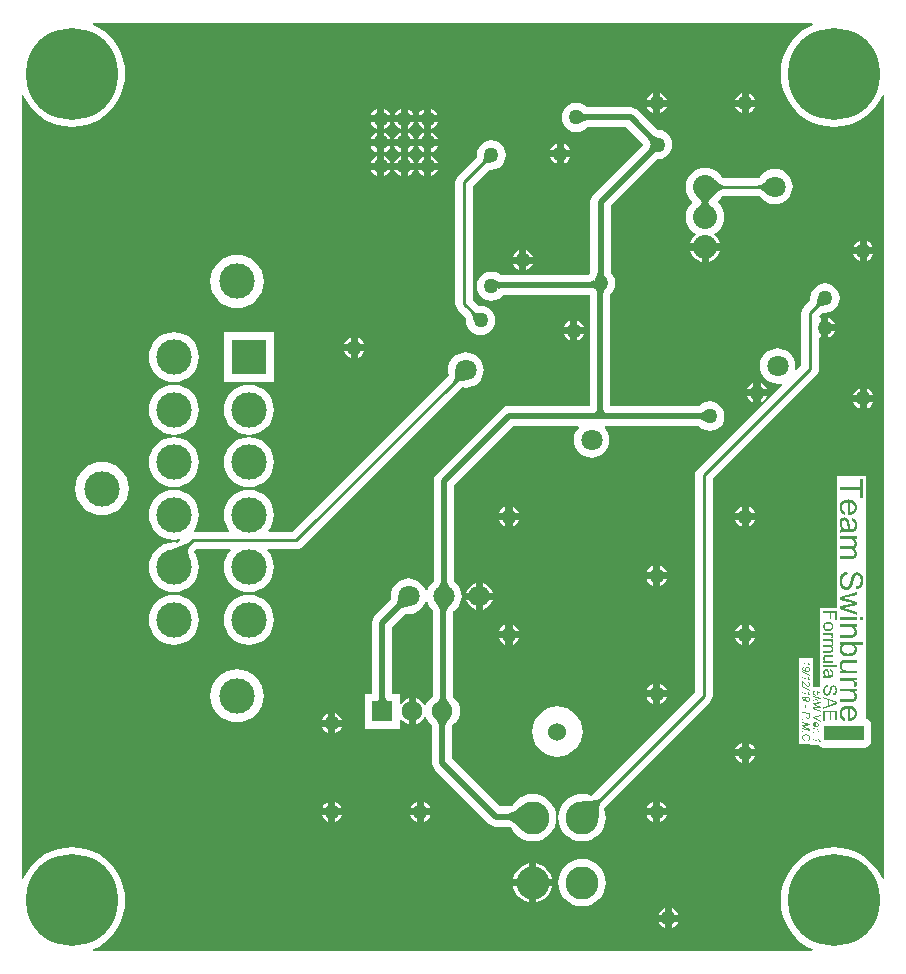
<source format=gbl>
G04*
G04 #@! TF.GenerationSoftware,Altium Limited,Altium Designer,19.1.8 (144)*
G04*
G04 Layer_Physical_Order=2*
G04 Layer_Color=16711680*
%FSLAX25Y25*%
%MOIN*%
G70*
G01*
G75*
%ADD10C,0.01000*%
%ADD12R,0.13500X0.05000*%
%ADD40C,0.30709*%
%ADD41C,0.07087*%
%ADD42C,0.08000*%
%ADD43C,0.11811*%
%ADD44R,0.11811X0.11811*%
%ADD45C,0.06890*%
%ADD46R,0.06890X0.06890*%
%ADD47C,0.06000*%
%ADD48C,0.11024*%
%ADD49C,0.05000*%
%ADD50C,0.01968*%
G36*
X494961Y419841D02*
X493091Y418919D01*
X491160Y417629D01*
X489414Y416098D01*
X487883Y414352D01*
X486593Y412421D01*
X485565Y410338D01*
X484819Y408139D01*
X484366Y405861D01*
X484214Y403543D01*
X484366Y401226D01*
X484819Y398948D01*
X485565Y396749D01*
X486593Y394666D01*
X487883Y392735D01*
X489414Y390989D01*
X491160Y389458D01*
X493091Y388167D01*
X495174Y387140D01*
X497373Y386394D01*
X499651Y385941D01*
X501968Y385789D01*
X504286Y385941D01*
X506564Y386394D01*
X508763Y387140D01*
X510846Y388167D01*
X512777Y389458D01*
X514523Y390989D01*
X516054Y392735D01*
X517344Y394666D01*
X518267Y396536D01*
X518767Y396420D01*
X518767Y135076D01*
X518267Y134960D01*
X517344Y136830D01*
X516054Y138761D01*
X514523Y140507D01*
X512777Y142038D01*
X510846Y143329D01*
X508763Y144356D01*
X506564Y145102D01*
X504286Y145555D01*
X501968Y145707D01*
X499651Y145555D01*
X497373Y145102D01*
X495174Y144356D01*
X493091Y143329D01*
X491160Y142038D01*
X489414Y140507D01*
X487883Y138761D01*
X486593Y136830D01*
X485565Y134747D01*
X484819Y132548D01*
X484366Y130270D01*
X484214Y127953D01*
X484366Y125635D01*
X484819Y123357D01*
X485565Y121158D01*
X486593Y119076D01*
X487883Y117145D01*
X489414Y115398D01*
X491160Y113867D01*
X493091Y112577D01*
X494961Y111655D01*
X494845Y111155D01*
X255155Y111155D01*
X255039Y111655D01*
X256909Y112577D01*
X258840Y113867D01*
X260586Y115398D01*
X262117Y117145D01*
X263407Y119076D01*
X264435Y121158D01*
X265181Y123357D01*
X265634Y125635D01*
X265786Y127953D01*
X265634Y130270D01*
X265181Y132548D01*
X264435Y134747D01*
X263407Y136830D01*
X262117Y138761D01*
X260586Y140507D01*
X258840Y142038D01*
X256909Y143329D01*
X254826Y144356D01*
X252627Y145102D01*
X250349Y145555D01*
X248031Y145707D01*
X245714Y145555D01*
X243436Y145102D01*
X241237Y144356D01*
X239154Y143329D01*
X237223Y142038D01*
X235477Y140507D01*
X233946Y138761D01*
X232656Y136830D01*
X231733Y134960D01*
X231233Y135076D01*
X231233Y396420D01*
X231733Y396536D01*
X232656Y394666D01*
X233946Y392735D01*
X235477Y390989D01*
X237223Y389458D01*
X239154Y388167D01*
X241237Y387140D01*
X243436Y386394D01*
X245714Y385941D01*
X248031Y385789D01*
X250349Y385941D01*
X252627Y386394D01*
X254826Y387140D01*
X256909Y388167D01*
X258840Y389458D01*
X260586Y390989D01*
X262117Y392735D01*
X263407Y394666D01*
X264435Y396749D01*
X265181Y398948D01*
X265634Y401226D01*
X265786Y403543D01*
X265634Y405861D01*
X265181Y408139D01*
X264435Y410338D01*
X263407Y412421D01*
X262117Y414352D01*
X260586Y416098D01*
X258840Y417629D01*
X256909Y418919D01*
X255039Y419841D01*
X255155Y420341D01*
X494845Y420341D01*
X494961Y419841D01*
D02*
G37*
%LPC*%
G36*
X473622Y397000D02*
Y394882D01*
X475740D01*
X475498Y395466D01*
X474937Y396197D01*
X474206Y396758D01*
X473622Y397000D01*
D02*
G37*
G36*
X471260D02*
X470676Y396758D01*
X469945Y396197D01*
X469384Y395466D01*
X469142Y394882D01*
X471260D01*
Y397000D01*
D02*
G37*
G36*
X444095D02*
Y394882D01*
X446212D01*
X445971Y395466D01*
X445410Y396197D01*
X444678Y396758D01*
X444095Y397000D01*
D02*
G37*
G36*
X441732D02*
X441148Y396758D01*
X440417Y396197D01*
X439856Y395466D01*
X439614Y394882D01*
X441732D01*
Y397000D01*
D02*
G37*
G36*
X475740Y392520D02*
X473622D01*
Y390402D01*
X474206Y390644D01*
X474937Y391205D01*
X475498Y391936D01*
X475740Y392520D01*
D02*
G37*
G36*
X471260D02*
X469142D01*
X469384Y391936D01*
X469945Y391205D01*
X470676Y390644D01*
X471260Y390402D01*
Y392520D01*
D02*
G37*
G36*
X446212D02*
X444095D01*
Y390402D01*
X444678Y390644D01*
X445410Y391205D01*
X445971Y391936D01*
X446212Y392520D01*
D02*
G37*
G36*
X441732D02*
X439614D01*
X439856Y391936D01*
X440417Y391205D01*
X441148Y390644D01*
X441732Y390402D01*
Y392520D01*
D02*
G37*
G36*
X367823Y391775D02*
Y389657D01*
X369941D01*
X369699Y390242D01*
X369138Y390973D01*
X368407Y391534D01*
X367823Y391775D01*
D02*
G37*
G36*
X365461D02*
X364877Y391534D01*
X364145Y390973D01*
X363584Y390242D01*
X363343Y389657D01*
X365461D01*
Y391775D01*
D02*
G37*
G36*
X359949D02*
Y389657D01*
X362067D01*
X361825Y390242D01*
X361264Y390973D01*
X360533Y391534D01*
X359949Y391775D01*
D02*
G37*
G36*
X357587D02*
X357003Y391534D01*
X356272Y390973D01*
X355711Y390242D01*
X355469Y389657D01*
X357587D01*
Y391775D01*
D02*
G37*
G36*
X352075D02*
Y389657D01*
X354193D01*
X353951Y390242D01*
X353390Y390973D01*
X352659Y391534D01*
X352075Y391775D01*
D02*
G37*
G36*
X349713D02*
X349129Y391534D01*
X348397Y390973D01*
X347836Y390242D01*
X347595Y389657D01*
X349713D01*
Y391775D01*
D02*
G37*
G36*
X369941Y387295D02*
X367823D01*
Y385177D01*
X368407Y385419D01*
X369138Y385980D01*
X369699Y386711D01*
X369941Y387295D01*
D02*
G37*
G36*
X365461D02*
X363343D01*
X363584Y386711D01*
X364145Y385980D01*
X364877Y385419D01*
X365461Y385177D01*
Y387295D01*
D02*
G37*
G36*
X362067D02*
X359949D01*
Y385177D01*
X360533Y385419D01*
X361264Y385980D01*
X361825Y386711D01*
X362067Y387295D01*
D02*
G37*
G36*
X357587D02*
X355469D01*
X355711Y386711D01*
X356272Y385980D01*
X357003Y385419D01*
X357587Y385177D01*
Y387295D01*
D02*
G37*
G36*
X354193D02*
X352075D01*
Y385177D01*
X352659Y385419D01*
X353390Y385980D01*
X353951Y386711D01*
X354193Y387295D01*
D02*
G37*
G36*
X349713D02*
X347595D01*
X347836Y386711D01*
X348397Y385980D01*
X349129Y385419D01*
X349713Y385177D01*
Y387295D01*
D02*
G37*
G36*
X367823Y383902D02*
Y381784D01*
X369941D01*
X369699Y382367D01*
X369138Y383099D01*
X368407Y383660D01*
X367823Y383902D01*
D02*
G37*
G36*
X365461D02*
X364877Y383660D01*
X364145Y383099D01*
X363584Y382367D01*
X363343Y381784D01*
X365461D01*
Y383902D01*
D02*
G37*
G36*
X359949D02*
Y381784D01*
X362067D01*
X361825Y382367D01*
X361264Y383099D01*
X360533Y383660D01*
X359949Y383902D01*
D02*
G37*
G36*
X357587D02*
X357003Y383660D01*
X356272Y383099D01*
X355711Y382367D01*
X355469Y381784D01*
X357587D01*
Y383902D01*
D02*
G37*
G36*
X352075D02*
Y381784D01*
X354193D01*
X353951Y382367D01*
X353390Y383099D01*
X352659Y383660D01*
X352075Y383902D01*
D02*
G37*
G36*
X349713D02*
X349129Y383660D01*
X348397Y383099D01*
X347836Y382367D01*
X347595Y381784D01*
X349713D01*
Y383902D01*
D02*
G37*
G36*
X411961Y380205D02*
Y378087D01*
X414079D01*
X413837Y378671D01*
X413276Y379402D01*
X412545Y379963D01*
X411961Y380205D01*
D02*
G37*
G36*
X409598D02*
X409014Y379963D01*
X408283Y379402D01*
X407722Y378671D01*
X407480Y378087D01*
X409598D01*
Y380205D01*
D02*
G37*
G36*
X369941Y379421D02*
X367823D01*
Y377303D01*
X368407Y377545D01*
X369138Y378106D01*
X369699Y378837D01*
X369941Y379421D01*
D02*
G37*
G36*
X365461D02*
X363343D01*
X363584Y378837D01*
X364145Y378106D01*
X364877Y377545D01*
X365461Y377303D01*
Y379421D01*
D02*
G37*
G36*
X362067D02*
X359949D01*
Y377303D01*
X360533Y377545D01*
X361264Y378106D01*
X361825Y378837D01*
X362067Y379421D01*
D02*
G37*
G36*
X357587D02*
X355469D01*
X355711Y378837D01*
X356272Y378106D01*
X357003Y377545D01*
X357587Y377303D01*
Y379421D01*
D02*
G37*
G36*
X354193D02*
X352075D01*
Y377303D01*
X352659Y377545D01*
X353390Y378106D01*
X353951Y378837D01*
X354193Y379421D01*
D02*
G37*
G36*
X349713D02*
X347595D01*
X347836Y378837D01*
X348397Y378106D01*
X349129Y377545D01*
X349713Y377303D01*
Y379421D01*
D02*
G37*
G36*
X416142Y393881D02*
X414872Y393713D01*
X413690Y393224D01*
X412674Y392444D01*
X411895Y391428D01*
X411405Y390246D01*
X411238Y388976D01*
X411405Y387707D01*
X411895Y386524D01*
X412674Y385509D01*
X413690Y384729D01*
X414872Y384239D01*
X416142Y384072D01*
X417411Y384239D01*
X418594Y384729D01*
X419609Y385509D01*
X419680Y385601D01*
X432810D01*
X438391Y380021D01*
X438375Y379906D01*
X438391Y379790D01*
X421826Y363225D01*
X421289Y362526D01*
X420952Y361712D01*
X420837Y360839D01*
Y337200D01*
X420745Y337129D01*
X420296Y336545D01*
X390742D01*
X390247Y336924D01*
X389065Y337414D01*
X387795Y337581D01*
X386526Y337414D01*
X385343Y336924D01*
X384328Y336145D01*
X383548Y335129D01*
X383058Y333946D01*
X382891Y332677D01*
X383058Y331408D01*
X383548Y330225D01*
X384328Y329209D01*
X385343Y328430D01*
X386526Y327940D01*
X387795Y327773D01*
X389065Y327940D01*
X390247Y328430D01*
X391263Y329209D01*
X391712Y329794D01*
X420739D01*
Y292745D01*
X393701D01*
X392827Y292630D01*
X392013Y292293D01*
X391314Y291757D01*
X369660Y270103D01*
X369124Y269404D01*
X368787Y268590D01*
X368672Y267717D01*
Y234200D01*
X367851Y233527D01*
X367113Y232628D01*
X366565Y231602D01*
X366403Y231068D01*
X365880D01*
X365719Y231602D01*
X365170Y232628D01*
X364432Y233527D01*
X363533Y234265D01*
X362507Y234813D01*
X361394Y235151D01*
X360236Y235265D01*
X359079Y235151D01*
X357965Y234813D01*
X356939Y234265D01*
X356040Y233527D01*
X355302Y232628D01*
X354754Y231602D01*
X354416Y230488D01*
X354302Y229331D01*
X354406Y228274D01*
X349101Y222969D01*
X348565Y222270D01*
X348228Y221456D01*
X348113Y220583D01*
Y196862D01*
X345681D01*
Y185248D01*
X357295D01*
Y188397D01*
X357795Y188566D01*
X358318Y187885D01*
X359247Y187172D01*
X360307Y186733D01*
Y191055D01*
Y195377D01*
X359247Y194938D01*
X358318Y194225D01*
X357795Y193544D01*
X357295Y193714D01*
Y196862D01*
X354864D01*
Y219185D01*
X359180Y223501D01*
X360236Y223397D01*
X361394Y223511D01*
X362507Y223848D01*
X363533Y224397D01*
X364432Y225135D01*
X365170Y226034D01*
X365719Y227060D01*
X365880Y227593D01*
X366403D01*
X366565Y227060D01*
X367113Y226034D01*
X367851Y225135D01*
X368392Y224691D01*
Y195985D01*
X368246Y195907D01*
X367362Y195181D01*
X366636Y194297D01*
X366097Y193288D01*
X366007Y192991D01*
X365508Y192966D01*
X365371Y193297D01*
X364658Y194225D01*
X363730Y194938D01*
X362669Y195377D01*
Y191055D01*
Y186733D01*
X363730Y187172D01*
X364658Y187885D01*
X365371Y188813D01*
X365508Y189144D01*
X366007Y189119D01*
X366097Y188822D01*
X366636Y187813D01*
X367362Y186929D01*
X368113Y186313D01*
Y173787D01*
X368228Y172914D01*
X368565Y172100D01*
X369102Y171401D01*
X386983Y153519D01*
X387682Y152982D01*
X388496Y152645D01*
X389370Y152530D01*
X394251D01*
X394265Y152484D01*
X394996Y151116D01*
X395980Y149917D01*
X397179Y148933D01*
X398547Y148202D01*
X400031Y147752D01*
X401575Y147600D01*
X403118Y147752D01*
X404603Y148202D01*
X405970Y148933D01*
X407169Y149917D01*
X408153Y151116D01*
X408885Y152484D01*
X409335Y153968D01*
X409487Y155512D01*
X409335Y157055D01*
X408885Y158540D01*
X408153Y159907D01*
X407169Y161107D01*
X405970Y162091D01*
X404603Y162822D01*
X403118Y163272D01*
X401575Y163424D01*
X400031Y163272D01*
X398547Y162822D01*
X397179Y162091D01*
X395980Y161107D01*
X394996Y159907D01*
X394661Y159281D01*
X390768D01*
X374864Y175186D01*
Y186313D01*
X375614Y186929D01*
X376340Y187813D01*
X376879Y188822D01*
X377211Y189917D01*
X377323Y191055D01*
X377211Y192193D01*
X376879Y193288D01*
X376340Y194297D01*
X375614Y195181D01*
X375143Y195568D01*
Y224289D01*
X375344Y224397D01*
X376243Y225135D01*
X376981Y226034D01*
X377530Y227060D01*
X377867Y228173D01*
X377981Y229331D01*
X377867Y230488D01*
X377530Y231602D01*
X376981Y232628D01*
X376243Y233527D01*
X375423Y234200D01*
Y266318D01*
X395099Y285995D01*
X416665D01*
X416902Y285495D01*
X416326Y284793D01*
X415777Y283767D01*
X415440Y282654D01*
X415326Y281496D01*
X415440Y280338D01*
X415777Y279225D01*
X416326Y278199D01*
X417064Y277300D01*
X417963Y276562D01*
X418989Y276014D01*
X420102Y275676D01*
X421260Y275562D01*
X422417Y275676D01*
X423531Y276014D01*
X424557Y276562D01*
X425456Y277300D01*
X426194Y278199D01*
X426742Y279225D01*
X427080Y280338D01*
X427194Y281496D01*
X427080Y282654D01*
X426742Y283767D01*
X426194Y284793D01*
X425618Y285495D01*
X425854Y285995D01*
X457091D01*
X457162Y285902D01*
X458178Y285123D01*
X459361Y284633D01*
X460630Y284466D01*
X461899Y284633D01*
X463082Y285123D01*
X464098Y285902D01*
X464877Y286918D01*
X465367Y288101D01*
X465534Y289370D01*
X465367Y290639D01*
X464877Y291822D01*
X464098Y292838D01*
X463082Y293617D01*
X461899Y294107D01*
X460630Y294274D01*
X459361Y294107D01*
X458178Y293617D01*
X457162Y292838D01*
X457091Y292745D01*
X427490D01*
Y330047D01*
X427680Y330194D01*
X428460Y331209D01*
X428950Y332392D01*
X429117Y333661D01*
X428950Y334931D01*
X428460Y336114D01*
X427680Y337129D01*
X427588Y337200D01*
Y359440D01*
X443164Y375016D01*
X443280Y375001D01*
X444549Y375168D01*
X445732Y375658D01*
X446747Y376438D01*
X447527Y377453D01*
X448017Y378636D01*
X448184Y379906D01*
X448017Y381175D01*
X447527Y382358D01*
X446747Y383373D01*
X445732Y384153D01*
X444549Y384643D01*
X443280Y384810D01*
X443164Y384794D01*
X436595Y391363D01*
X435896Y391899D01*
X435082Y392237D01*
X434209Y392352D01*
X419680D01*
X419609Y392444D01*
X418594Y393224D01*
X417411Y393713D01*
X416142Y393881D01*
D02*
G37*
G36*
X367823Y376027D02*
Y373909D01*
X369941D01*
X369699Y374493D01*
X369138Y375225D01*
X368407Y375786D01*
X367823Y376027D01*
D02*
G37*
G36*
X365461D02*
X364877Y375786D01*
X364145Y375225D01*
X363584Y374493D01*
X363343Y373909D01*
X365461D01*
Y376027D01*
D02*
G37*
G36*
X359949D02*
Y373909D01*
X362067D01*
X361825Y374493D01*
X361264Y375225D01*
X360533Y375786D01*
X359949Y376027D01*
D02*
G37*
G36*
X357587D02*
X357003Y375786D01*
X356272Y375225D01*
X355711Y374493D01*
X355469Y373909D01*
X357587D01*
Y376027D01*
D02*
G37*
G36*
X352075D02*
Y373909D01*
X354193D01*
X353951Y374493D01*
X353390Y375225D01*
X352659Y375786D01*
X352075Y376027D01*
D02*
G37*
G36*
X349713D02*
X349129Y375786D01*
X348397Y375225D01*
X347836Y374493D01*
X347595Y373909D01*
X349713D01*
Y376027D01*
D02*
G37*
G36*
X414079Y375724D02*
X411961D01*
Y373606D01*
X412545Y373848D01*
X413276Y374409D01*
X413837Y375140D01*
X414079Y375724D01*
D02*
G37*
G36*
X409598D02*
X407480D01*
X407722Y375140D01*
X408283Y374409D01*
X409014Y373848D01*
X409598Y373606D01*
Y375724D01*
D02*
G37*
G36*
X387795Y381282D02*
X386526Y381115D01*
X385343Y380625D01*
X384328Y379846D01*
X383548Y378830D01*
X383058Y377647D01*
X382891Y376378D01*
X382987Y375652D01*
X376699Y369364D01*
X376240Y368766D01*
X375952Y368070D01*
X375853Y367323D01*
Y326772D01*
X375952Y326025D01*
X376240Y325328D01*
X376699Y324730D01*
X379443Y321986D01*
X379348Y321260D01*
X379515Y319990D01*
X380005Y318808D01*
X380784Y317792D01*
X381800Y317013D01*
X382983Y316523D01*
X384252Y316356D01*
X385521Y316523D01*
X386704Y317013D01*
X387720Y317792D01*
X388499Y318808D01*
X388989Y319990D01*
X389156Y321260D01*
X388989Y322529D01*
X388499Y323712D01*
X387720Y324728D01*
X386704Y325507D01*
X385521Y325997D01*
X384252Y326164D01*
X383526Y326068D01*
X381627Y327968D01*
Y366127D01*
X387069Y371569D01*
X387795Y371474D01*
X389065Y371641D01*
X390247Y372131D01*
X391263Y372910D01*
X392042Y373926D01*
X392532Y375109D01*
X392699Y376378D01*
X392532Y377647D01*
X392042Y378830D01*
X391263Y379846D01*
X390247Y380625D01*
X389065Y381115D01*
X387795Y381282D01*
D02*
G37*
G36*
X369941Y371547D02*
X367823D01*
Y369429D01*
X368407Y369671D01*
X369138Y370232D01*
X369699Y370963D01*
X369941Y371547D01*
D02*
G37*
G36*
X365461D02*
X363343D01*
X363584Y370963D01*
X364145Y370232D01*
X364877Y369671D01*
X365461Y369429D01*
Y371547D01*
D02*
G37*
G36*
X362067D02*
X359949D01*
Y369429D01*
X360533Y369671D01*
X361264Y370232D01*
X361825Y370963D01*
X362067Y371547D01*
D02*
G37*
G36*
X357587D02*
X355469D01*
X355711Y370963D01*
X356272Y370232D01*
X357003Y369671D01*
X357587Y369429D01*
Y371547D01*
D02*
G37*
G36*
X354193D02*
X352075D01*
Y369429D01*
X352659Y369671D01*
X353390Y370232D01*
X353951Y370963D01*
X354193Y371547D01*
D02*
G37*
G36*
X349713D02*
X347595D01*
X347836Y370963D01*
X348397Y370232D01*
X349129Y369671D01*
X349713Y369429D01*
Y371547D01*
D02*
G37*
G36*
X459080Y372138D02*
X457832Y372015D01*
X456633Y371651D01*
X455528Y371060D01*
X454559Y370265D01*
X453764Y369297D01*
X453173Y368191D01*
X452809Y366992D01*
X452687Y365745D01*
X452809Y364498D01*
X453173Y363298D01*
X453764Y362193D01*
X454559Y361224D01*
X454839Y360995D01*
Y360495D01*
X454559Y360265D01*
X453764Y359297D01*
X453173Y358191D01*
X452809Y356992D01*
X452687Y355745D01*
X452809Y354498D01*
X453173Y353298D01*
X453764Y352193D01*
X454559Y351224D01*
X455528Y350429D01*
X455972Y350192D01*
X456012Y349694D01*
X455513Y349311D01*
X454712Y348266D01*
X454208Y347050D01*
X454192Y346926D01*
X459080D01*
X463967D01*
X463951Y347050D01*
X463447Y348266D01*
X462646Y349311D01*
X462147Y349694D01*
X462187Y350192D01*
X462631Y350429D01*
X463600Y351224D01*
X464395Y352193D01*
X464986Y353298D01*
X465350Y354498D01*
X465473Y355745D01*
X465350Y356992D01*
X464986Y358191D01*
X464395Y359297D01*
X463600Y360265D01*
X463320Y360495D01*
Y360995D01*
X463600Y361224D01*
X464395Y362193D01*
X464750Y362858D01*
X477212D01*
X477346Y362609D01*
X478084Y361709D01*
X478983Y360971D01*
X480009Y360423D01*
X481122Y360085D01*
X482279Y359971D01*
X483437Y360085D01*
X484550Y360423D01*
X485576Y360971D01*
X486476Y361709D01*
X487214Y362609D01*
X487762Y363635D01*
X488100Y364748D01*
X488214Y365905D01*
X488100Y367063D01*
X487762Y368176D01*
X487214Y369202D01*
X486476Y370101D01*
X485576Y370840D01*
X484550Y371388D01*
X483437Y371726D01*
X482279Y371840D01*
X481122Y371726D01*
X480009Y371388D01*
X478983Y370840D01*
X478084Y370101D01*
X477346Y369202D01*
X477041Y368632D01*
X464750D01*
X464395Y369297D01*
X463600Y370265D01*
X462631Y371060D01*
X461526Y371651D01*
X460327Y372015D01*
X459080Y372138D01*
D02*
G37*
G36*
X512992Y347787D02*
Y345669D01*
X515110D01*
X514868Y346253D01*
X514307Y346984D01*
X513576Y347545D01*
X512992Y347787D01*
D02*
G37*
G36*
X510630D02*
X510046Y347545D01*
X509315Y346984D01*
X508754Y346253D01*
X508512Y345669D01*
X510630D01*
Y347787D01*
D02*
G37*
G36*
X399461Y344705D02*
Y342587D01*
X401579D01*
X401337Y343171D01*
X400776Y343902D01*
X400045Y344463D01*
X399461Y344705D01*
D02*
G37*
G36*
X397098D02*
X396514Y344463D01*
X395783Y343902D01*
X395222Y343171D01*
X394980Y342587D01*
X397098D01*
Y344705D01*
D02*
G37*
G36*
X515110Y343307D02*
X512992D01*
Y341189D01*
X513576Y341431D01*
X514307Y341992D01*
X514868Y342723D01*
X515110Y343307D01*
D02*
G37*
G36*
X510630D02*
X508512D01*
X508754Y342723D01*
X509315Y341992D01*
X510046Y341431D01*
X510630Y341189D01*
Y343307D01*
D02*
G37*
G36*
X457898Y344564D02*
X454192D01*
X454208Y344440D01*
X454712Y343223D01*
X455513Y342179D01*
X456558Y341377D01*
X457774Y340874D01*
X457898Y340857D01*
Y344564D01*
D02*
G37*
G36*
X463967D02*
X460261D01*
Y340857D01*
X460385Y340874D01*
X461601Y341377D01*
X462646Y342179D01*
X463447Y343223D01*
X463951Y344440D01*
X463967Y344564D01*
D02*
G37*
G36*
X401579Y340224D02*
X399461D01*
Y338106D01*
X400045Y338348D01*
X400776Y338909D01*
X401337Y339640D01*
X401579Y340224D01*
D02*
G37*
G36*
X397098D02*
X394980D01*
X395222Y339640D01*
X395783Y338909D01*
X396514Y338348D01*
X397098Y338106D01*
Y340224D01*
D02*
G37*
G36*
X303000Y343173D02*
X301263Y343002D01*
X299594Y342495D01*
X298055Y341673D01*
X296706Y340566D01*
X295599Y339217D01*
X294776Y337678D01*
X294270Y336008D01*
X294099Y334272D01*
X294270Y332535D01*
X294776Y330865D01*
X295599Y329327D01*
X296706Y327978D01*
X298055Y326871D01*
X299594Y326048D01*
X301263Y325542D01*
X303000Y325371D01*
X304736Y325542D01*
X306406Y326048D01*
X307945Y326871D01*
X309294Y327978D01*
X310401Y329327D01*
X311224Y330865D01*
X311730Y332535D01*
X311901Y334272D01*
X311730Y336008D01*
X311224Y337678D01*
X310401Y339217D01*
X309294Y340566D01*
X307945Y341673D01*
X306406Y342495D01*
X304736Y343002D01*
X303000Y343173D01*
D02*
G37*
G36*
X499016Y333644D02*
X497747Y333477D01*
X496564Y332987D01*
X495548Y332208D01*
X494769Y331192D01*
X494279Y330009D01*
X494112Y328740D01*
X494207Y328014D01*
X492053Y325860D01*
X491594Y325262D01*
X491306Y324566D01*
X491208Y323819D01*
Y306314D01*
X489489Y304595D01*
X489060Y304852D01*
X489088Y304945D01*
X489202Y306102D01*
X489088Y307260D01*
X488750Y308373D01*
X488202Y309399D01*
X487464Y310298D01*
X486564Y311036D01*
X485539Y311585D01*
X484425Y311922D01*
X483268Y312036D01*
X482110Y311922D01*
X480997Y311585D01*
X479971Y311036D01*
X479072Y310298D01*
X478334Y309399D01*
X477785Y308373D01*
X477448Y307260D01*
X477334Y306102D01*
X477448Y304945D01*
X477785Y303832D01*
X478334Y302805D01*
X479072Y301906D01*
X479971Y301168D01*
X480997Y300620D01*
X482110Y300282D01*
X483268Y300168D01*
X484425Y300282D01*
X484518Y300310D01*
X484775Y299882D01*
X456620Y271726D01*
X456161Y271129D01*
X455873Y270432D01*
X455774Y269685D01*
Y197259D01*
X421268Y162752D01*
X421138Y162822D01*
X419654Y163272D01*
X418110Y163424D01*
X416567Y163272D01*
X415082Y162822D01*
X413715Y162091D01*
X412515Y161107D01*
X411531Y159907D01*
X410800Y158540D01*
X410350Y157055D01*
X410198Y155512D01*
X410350Y153968D01*
X410800Y152484D01*
X411531Y151116D01*
X412515Y149917D01*
X413715Y148933D01*
X415082Y148202D01*
X416567Y147752D01*
X418110Y147600D01*
X419654Y147752D01*
X421138Y148202D01*
X422506Y148933D01*
X423705Y149917D01*
X424689Y151116D01*
X425420Y152484D01*
X425870Y153968D01*
X426022Y155512D01*
X425870Y157055D01*
X425420Y158540D01*
X425351Y158669D01*
X460703Y194022D01*
X461162Y194620D01*
X461450Y195316D01*
X461548Y196063D01*
Y268489D01*
X496136Y303077D01*
X496136Y303077D01*
X496595Y303675D01*
X496883Y304371D01*
X496981Y305118D01*
Y315456D01*
X497481Y315745D01*
X497835Y315599D01*
Y318898D01*
Y322197D01*
X497654Y322122D01*
X497180Y322403D01*
X497142Y322784D01*
X498290Y323932D01*
X499016Y323836D01*
X500285Y324003D01*
X501468Y324493D01*
X502484Y325272D01*
X503263Y326288D01*
X503753Y327471D01*
X503920Y328740D01*
X503753Y330009D01*
X503263Y331192D01*
X502484Y332208D01*
X501468Y332987D01*
X500285Y333477D01*
X499016Y333644D01*
D02*
G37*
G36*
X500197Y322197D02*
Y320079D01*
X502315D01*
X502073Y320663D01*
X501512Y321394D01*
X500781Y321955D01*
X500197Y322197D01*
D02*
G37*
G36*
X416535Y321213D02*
Y319094D01*
X418653D01*
X418412Y319678D01*
X417851Y320410D01*
X417119Y320971D01*
X416535Y321213D01*
D02*
G37*
G36*
X414173D02*
X413589Y320971D01*
X412858Y320410D01*
X412297Y319678D01*
X412055Y319094D01*
X414173D01*
Y321213D01*
D02*
G37*
G36*
X502315Y317717D02*
X500197D01*
Y315599D01*
X500781Y315840D01*
X501512Y316401D01*
X502073Y317132D01*
X502315Y317717D01*
D02*
G37*
G36*
X418653Y316732D02*
X416535D01*
Y314614D01*
X417119Y314856D01*
X417851Y315417D01*
X418412Y316148D01*
X418653Y316732D01*
D02*
G37*
G36*
X414173D02*
X412055D01*
X412297Y316148D01*
X412858Y315417D01*
X413589Y314856D01*
X414173Y314614D01*
Y316732D01*
D02*
G37*
G36*
X343307Y315504D02*
Y313386D01*
X345425D01*
X345183Y313970D01*
X344622Y314701D01*
X343891Y315262D01*
X343307Y315504D01*
D02*
G37*
G36*
X340945D02*
X340361Y315262D01*
X339630Y314701D01*
X339069Y313970D01*
X338827Y313386D01*
X340945D01*
Y315504D01*
D02*
G37*
G36*
X345425Y311024D02*
X343307D01*
Y308906D01*
X343891Y309148D01*
X344622Y309708D01*
X345183Y310440D01*
X345425Y311024D01*
D02*
G37*
G36*
X340945D02*
X338827D01*
X339069Y310440D01*
X339630Y309708D01*
X340361Y309148D01*
X340945Y308906D01*
Y311024D01*
D02*
G37*
G36*
X315283Y317323D02*
X298748D01*
Y300787D01*
X315283D01*
Y317323D01*
D02*
G37*
G36*
X282016Y317363D02*
X280395Y317203D01*
X278836Y316730D01*
X277400Y315963D01*
X276141Y314930D01*
X275108Y313671D01*
X274340Y312234D01*
X273868Y310676D01*
X273708Y309055D01*
X273868Y307434D01*
X274340Y305876D01*
X275108Y304440D01*
X276141Y303181D01*
X277400Y302148D01*
X278836Y301380D01*
X280395Y300907D01*
X282016Y300747D01*
X283636Y300907D01*
X285195Y301380D01*
X286631Y302148D01*
X287890Y303181D01*
X288923Y304440D01*
X289691Y305876D01*
X290164Y307434D01*
X290323Y309055D01*
X290164Y310676D01*
X289691Y312234D01*
X288923Y313671D01*
X287890Y314930D01*
X286631Y315963D01*
X285195Y316730D01*
X283636Y317203D01*
X282016Y317363D01*
D02*
G37*
G36*
X379307Y310682D02*
X378149Y310568D01*
X377036Y310230D01*
X376010Y309682D01*
X375111Y308944D01*
X374373Y308045D01*
X373825Y307019D01*
X373487Y305906D01*
X373373Y304748D01*
X373487Y303590D01*
X373679Y302958D01*
X321639Y250918D01*
X313719D01*
X313505Y251370D01*
X313923Y251881D01*
X314691Y253317D01*
X315164Y254875D01*
X315323Y256496D01*
X315164Y258117D01*
X314691Y259675D01*
X313923Y261112D01*
X312890Y262370D01*
X311631Y263404D01*
X310195Y264171D01*
X308636Y264644D01*
X307016Y264804D01*
X305395Y264644D01*
X303836Y264171D01*
X302400Y263404D01*
X301141Y262370D01*
X300108Y261112D01*
X299340Y259675D01*
X298868Y258117D01*
X298708Y256496D01*
X298868Y254875D01*
X299340Y253317D01*
X300108Y251881D01*
X300527Y251370D01*
X300313Y250918D01*
X288781D01*
X288544Y251418D01*
X288923Y251881D01*
X289691Y253317D01*
X290164Y254875D01*
X290323Y256496D01*
X290164Y258117D01*
X289691Y259675D01*
X288923Y261112D01*
X287890Y262370D01*
X286631Y263404D01*
X285195Y264171D01*
X283636Y264644D01*
X282016Y264804D01*
X280395Y264644D01*
X278836Y264171D01*
X277400Y263404D01*
X276141Y262370D01*
X275108Y261112D01*
X274340Y259675D01*
X273868Y258117D01*
X273708Y256496D01*
X273868Y254875D01*
X274340Y253317D01*
X275108Y251881D01*
X276141Y250622D01*
X277400Y249588D01*
X278836Y248821D01*
X280395Y248348D01*
X282016Y248188D01*
X283636Y248348D01*
X283922Y248434D01*
X284179Y248006D01*
X283328Y247155D01*
X282016Y247284D01*
X280395Y247125D01*
X278836Y246652D01*
X277400Y245884D01*
X276141Y244851D01*
X275108Y243592D01*
X274340Y242156D01*
X273868Y240597D01*
X273708Y238976D01*
X273868Y237356D01*
X274340Y235797D01*
X275108Y234361D01*
X276141Y233102D01*
X277400Y232069D01*
X278836Y231301D01*
X280395Y230828D01*
X282016Y230669D01*
X283636Y230828D01*
X285195Y231301D01*
X286631Y232069D01*
X287890Y233102D01*
X288923Y234361D01*
X289691Y235797D01*
X290164Y237356D01*
X290323Y238976D01*
X290164Y240597D01*
X289691Y242156D01*
X288923Y243592D01*
X288476Y244137D01*
X289483Y245145D01*
X300736D01*
X300972Y244645D01*
X300108Y243592D01*
X299340Y242156D01*
X298868Y240597D01*
X298708Y238976D01*
X298868Y237356D01*
X299340Y235797D01*
X300108Y234361D01*
X301141Y233102D01*
X302400Y232069D01*
X303836Y231301D01*
X305395Y230828D01*
X307016Y230669D01*
X308636Y230828D01*
X310195Y231301D01*
X311631Y232069D01*
X312890Y233102D01*
X313923Y234361D01*
X314691Y235797D01*
X315164Y237356D01*
X315323Y238976D01*
X315164Y240597D01*
X314691Y242156D01*
X313923Y243592D01*
X313059Y244645D01*
X313296Y245145D01*
X322835D01*
X323582Y245243D01*
X324278Y245531D01*
X324876Y245990D01*
X377892Y299006D01*
X378149Y298928D01*
X379307Y298814D01*
X380465Y298928D01*
X381578Y299266D01*
X382604Y299814D01*
X383503Y300552D01*
X384241Y301451D01*
X384789Y302477D01*
X385127Y303590D01*
X385241Y304748D01*
X385127Y305906D01*
X384789Y307019D01*
X384241Y308045D01*
X383503Y308944D01*
X382604Y309682D01*
X381578Y310230D01*
X380465Y310568D01*
X379307Y310682D01*
D02*
G37*
G36*
X477559Y300543D02*
Y298425D01*
X479677D01*
X479435Y299009D01*
X478874Y299740D01*
X478143Y300301D01*
X477559Y300543D01*
D02*
G37*
G36*
X475197D02*
X474613Y300301D01*
X473882Y299740D01*
X473321Y299009D01*
X473079Y298425D01*
X475197D01*
Y300543D01*
D02*
G37*
G36*
X512992Y298575D02*
Y296457D01*
X515110D01*
X514868Y297041D01*
X514307Y297772D01*
X513576Y298333D01*
X512992Y298575D01*
D02*
G37*
G36*
X510630D02*
X510046Y298333D01*
X509315Y297772D01*
X508754Y297041D01*
X508512Y296457D01*
X510630D01*
Y298575D01*
D02*
G37*
G36*
X479677Y296063D02*
X477559D01*
Y293945D01*
X478143Y294187D01*
X478874Y294748D01*
X479435Y295479D01*
X479677Y296063D01*
D02*
G37*
G36*
X475197D02*
X473079D01*
X473321Y295479D01*
X473882Y294748D01*
X474613Y294187D01*
X475197Y293945D01*
Y296063D01*
D02*
G37*
G36*
X515110Y294094D02*
X512992D01*
Y291976D01*
X513576Y292218D01*
X514307Y292779D01*
X514868Y293511D01*
X515110Y294094D01*
D02*
G37*
G36*
X510630D02*
X508512D01*
X508754Y293511D01*
X509315Y292779D01*
X510046Y292218D01*
X510630Y291976D01*
Y294094D01*
D02*
G37*
G36*
X307016Y299843D02*
X305395Y299683D01*
X303836Y299211D01*
X302400Y298443D01*
X301141Y297410D01*
X300108Y296151D01*
X299340Y294715D01*
X298868Y293156D01*
X298708Y291535D01*
X298868Y289915D01*
X299340Y288356D01*
X300108Y286920D01*
X301141Y285661D01*
X302400Y284628D01*
X303836Y283860D01*
X305395Y283387D01*
X307016Y283228D01*
X308636Y283387D01*
X310195Y283860D01*
X311631Y284628D01*
X312890Y285661D01*
X313923Y286920D01*
X314691Y288356D01*
X315164Y289915D01*
X315323Y291535D01*
X315164Y293156D01*
X314691Y294715D01*
X313923Y296151D01*
X312890Y297410D01*
X311631Y298443D01*
X310195Y299211D01*
X308636Y299683D01*
X307016Y299843D01*
D02*
G37*
G36*
X282016D02*
X280395Y299683D01*
X278836Y299211D01*
X277400Y298443D01*
X276141Y297410D01*
X275108Y296151D01*
X274340Y294715D01*
X273868Y293156D01*
X273708Y291535D01*
X273868Y289915D01*
X274340Y288356D01*
X275108Y286920D01*
X276141Y285661D01*
X277400Y284628D01*
X278836Y283860D01*
X280395Y283387D01*
X282016Y283228D01*
X283636Y283387D01*
X285195Y283860D01*
X286631Y284628D01*
X287890Y285661D01*
X288923Y286920D01*
X289691Y288356D01*
X290164Y289915D01*
X290323Y291535D01*
X290164Y293156D01*
X289691Y294715D01*
X288923Y296151D01*
X287890Y297410D01*
X286631Y298443D01*
X285195Y299211D01*
X283636Y299683D01*
X282016Y299843D01*
D02*
G37*
G36*
X307016Y282324D02*
X305395Y282164D01*
X303836Y281691D01*
X302400Y280923D01*
X301141Y279890D01*
X300108Y278631D01*
X299340Y277195D01*
X298868Y275637D01*
X298708Y274016D01*
X298868Y272395D01*
X299340Y270836D01*
X300108Y269400D01*
X301141Y268141D01*
X302400Y267108D01*
X303836Y266340D01*
X305395Y265868D01*
X307016Y265708D01*
X308636Y265868D01*
X310195Y266340D01*
X311631Y267108D01*
X312890Y268141D01*
X313923Y269400D01*
X314691Y270836D01*
X315164Y272395D01*
X315323Y274016D01*
X315164Y275637D01*
X314691Y277195D01*
X313923Y278631D01*
X312890Y279890D01*
X311631Y280923D01*
X310195Y281691D01*
X308636Y282164D01*
X307016Y282324D01*
D02*
G37*
G36*
X282016D02*
X280395Y282164D01*
X278836Y281691D01*
X277400Y280923D01*
X276141Y279890D01*
X275108Y278631D01*
X274340Y277195D01*
X273868Y275637D01*
X273708Y274016D01*
X273868Y272395D01*
X274340Y270836D01*
X275108Y269400D01*
X276141Y268141D01*
X277400Y267108D01*
X278836Y266340D01*
X280395Y265868D01*
X282016Y265708D01*
X283636Y265868D01*
X285195Y266340D01*
X286631Y267108D01*
X287890Y268141D01*
X288923Y269400D01*
X289691Y270836D01*
X290164Y272395D01*
X290323Y274016D01*
X290164Y275637D01*
X289691Y277195D01*
X288923Y278631D01*
X287890Y279890D01*
X286631Y280923D01*
X285195Y281691D01*
X283636Y282164D01*
X282016Y282324D01*
D02*
G37*
G36*
X473622Y259205D02*
Y257087D01*
X475740D01*
X475498Y257671D01*
X474937Y258402D01*
X474206Y258963D01*
X473622Y259205D01*
D02*
G37*
G36*
X471260D02*
X470676Y258963D01*
X469945Y258402D01*
X469384Y257671D01*
X469142Y257087D01*
X471260D01*
Y259205D01*
D02*
G37*
G36*
X394882D02*
Y257087D01*
X397000D01*
X396758Y257671D01*
X396197Y258402D01*
X395466Y258963D01*
X394882Y259205D01*
D02*
G37*
G36*
X392520D02*
X391936Y258963D01*
X391205Y258402D01*
X390644Y257671D01*
X390402Y257087D01*
X392520D01*
Y259205D01*
D02*
G37*
G36*
X258000Y274118D02*
X256263Y273947D01*
X254594Y273440D01*
X253055Y272618D01*
X251706Y271511D01*
X250599Y270162D01*
X249776Y268623D01*
X249270Y266953D01*
X249099Y265216D01*
X249270Y263480D01*
X249776Y261810D01*
X250599Y260271D01*
X251706Y258923D01*
X253055Y257816D01*
X254594Y256993D01*
X256263Y256487D01*
X258000Y256315D01*
X259736Y256487D01*
X261406Y256993D01*
X262945Y257816D01*
X264294Y258923D01*
X265401Y260271D01*
X266224Y261810D01*
X266730Y263480D01*
X266901Y265216D01*
X266730Y266953D01*
X266224Y268623D01*
X265401Y270162D01*
X264294Y271511D01*
X262945Y272618D01*
X261406Y273440D01*
X259736Y273947D01*
X258000Y274118D01*
D02*
G37*
G36*
X475740Y254724D02*
X473622D01*
Y252606D01*
X474206Y252848D01*
X474937Y253409D01*
X475498Y254140D01*
X475740Y254724D01*
D02*
G37*
G36*
X471260D02*
X469142D01*
X469384Y254140D01*
X469945Y253409D01*
X470676Y252848D01*
X471260Y252606D01*
Y254724D01*
D02*
G37*
G36*
X397000D02*
X394882D01*
Y252606D01*
X395466Y252848D01*
X396197Y253409D01*
X396758Y254140D01*
X397000Y254724D01*
D02*
G37*
G36*
X392520D02*
X390402D01*
X390644Y254140D01*
X391205Y253409D01*
X391936Y252848D01*
X392520Y252606D01*
Y254724D01*
D02*
G37*
G36*
X444095Y239520D02*
Y237402D01*
X446212D01*
X445971Y237986D01*
X445410Y238717D01*
X444678Y239278D01*
X444095Y239520D01*
D02*
G37*
G36*
X441732D02*
X441148Y239278D01*
X440417Y238717D01*
X439856Y237986D01*
X439614Y237402D01*
X441732D01*
Y239520D01*
D02*
G37*
G36*
X446212Y235039D02*
X444095D01*
Y232921D01*
X444678Y233163D01*
X445410Y233724D01*
X445971Y234455D01*
X446212Y235039D01*
D02*
G37*
G36*
X441732D02*
X439614D01*
X439856Y234455D01*
X440417Y233724D01*
X441148Y233163D01*
X441732Y232921D01*
Y235039D01*
D02*
G37*
G36*
X385039Y233758D02*
Y230512D01*
X388285D01*
X388285Y230517D01*
X387827Y231622D01*
X387099Y232571D01*
X386150Y233299D01*
X385044Y233757D01*
X385039Y233758D01*
D02*
G37*
G36*
X382677D02*
X382672Y233757D01*
X381567Y233299D01*
X380618Y232571D01*
X379890Y231622D01*
X379432Y230517D01*
X379431Y230512D01*
X382677D01*
Y233758D01*
D02*
G37*
G36*
X388285Y228150D02*
X385039D01*
Y224904D01*
X385044Y224904D01*
X386150Y225362D01*
X387099Y226090D01*
X387827Y227040D01*
X388285Y228145D01*
X388285Y228150D01*
D02*
G37*
G36*
X382677D02*
X379431D01*
X379432Y228145D01*
X379890Y227040D01*
X380618Y226090D01*
X381567Y225362D01*
X382672Y224904D01*
X382677Y224904D01*
Y228150D01*
D02*
G37*
G36*
X473622Y219835D02*
Y217717D01*
X475740D01*
X475498Y218301D01*
X474937Y219032D01*
X474206Y219593D01*
X473622Y219835D01*
D02*
G37*
G36*
X471260D02*
X470676Y219593D01*
X469945Y219032D01*
X469384Y218301D01*
X469142Y217717D01*
X471260D01*
Y219835D01*
D02*
G37*
G36*
X394882D02*
Y217717D01*
X397000D01*
X396758Y218301D01*
X396197Y219032D01*
X395466Y219593D01*
X394882Y219835D01*
D02*
G37*
G36*
X392520D02*
X391936Y219593D01*
X391205Y219032D01*
X390644Y218301D01*
X390402Y217717D01*
X392520D01*
Y219835D01*
D02*
G37*
G36*
X475740Y215354D02*
X473622D01*
Y213236D01*
X474206Y213478D01*
X474937Y214039D01*
X475498Y214770D01*
X475740Y215354D01*
D02*
G37*
G36*
X471260D02*
X469142D01*
X469384Y214770D01*
X469945Y214039D01*
X470676Y213478D01*
X471260Y213236D01*
Y215354D01*
D02*
G37*
G36*
X397000D02*
X394882D01*
Y213236D01*
X395466Y213478D01*
X396197Y214039D01*
X396758Y214770D01*
X397000Y215354D01*
D02*
G37*
G36*
X392520D02*
X390402D01*
X390644Y214770D01*
X391205Y214039D01*
X391936Y213478D01*
X392520Y213236D01*
Y215354D01*
D02*
G37*
G36*
X307016Y229764D02*
X305395Y229605D01*
X303836Y229132D01*
X302400Y228364D01*
X301141Y227331D01*
X300108Y226072D01*
X299340Y224636D01*
X298868Y223077D01*
X298708Y221457D01*
X298868Y219836D01*
X299340Y218278D01*
X300108Y216841D01*
X301141Y215582D01*
X302400Y214549D01*
X303836Y213781D01*
X305395Y213309D01*
X307016Y213149D01*
X308636Y213309D01*
X310195Y213781D01*
X311631Y214549D01*
X312890Y215582D01*
X313923Y216841D01*
X314691Y218278D01*
X315164Y219836D01*
X315323Y221457D01*
X315164Y223077D01*
X314691Y224636D01*
X313923Y226072D01*
X312890Y227331D01*
X311631Y228364D01*
X310195Y229132D01*
X308636Y229605D01*
X307016Y229764D01*
D02*
G37*
G36*
X282016D02*
X280395Y229605D01*
X278836Y229132D01*
X277400Y228364D01*
X276141Y227331D01*
X275108Y226072D01*
X274340Y224636D01*
X273868Y223077D01*
X273708Y221457D01*
X273868Y219836D01*
X274340Y218278D01*
X275108Y216841D01*
X276141Y215582D01*
X277400Y214549D01*
X278836Y213781D01*
X280395Y213309D01*
X282016Y213149D01*
X283636Y213309D01*
X285195Y213781D01*
X286631Y214549D01*
X287890Y215582D01*
X288923Y216841D01*
X289691Y218278D01*
X290164Y219836D01*
X290323Y221457D01*
X290164Y223077D01*
X289691Y224636D01*
X288923Y226072D01*
X287890Y227331D01*
X286631Y228364D01*
X285195Y229132D01*
X283636Y229605D01*
X282016Y229764D01*
D02*
G37*
G36*
X512837Y269293D02*
X502882D01*
Y225293D01*
X497438D01*
Y198943D01*
X495120D01*
Y208591D01*
X490471D01*
Y180025D01*
X493971D01*
Y179764D01*
X496696D01*
X496812Y179590D01*
X497594Y179068D01*
X498515Y178884D01*
X512015D01*
X512937Y179068D01*
X513719Y179590D01*
X514241Y180371D01*
X514424Y181293D01*
Y186293D01*
X514241Y187215D01*
X513719Y187996D01*
X512937Y188518D01*
X512837Y188538D01*
Y269293D01*
D02*
G37*
G36*
X444095Y200149D02*
Y198031D01*
X446212D01*
X445971Y198616D01*
X445410Y199347D01*
X444678Y199908D01*
X444095Y200149D01*
D02*
G37*
G36*
X441732D02*
X441148Y199908D01*
X440417Y199347D01*
X439856Y198616D01*
X439614Y198031D01*
X441732D01*
Y200149D01*
D02*
G37*
G36*
X446212Y195669D02*
X444095D01*
Y193551D01*
X444678Y193793D01*
X445410Y194354D01*
X445971Y195085D01*
X446212Y195669D01*
D02*
G37*
G36*
X441732D02*
X439614D01*
X439856Y195085D01*
X440417Y194354D01*
X441148Y193793D01*
X441732Y193551D01*
Y195669D01*
D02*
G37*
G36*
X335827Y190307D02*
Y188189D01*
X337945D01*
X337703Y188773D01*
X337142Y189504D01*
X336411Y190065D01*
X335827Y190307D01*
D02*
G37*
G36*
X333465D02*
X332881Y190065D01*
X332149Y189504D01*
X331588Y188773D01*
X331347Y188189D01*
X333465D01*
Y190307D01*
D02*
G37*
G36*
X303000Y205063D02*
X301263Y204891D01*
X299594Y204385D01*
X298055Y203562D01*
X296706Y202455D01*
X295599Y201107D01*
X294776Y199568D01*
X294270Y197898D01*
X294099Y196161D01*
X294270Y194425D01*
X294776Y192755D01*
X295599Y191216D01*
X296706Y189867D01*
X298055Y188760D01*
X299594Y187938D01*
X301263Y187431D01*
X303000Y187260D01*
X304736Y187431D01*
X306406Y187938D01*
X307945Y188760D01*
X309294Y189867D01*
X310401Y191216D01*
X311224Y192755D01*
X311730Y194425D01*
X311901Y196161D01*
X311730Y197898D01*
X311224Y199568D01*
X310401Y201107D01*
X309294Y202455D01*
X307945Y203562D01*
X306406Y204385D01*
X304736Y204891D01*
X303000Y205063D01*
D02*
G37*
G36*
X337945Y185827D02*
X335827D01*
Y183709D01*
X336411Y183951D01*
X337142Y184512D01*
X337703Y185243D01*
X337945Y185827D01*
D02*
G37*
G36*
X333465D02*
X331347D01*
X331588Y185243D01*
X332149Y184512D01*
X332881Y183951D01*
X333465Y183709D01*
Y185827D01*
D02*
G37*
G36*
X473622Y180464D02*
Y178347D01*
X475740D01*
X475498Y178930D01*
X474937Y179662D01*
X474206Y180223D01*
X473622Y180464D01*
D02*
G37*
G36*
X471260D02*
X470676Y180223D01*
X469945Y179662D01*
X469384Y178930D01*
X469142Y178347D01*
X471260D01*
Y180464D01*
D02*
G37*
G36*
X409842Y192659D02*
X408203Y192497D01*
X406625Y192019D01*
X405172Y191242D01*
X403898Y190196D01*
X402853Y188922D01*
X402076Y187469D01*
X401597Y185892D01*
X401436Y184252D01*
X401597Y182612D01*
X402076Y181035D01*
X402853Y179581D01*
X403898Y178308D01*
X405172Y177262D01*
X406625Y176485D01*
X408203Y176007D01*
X409842Y175845D01*
X411483Y176007D01*
X413060Y176485D01*
X414513Y177262D01*
X415787Y178308D01*
X416832Y179581D01*
X417609Y181035D01*
X418088Y182612D01*
X418249Y184252D01*
X418088Y185892D01*
X417609Y187469D01*
X416832Y188922D01*
X415787Y190196D01*
X414513Y191242D01*
X413060Y192019D01*
X411483Y192497D01*
X409842Y192659D01*
D02*
G37*
G36*
X475740Y175984D02*
X473622D01*
Y173866D01*
X474206Y174108D01*
X474937Y174669D01*
X475498Y175400D01*
X475740Y175984D01*
D02*
G37*
G36*
X471260D02*
X469142D01*
X469384Y175400D01*
X469945Y174669D01*
X470676Y174108D01*
X471260Y173866D01*
Y175984D01*
D02*
G37*
G36*
X444095Y160779D02*
Y158661D01*
X446212D01*
X445971Y159245D01*
X445410Y159976D01*
X444678Y160538D01*
X444095Y160779D01*
D02*
G37*
G36*
X441732D02*
X441148Y160538D01*
X440417Y159976D01*
X439856Y159245D01*
X439614Y158661D01*
X441732D01*
Y160779D01*
D02*
G37*
G36*
X365354D02*
Y158661D01*
X367472D01*
X367231Y159245D01*
X366670Y159976D01*
X365938Y160538D01*
X365354Y160779D01*
D02*
G37*
G36*
X362992D02*
X362408Y160538D01*
X361677Y159976D01*
X361116Y159245D01*
X360874Y158661D01*
X362992D01*
Y160779D01*
D02*
G37*
G36*
X335827D02*
Y158661D01*
X337945D01*
X337703Y159245D01*
X337142Y159976D01*
X336411Y160538D01*
X335827Y160779D01*
D02*
G37*
G36*
X333465D02*
X332881Y160538D01*
X332149Y159976D01*
X331588Y159245D01*
X331347Y158661D01*
X333465D01*
Y160779D01*
D02*
G37*
G36*
X446212Y156299D02*
X444095D01*
Y154181D01*
X444678Y154423D01*
X445410Y154984D01*
X445971Y155715D01*
X446212Y156299D01*
D02*
G37*
G36*
X441732D02*
X439614D01*
X439856Y155715D01*
X440417Y154984D01*
X441148Y154423D01*
X441732Y154181D01*
Y156299D01*
D02*
G37*
G36*
X367472D02*
X365354D01*
Y154181D01*
X365938Y154423D01*
X366670Y154984D01*
X367231Y155715D01*
X367472Y156299D01*
D02*
G37*
G36*
X362992D02*
X360874D01*
X361116Y155715D01*
X361677Y154984D01*
X362408Y154423D01*
X362992Y154181D01*
Y156299D01*
D02*
G37*
G36*
X337945D02*
X335827D01*
Y154181D01*
X336411Y154423D01*
X337142Y154984D01*
X337703Y155715D01*
X337945Y156299D01*
D02*
G37*
G36*
X333465D02*
X331347D01*
X331588Y155715D01*
X332149Y154984D01*
X332881Y154423D01*
X333465Y154181D01*
Y156299D01*
D02*
G37*
G36*
X402756Y140285D02*
Y135039D01*
X408002D01*
X407992Y135135D01*
X407620Y136362D01*
X407015Y137494D01*
X406202Y138485D01*
X405210Y139299D01*
X404079Y139903D01*
X402851Y140276D01*
X402756Y140285D01*
D02*
G37*
G36*
X400394D02*
X400298Y140276D01*
X399071Y139903D01*
X397939Y139299D01*
X396948Y138485D01*
X396134Y137494D01*
X395530Y136362D01*
X395157Y135135D01*
X395148Y135039D01*
X400394D01*
Y140285D01*
D02*
G37*
G36*
X408002Y132677D02*
X402756D01*
Y127431D01*
X402851Y127441D01*
X404079Y127813D01*
X405210Y128418D01*
X406202Y129231D01*
X407015Y130223D01*
X407620Y131354D01*
X407992Y132582D01*
X408002Y132677D01*
D02*
G37*
G36*
X400394D02*
X395148D01*
X395157Y132582D01*
X395530Y131354D01*
X396134Y130223D01*
X396948Y129231D01*
X397939Y128418D01*
X399071Y127813D01*
X400298Y127441D01*
X400394Y127431D01*
Y132677D01*
D02*
G37*
G36*
X418110Y141770D02*
X416567Y141618D01*
X415082Y141168D01*
X413715Y140437D01*
X412515Y139453D01*
X411531Y138254D01*
X410800Y136886D01*
X410350Y135402D01*
X410198Y133858D01*
X410350Y132315D01*
X410800Y130830D01*
X411531Y129463D01*
X412515Y128264D01*
X413715Y127280D01*
X415082Y126548D01*
X416567Y126098D01*
X418110Y125946D01*
X419654Y126098D01*
X421138Y126548D01*
X422506Y127280D01*
X423705Y128264D01*
X424689Y129463D01*
X425420Y130830D01*
X425870Y132315D01*
X426022Y133858D01*
X425870Y135402D01*
X425420Y136886D01*
X424689Y138254D01*
X423705Y139453D01*
X422506Y140437D01*
X421138Y141168D01*
X419654Y141618D01*
X418110Y141770D01*
D02*
G37*
G36*
X448032Y125346D02*
Y123228D01*
X450149D01*
X449908Y123812D01*
X449347Y124543D01*
X448616Y125104D01*
X448032Y125346D01*
D02*
G37*
G36*
X445669D02*
X445085Y125104D01*
X444354Y124543D01*
X443793Y123812D01*
X443551Y123228D01*
X445669D01*
Y125346D01*
D02*
G37*
G36*
X450149Y120866D02*
X448032D01*
Y118748D01*
X448616Y118990D01*
X449347Y119551D01*
X449908Y120282D01*
X450149Y120866D01*
D02*
G37*
G36*
X445669D02*
X443551D01*
X443793Y120282D01*
X444354Y119551D01*
X445085Y118990D01*
X445669Y118748D01*
Y120866D01*
D02*
G37*
%LPD*%
G36*
X418082Y390581D02*
X418248Y390451D01*
X418424Y390336D01*
X418609Y390236D01*
X418806Y390152D01*
X419012Y390083D01*
X419229Y390030D01*
X419455Y389991D01*
X419693Y389968D01*
X419940Y389961D01*
Y387992D01*
X419693Y387984D01*
X419455Y387962D01*
X419229Y387923D01*
X419012Y387870D01*
X418806Y387801D01*
X418609Y387717D01*
X418424Y387617D01*
X418248Y387502D01*
X418082Y387372D01*
X417927Y387226D01*
Y390726D01*
X418082Y390581D01*
D02*
G37*
G36*
X441470Y383118D02*
X441654Y382966D01*
X441842Y382833D01*
X442033Y382718D01*
X442227Y382620D01*
X442425Y382541D01*
X442627Y382480D01*
X442833Y382437D01*
X443042Y382412D01*
X443255Y382405D01*
X440780Y379930D01*
X440773Y380143D01*
X440748Y380352D01*
X440705Y380558D01*
X440644Y380760D01*
X440565Y380958D01*
X440467Y381152D01*
X440352Y381344D01*
X440219Y381531D01*
X440067Y381715D01*
X439898Y381895D01*
X441290Y383287D01*
X441470Y383118D01*
D02*
G37*
G36*
X443255Y377406D02*
X443042Y377399D01*
X442833Y377374D01*
X442627Y377331D01*
X442425Y377270D01*
X442227Y377190D01*
X442033Y377093D01*
X441842Y376978D01*
X441654Y376845D01*
X441470Y376693D01*
X441290Y376524D01*
X439898Y377916D01*
X440067Y378096D01*
X440219Y378280D01*
X440352Y378467D01*
X440467Y378659D01*
X440565Y378853D01*
X440644Y379051D01*
X440705Y379253D01*
X440748Y379459D01*
X440773Y379668D01*
X440780Y379880D01*
X443255Y377406D01*
D02*
G37*
G36*
X425205Y337212D02*
X425227Y336975D01*
X425266Y336748D01*
X425319Y336532D01*
X425388Y336325D01*
X425472Y336129D01*
X425572Y335943D01*
X425687Y335768D01*
X425817Y335602D01*
X425963Y335447D01*
X422463D01*
X422608Y335602D01*
X422738Y335768D01*
X422853Y335943D01*
X422953Y336129D01*
X423037Y336325D01*
X423106Y336532D01*
X423159Y336748D01*
X423198Y336975D01*
X423221Y337212D01*
X423228Y337459D01*
X425197D01*
X425205Y337212D01*
D02*
G37*
G36*
X389379Y334632D02*
X389564Y334532D01*
X389756Y334443D01*
X389956Y334366D01*
X390163Y334301D01*
X390378Y334248D01*
X390601Y334207D01*
X390831Y334177D01*
X391068Y334159D01*
X391313Y334154D01*
X391746Y332185D01*
X391496Y332176D01*
X391260Y332150D01*
X391038Y332106D01*
X390831Y332046D01*
X390638Y331967D01*
X390460Y331871D01*
X390296Y331758D01*
X390146Y331627D01*
X390011Y331479D01*
X389890Y331313D01*
X389201Y334744D01*
X389379Y334632D01*
D02*
G37*
G36*
X422739Y331933D02*
X425891Y331808D01*
X425740Y331660D01*
X425606Y331499D01*
X425487Y331328D01*
X425384Y331146D01*
X425297Y330953D01*
X425225Y330749D01*
X425170Y330534D01*
X425130Y330308D01*
X425106Y330071D01*
X425098Y329824D01*
X423130Y329908D01*
X423123Y330155D01*
X423101Y330392D01*
X423064Y330620D01*
X423012Y330838D01*
X422946Y331046D01*
X422865Y331245D01*
X422769Y331435D01*
X422659Y331615D01*
X422567Y331740D01*
X422444Y331807D01*
X422252Y331895D01*
X422052Y331972D01*
X421844Y332037D01*
X421629Y332090D01*
X421407Y332132D01*
X421177Y332161D01*
X420940Y332179D01*
X420695Y332185D01*
X420261Y334154D01*
X420512Y334162D01*
X420748Y334188D01*
X420970Y334232D01*
X421177Y334293D01*
X421370Y334372D01*
X421548Y334468D01*
X421712Y334581D01*
X421862Y334712D01*
X421997Y334860D01*
X422118Y335026D01*
X422739Y331933D01*
D02*
G37*
G36*
X425118Y291949D02*
X425177Y291614D01*
X425276Y291319D01*
X425413Y291063D01*
X425591Y290846D01*
X425807Y290669D01*
X426063Y290531D01*
X426358Y290433D01*
X426693Y290374D01*
X427067Y290354D01*
X424114Y288386D01*
X421161Y290354D01*
X421535Y290374D01*
X421870Y290433D01*
X422165Y290531D01*
X422421Y290669D01*
X422638Y290846D01*
X422815Y291063D01*
X422953Y291319D01*
X423051Y291614D01*
X423110Y291949D01*
X423130Y292323D01*
X425098D01*
X425118Y291949D01*
D02*
G37*
G36*
X458845Y287620D02*
X458689Y287766D01*
X458524Y287896D01*
X458348Y288011D01*
X458162Y288110D01*
X457966Y288194D01*
X457760Y288263D01*
X457543Y288317D01*
X457316Y288355D01*
X457079Y288378D01*
X456832Y288386D01*
Y290354D01*
X457079Y290362D01*
X457316Y290385D01*
X457543Y290423D01*
X457760Y290477D01*
X457966Y290546D01*
X458162Y290630D01*
X458348Y290729D01*
X458524Y290844D01*
X458689Y290975D01*
X458845Y291120D01*
Y287620D01*
D02*
G37*
G36*
X373046Y234555D02*
X373091Y234250D01*
X373166Y233947D01*
X373271Y233645D01*
X373406Y233344D01*
X373570Y233045D01*
X373765Y232747D01*
X373989Y232450D01*
X374243Y232155D01*
X374528Y231861D01*
X369567D01*
X369851Y232155D01*
X370106Y232450D01*
X370330Y232747D01*
X370524Y233045D01*
X370689Y233344D01*
X370824Y233645D01*
X370928Y233947D01*
X371003Y234250D01*
X371048Y234555D01*
X371063Y234861D01*
X373031D01*
X373046Y234555D01*
D02*
G37*
G36*
X360201Y225788D02*
X359792Y225781D01*
X359403Y225752D01*
X359035Y225701D01*
X358687Y225628D01*
X358359Y225532D01*
X358051Y225415D01*
X357763Y225275D01*
X357496Y225114D01*
X357249Y224930D01*
X357022Y224725D01*
X355630Y226116D01*
X355836Y226343D01*
X356019Y226590D01*
X356181Y226858D01*
X356321Y227145D01*
X356438Y227453D01*
X356533Y227781D01*
X356606Y228129D01*
X356657Y228498D01*
X356686Y228886D01*
X356693Y229295D01*
X360201Y225788D01*
D02*
G37*
G36*
X374320Y226612D02*
X374022Y226348D01*
X373756Y226078D01*
X373520Y225802D01*
X373317Y225522D01*
X373144Y225237D01*
X373003Y224946D01*
X372893Y224650D01*
X372815Y224349D01*
X372768Y224043D01*
X372752Y223732D01*
X370783Y223895D01*
X370769Y224194D01*
X370727Y224496D01*
X370657Y224801D01*
X370558Y225108D01*
X370431Y225418D01*
X370276Y225730D01*
X370093Y226045D01*
X369882Y226362D01*
X369643Y226682D01*
X369375Y227004D01*
X374320Y226612D01*
D02*
G37*
G36*
X352482Y196080D02*
X352512Y195744D01*
X352561Y195446D01*
X352630Y195189D01*
X352718Y194971D01*
X352827Y194793D01*
X352955Y194654D01*
X353102Y194555D01*
X353270Y194496D01*
X353457Y194476D01*
X349520D01*
X349707Y194496D01*
X349874Y194555D01*
X350022Y194654D01*
X350150Y194793D01*
X350258Y194971D01*
X350346Y195189D01*
X350415Y195446D01*
X350465Y195744D01*
X350494Y196080D01*
X350504Y196457D01*
X352472D01*
X352482Y196080D01*
D02*
G37*
G36*
X372752Y196327D02*
X372765Y196032D01*
X372806Y195736D01*
X372872Y195438D01*
X372966Y195139D01*
X373087Y194838D01*
X373234Y194536D01*
X373408Y194232D01*
X373609Y193927D01*
X373837Y193620D01*
X374091Y193312D01*
X369284Y193703D01*
X369569Y193955D01*
X369824Y194214D01*
X370049Y194478D01*
X370244Y194748D01*
X370409Y195025D01*
X370544Y195307D01*
X370649Y195595D01*
X370724Y195888D01*
X370768Y196188D01*
X370783Y196494D01*
X372752Y196327D01*
D02*
G37*
G36*
X373628Y188314D02*
X373386Y188031D01*
X373172Y187746D01*
X372986Y187458D01*
X372829Y187169D01*
X372701Y186877D01*
X372601Y186583D01*
X372530Y186286D01*
X372487Y185988D01*
X372473Y185687D01*
X370504D01*
X370490Y185988D01*
X370447Y186286D01*
X370375Y186583D01*
X370276Y186877D01*
X370147Y187169D01*
X369990Y187458D01*
X369805Y187746D01*
X369591Y188031D01*
X369348Y188314D01*
X369077Y188595D01*
X373900D01*
X373628Y188314D01*
D02*
G37*
G36*
X397373Y151945D02*
X396872Y152510D01*
X395899Y153463D01*
X395426Y153850D01*
X394963Y154177D01*
X394509Y154445D01*
X394065Y154653D01*
X393630Y154802D01*
X393204Y154892D01*
X392788Y154921D01*
X392931Y156890D01*
X393319Y156917D01*
X393733Y157000D01*
X394170Y157137D01*
X394633Y157330D01*
X395120Y157578D01*
X395631Y157880D01*
X396167Y158238D01*
X397314Y159119D01*
X397924Y159641D01*
X397373Y151945D01*
D02*
G37*
G36*
X387770Y373878D02*
X387431Y373875D01*
X386818Y373827D01*
X386544Y373783D01*
X386292Y373725D01*
X386061Y373654D01*
X385852Y373569D01*
X385665Y373470D01*
X385500Y373358D01*
X385356Y373232D01*
X384649Y373939D01*
X384775Y374082D01*
X384887Y374248D01*
X384986Y374435D01*
X385071Y374644D01*
X385143Y374874D01*
X385200Y375127D01*
X385245Y375401D01*
X385275Y375696D01*
X385295Y376353D01*
X387770Y373878D01*
D02*
G37*
G36*
X381956Y324280D02*
X382122Y324168D01*
X382309Y324069D01*
X382518Y323984D01*
X382748Y323913D01*
X383001Y323855D01*
X383275Y323811D01*
X383570Y323780D01*
X384227Y323760D01*
X381752Y321285D01*
X381749Y321624D01*
X381701Y322237D01*
X381657Y322511D01*
X381599Y322763D01*
X381528Y322994D01*
X381443Y323203D01*
X381344Y323390D01*
X381232Y323555D01*
X381106Y323699D01*
X381813Y324406D01*
X381956Y324280D01*
D02*
G37*
G36*
X479864Y363313D02*
X479459Y363680D01*
X478358Y364549D01*
X478029Y364762D01*
X477720Y364936D01*
X477429Y365071D01*
X477158Y365168D01*
X476906Y365226D01*
X476672Y365245D01*
X476626Y366245D01*
X476873Y366265D01*
X477132Y366326D01*
X477402Y366427D01*
X477685Y366569D01*
X477981Y366751D01*
X478288Y366973D01*
X478607Y367236D01*
X479283Y367884D01*
X479639Y368268D01*
X479864Y363313D01*
D02*
G37*
G36*
X462377Y368108D02*
X463580Y367073D01*
X463941Y366820D01*
X464283Y366613D01*
X464604Y366452D01*
X464905Y366337D01*
X465187Y366268D01*
X465448Y366245D01*
Y365245D01*
X465187Y365222D01*
X464905Y365153D01*
X464604Y365038D01*
X464283Y364877D01*
X463941Y364670D01*
X463580Y364417D01*
X463199Y364118D01*
X462377Y363382D01*
X461936Y362945D01*
Y368545D01*
X462377Y368108D01*
D02*
G37*
G36*
X461443Y362447D02*
X460407Y361244D01*
X460154Y360883D01*
X460071Y360745D01*
X460154Y360607D01*
X460407Y360245D01*
X460707Y359864D01*
X461443Y359042D01*
X461879Y358601D01*
X456280D01*
X456716Y359042D01*
X457752Y360245D01*
X458005Y360607D01*
X458088Y360745D01*
X458005Y360883D01*
X457752Y361244D01*
X457452Y361625D01*
X456716Y362447D01*
X456280Y362888D01*
X461879D01*
X461443Y362447D01*
D02*
G37*
G36*
X498991Y326240D02*
X498652Y326237D01*
X498038Y326189D01*
X497764Y326145D01*
X497512Y326087D01*
X497282Y326016D01*
X497073Y325931D01*
X496886Y325832D01*
X496720Y325720D01*
X496577Y325594D01*
X495869Y326301D01*
X495996Y326445D01*
X496108Y326610D01*
X496207Y326797D01*
X496292Y327006D01*
X496363Y327237D01*
X496421Y327489D01*
X496465Y327763D01*
X496496Y328059D01*
X496516Y328715D01*
X498991Y326240D01*
D02*
G37*
G36*
X424684Y161378D02*
X424473Y161120D01*
X424286Y160791D01*
X424122Y160389D01*
X423982Y159916D01*
X423864Y159371D01*
X423769Y158754D01*
X423649Y157304D01*
X423622Y155567D01*
X418165Y161023D01*
X419070Y161026D01*
X421352Y161171D01*
X421969Y161265D01*
X422514Y161383D01*
X422988Y161524D01*
X423389Y161688D01*
X423719Y161875D01*
X423977Y162085D01*
X424684Y161378D01*
D02*
G37*
G36*
X379444Y301207D02*
X378898Y301179D01*
X377503Y301011D01*
X377120Y300928D01*
X376778Y300831D01*
X376477Y300721D01*
X376217Y300597D01*
X375998Y300460D01*
X375819Y300309D01*
X375078Y300981D01*
X375238Y301170D01*
X375378Y301396D01*
X375498Y301659D01*
X375597Y301960D01*
X375676Y302297D01*
X375735Y302671D01*
X375774Y303083D01*
X375793Y303531D01*
X375770Y304540D01*
X379444Y301207D01*
D02*
G37*
G36*
X287528Y246565D02*
X287265Y246246D01*
X287062Y245875D01*
X286917Y245450D01*
X286832Y244973D01*
X286806Y244443D01*
X286839Y243860D01*
X286932Y243225D01*
X287083Y242536D01*
X287294Y241794D01*
X287564Y241000D01*
X280103Y244564D01*
X286570Y247021D01*
X287528Y246565D01*
D02*
G37*
G36*
X511704Y262205D02*
X510792D01*
Y264738D01*
X504015D01*
Y265760D01*
X510792D01*
Y268293D01*
X511704D01*
Y262205D01*
D02*
G37*
G36*
X506982Y261583D02*
X507104Y261572D01*
X507237Y261560D01*
X507393Y261538D01*
X507548Y261505D01*
X507904Y261416D01*
X508082Y261360D01*
X508271Y261294D01*
X508448Y261205D01*
X508615Y261105D01*
X508782Y260994D01*
X508937Y260872D01*
X508948Y260860D01*
X508970Y260838D01*
X509004Y260794D01*
X509059Y260738D01*
X509115Y260671D01*
X509182Y260583D01*
X509259Y260483D01*
X509326Y260361D01*
X509404Y260238D01*
X509470Y260094D01*
X509537Y259938D01*
X509593Y259772D01*
X509648Y259594D01*
X509682Y259405D01*
X509704Y259205D01*
X509715Y258994D01*
Y258883D01*
X509704Y258805D01*
X509693Y258716D01*
X509670Y258605D01*
X509648Y258483D01*
X509615Y258338D01*
X509582Y258205D01*
X509526Y258050D01*
X509470Y257905D01*
X509393Y257750D01*
X509304Y257594D01*
X509204Y257438D01*
X509082Y257294D01*
X508948Y257161D01*
X508937Y257150D01*
X508915Y257127D01*
X508871Y257094D01*
X508804Y257050D01*
X508726Y256994D01*
X508637Y256939D01*
X508526Y256872D01*
X508393Y256805D01*
X508248Y256739D01*
X508093Y256672D01*
X507915Y256616D01*
X507726Y256561D01*
X507515Y256516D01*
X507293Y256483D01*
X507060Y256461D01*
X506804Y256450D01*
X506793D01*
X506748D01*
X506671D01*
X506560Y256461D01*
Y260627D01*
X506549D01*
X506515D01*
X506471Y260616D01*
X506404D01*
X506326Y260605D01*
X506237Y260583D01*
X506038Y260549D01*
X505815Y260483D01*
X505571Y260394D01*
X505349Y260272D01*
X505149Y260116D01*
Y260105D01*
X505126Y260094D01*
X505071Y260027D01*
X504993Y259927D01*
X504915Y259794D01*
X504826Y259616D01*
X504749Y259416D01*
X504693Y259194D01*
X504682Y259072D01*
X504671Y258938D01*
Y258850D01*
X504682Y258750D01*
X504704Y258627D01*
X504738Y258494D01*
X504782Y258338D01*
X504849Y258194D01*
X504938Y258050D01*
X504949Y258038D01*
X504993Y257983D01*
X505060Y257916D01*
X505149Y257839D01*
X505271Y257750D01*
X505426Y257650D01*
X505604Y257550D01*
X505815Y257461D01*
X505693Y256483D01*
X505682D01*
X505660Y256494D01*
X505615Y256505D01*
X505549Y256527D01*
X505482Y256561D01*
X505393Y256594D01*
X505204Y256683D01*
X504993Y256794D01*
X504771Y256950D01*
X504560Y257127D01*
X504360Y257350D01*
Y257361D01*
X504338Y257383D01*
X504315Y257416D01*
X504282Y257461D01*
X504249Y257527D01*
X504215Y257594D01*
X504171Y257683D01*
X504127Y257783D01*
X504082Y257894D01*
X504038Y258005D01*
X503971Y258283D01*
X503915Y258594D01*
X503893Y258938D01*
Y259061D01*
X503904Y259138D01*
X503915Y259238D01*
X503938Y259361D01*
X503960Y259494D01*
X503982Y259638D01*
X504071Y259949D01*
X504138Y260116D01*
X504204Y260272D01*
X504293Y260438D01*
X504393Y260594D01*
X504504Y260738D01*
X504638Y260883D01*
X504649Y260894D01*
X504671Y260916D01*
X504715Y260949D01*
X504782Y260994D01*
X504860Y261049D01*
X504949Y261105D01*
X505060Y261172D01*
X505182Y261238D01*
X505326Y261305D01*
X505482Y261371D01*
X505660Y261427D01*
X505849Y261483D01*
X506049Y261527D01*
X506271Y261560D01*
X506504Y261583D01*
X506748Y261594D01*
X506760D01*
X506815D01*
X506882D01*
X506982Y261583D01*
D02*
G37*
G36*
X505626Y255605D02*
X505726Y255594D01*
X505849Y255572D01*
X505971Y255539D01*
X506104Y255494D01*
X506226Y255439D01*
X506237Y255428D01*
X506282Y255405D01*
X506349Y255361D01*
X506426Y255305D01*
X506515Y255239D01*
X506604Y255150D01*
X506693Y255061D01*
X506771Y254950D01*
X506782Y254939D01*
X506804Y254894D01*
X506848Y254839D01*
X506893Y254750D01*
X506937Y254650D01*
X506993Y254528D01*
X507037Y254405D01*
X507082Y254261D01*
Y254250D01*
X507093Y254205D01*
X507115Y254139D01*
X507126Y254050D01*
X507149Y253939D01*
X507171Y253795D01*
X507204Y253628D01*
X507226Y253428D01*
Y253417D01*
X507237Y253372D01*
Y253317D01*
X507248Y253239D01*
X507260Y253150D01*
X507282Y253039D01*
X507293Y252917D01*
X507315Y252783D01*
X507371Y252517D01*
X507426Y252228D01*
X507493Y251972D01*
X507526Y251850D01*
X507559Y251739D01*
X507571D01*
X507593D01*
X507659Y251728D01*
X507737D01*
X507782D01*
X507804D01*
X507815D01*
X507826D01*
X507893D01*
X508004Y251739D01*
X508126Y251761D01*
X508259Y251795D01*
X508393Y251850D01*
X508515Y251917D01*
X508615Y252006D01*
X508626Y252017D01*
X508671Y252072D01*
X508715Y252161D01*
X508782Y252272D01*
X508837Y252428D01*
X508893Y252606D01*
X508926Y252828D01*
X508937Y253083D01*
Y253194D01*
X508926Y253306D01*
X508904Y253461D01*
X508882Y253617D01*
X508837Y253783D01*
X508782Y253939D01*
X508704Y254072D01*
X508693Y254083D01*
X508659Y254128D01*
X508604Y254183D01*
X508515Y254250D01*
X508404Y254317D01*
X508259Y254394D01*
X508082Y254461D01*
X507882Y254528D01*
X508004Y255450D01*
X508015D01*
X508026Y255439D01*
X508060D01*
X508104Y255428D01*
X508204Y255394D01*
X508348Y255350D01*
X508493Y255294D01*
X508648Y255228D01*
X508804Y255139D01*
X508948Y255039D01*
X508959Y255028D01*
X509004Y254983D01*
X509070Y254917D01*
X509159Y254828D01*
X509248Y254706D01*
X509337Y254561D01*
X509437Y254394D01*
X509515Y254205D01*
Y254194D01*
X509526Y254183D01*
X509537Y254150D01*
X509548Y254105D01*
X509582Y253994D01*
X509615Y253839D01*
X509648Y253661D01*
X509682Y253439D01*
X509704Y253206D01*
X509715Y252939D01*
Y252817D01*
X509704Y252695D01*
X509693Y252528D01*
X509670Y252339D01*
X509637Y252150D01*
X509593Y251961D01*
X509537Y251784D01*
X509526Y251761D01*
X509504Y251706D01*
X509470Y251628D01*
X509426Y251528D01*
X509359Y251417D01*
X509293Y251306D01*
X509204Y251206D01*
X509115Y251117D01*
X509104Y251106D01*
X509070Y251084D01*
X509015Y251050D01*
X508948Y251006D01*
X508848Y250950D01*
X508748Y250906D01*
X508626Y250861D01*
X508482Y250828D01*
X508471D01*
X508437Y250817D01*
X508371Y250806D01*
X508282Y250795D01*
X508159D01*
X508015Y250784D01*
X507826Y250773D01*
X507615D01*
X506349D01*
X506337D01*
X506293D01*
X506226D01*
X506137D01*
X506038D01*
X505915D01*
X505649Y250761D01*
X505371D01*
X505093Y250750D01*
X504971Y250739D01*
X504860D01*
X504760Y250728D01*
X504682Y250717D01*
X504671D01*
X504627Y250706D01*
X504560Y250695D01*
X504471Y250661D01*
X504371Y250639D01*
X504260Y250595D01*
X504138Y250539D01*
X504015Y250484D01*
Y251472D01*
X504027Y251484D01*
X504071Y251495D01*
X504127Y251517D01*
X504215Y251550D01*
X504315Y251584D01*
X504438Y251606D01*
X504571Y251628D01*
X504715Y251650D01*
Y251661D01*
X504693Y251672D01*
X504638Y251739D01*
X504560Y251839D01*
X504460Y251972D01*
X504360Y252139D01*
X504249Y252306D01*
X504149Y252484D01*
X504071Y252672D01*
X504060Y252695D01*
X504049Y252761D01*
X504015Y252861D01*
X503982Y252983D01*
X503949Y253139D01*
X503927Y253317D01*
X503904Y253517D01*
X503893Y253717D01*
Y253806D01*
X503904Y253872D01*
Y253950D01*
X503915Y254039D01*
X503949Y254239D01*
X504004Y254461D01*
X504082Y254706D01*
X504193Y254928D01*
X504338Y255128D01*
X504360Y255150D01*
X504415Y255205D01*
X504515Y255283D01*
X504649Y255372D01*
X504815Y255461D01*
X505004Y255539D01*
X505237Y255594D01*
X505349Y255605D01*
X505482Y255616D01*
X505504D01*
X505549D01*
X505626Y255605D01*
D02*
G37*
G36*
X509593Y248484D02*
X508793D01*
X508815Y248473D01*
X508859Y248439D01*
X508937Y248373D01*
X509026Y248295D01*
X509137Y248195D01*
X509248Y248073D01*
X509359Y247939D01*
X509459Y247784D01*
X509470Y247762D01*
X509504Y247706D01*
X509537Y247617D01*
X509593Y247495D01*
X509637Y247351D01*
X509670Y247184D01*
X509704Y246995D01*
X509715Y246795D01*
Y246695D01*
X509704Y246573D01*
X509682Y246440D01*
X509648Y246273D01*
X509604Y246106D01*
X509537Y245940D01*
X509448Y245784D01*
X509437Y245762D01*
X509404Y245718D01*
X509348Y245651D01*
X509259Y245562D01*
X509159Y245473D01*
X509037Y245373D01*
X508893Y245284D01*
X508726Y245217D01*
X508737Y245206D01*
X508771Y245184D01*
X508815Y245151D01*
X508882Y245095D01*
X508959Y245029D01*
X509037Y244951D01*
X509126Y244862D01*
X509226Y244751D01*
X509315Y244629D01*
X509404Y244507D01*
X509482Y244362D01*
X509559Y244207D01*
X509626Y244040D01*
X509670Y243862D01*
X509704Y243684D01*
X509715Y243484D01*
Y243407D01*
X509704Y243351D01*
Y243273D01*
X509693Y243196D01*
X509659Y243007D01*
X509604Y242807D01*
X509515Y242596D01*
X509404Y242385D01*
X509248Y242207D01*
X509226Y242184D01*
X509159Y242140D01*
X509059Y242062D01*
X508982Y242029D01*
X508904Y241985D01*
X508804Y241940D01*
X508704Y241907D01*
X508593Y241862D01*
X508459Y241829D01*
X508326Y241807D01*
X508171Y241785D01*
X508015Y241762D01*
X507837D01*
X504015D01*
Y242707D01*
X507515D01*
X507526D01*
X507537D01*
X507604D01*
X507704D01*
X507826Y242718D01*
X507960Y242729D01*
X508093Y242740D01*
X508226Y242762D01*
X508326Y242796D01*
X508337D01*
X508371Y242818D01*
X508415Y242840D01*
X508471Y242873D01*
X508537Y242918D01*
X508604Y242973D01*
X508671Y243040D01*
X508737Y243129D01*
X508748Y243140D01*
X508759Y243173D01*
X508782Y243218D01*
X508815Y243296D01*
X508848Y243373D01*
X508871Y243473D01*
X508882Y243573D01*
X508893Y243695D01*
Y243751D01*
X508882Y243795D01*
X508871Y243907D01*
X508848Y244040D01*
X508793Y244195D01*
X508726Y244362D01*
X508626Y244529D01*
X508493Y244684D01*
X508471Y244695D01*
X508415Y244740D01*
X508326Y244807D01*
X508193Y244873D01*
X508015Y244951D01*
X507804Y245006D01*
X507548Y245051D01*
X507248Y245073D01*
X504015D01*
Y246018D01*
X507626D01*
X507637D01*
X507659D01*
X507682D01*
X507726D01*
X507848Y246029D01*
X507982Y246051D01*
X508137Y246073D01*
X508293Y246117D01*
X508437Y246173D01*
X508570Y246251D01*
X508582Y246262D01*
X508626Y246295D01*
X508671Y246351D01*
X508737Y246428D01*
X508793Y246529D01*
X508848Y246662D01*
X508882Y246817D01*
X508893Y247006D01*
Y247073D01*
X508882Y247151D01*
X508871Y247240D01*
X508837Y247351D01*
X508804Y247484D01*
X508748Y247606D01*
X508682Y247740D01*
X508671Y247751D01*
X508637Y247795D01*
X508593Y247851D01*
X508526Y247928D01*
X508437Y248006D01*
X508326Y248084D01*
X508204Y248162D01*
X508060Y248228D01*
X508037Y248239D01*
X507982Y248251D01*
X507893Y248273D01*
X507771Y248306D01*
X507604Y248339D01*
X507404Y248362D01*
X507171Y248373D01*
X506904Y248384D01*
X504015D01*
Y249328D01*
X509593D01*
Y248484D01*
D02*
G37*
G36*
X506571Y236641D02*
X506560D01*
X506549D01*
X506515Y236630D01*
X506471D01*
X506371Y236607D01*
X506226Y236574D01*
X506082Y236529D01*
X505915Y236485D01*
X505760Y236407D01*
X505615Y236330D01*
X505604Y236318D01*
X505560Y236285D01*
X505482Y236230D01*
X505404Y236141D01*
X505304Y236030D01*
X505204Y235907D01*
X505104Y235741D01*
X505015Y235563D01*
Y235552D01*
X505004Y235541D01*
X504993Y235507D01*
X504982Y235474D01*
X504949Y235363D01*
X504904Y235219D01*
X504860Y235041D01*
X504826Y234841D01*
X504804Y234619D01*
X504793Y234374D01*
Y234274D01*
X504804Y234163D01*
X504815Y234030D01*
X504838Y233874D01*
X504860Y233697D01*
X504904Y233519D01*
X504960Y233352D01*
X504971Y233330D01*
X504993Y233274D01*
X505038Y233196D01*
X505082Y233097D01*
X505160Y232997D01*
X505237Y232885D01*
X505326Y232774D01*
X505438Y232685D01*
X505449Y232674D01*
X505493Y232652D01*
X505549Y232619D01*
X505638Y232574D01*
X505726Y232530D01*
X505837Y232497D01*
X505960Y232474D01*
X506093Y232463D01*
X506104D01*
X506160D01*
X506226Y232474D01*
X506315Y232486D01*
X506404Y232519D01*
X506515Y232552D01*
X506626Y232608D01*
X506726Y232685D01*
X506737Y232697D01*
X506771Y232730D01*
X506815Y232774D01*
X506882Y232852D01*
X506949Y232941D01*
X507026Y233063D01*
X507104Y233208D01*
X507171Y233374D01*
X507182Y233385D01*
X507193Y233441D01*
X507226Y233530D01*
X507237Y233585D01*
X507260Y233663D01*
X507293Y233741D01*
X507315Y233841D01*
X507348Y233952D01*
X507382Y234085D01*
X507415Y234219D01*
X507459Y234374D01*
X507504Y234552D01*
X507548Y234741D01*
Y234752D01*
X507559Y234785D01*
X507571Y234841D01*
X507593Y234908D01*
X507615Y234996D01*
X507637Y235096D01*
X507704Y235318D01*
X507782Y235563D01*
X507860Y235819D01*
X507937Y236041D01*
X507982Y236141D01*
X508026Y236230D01*
Y236241D01*
X508037Y236252D01*
X508082Y236318D01*
X508137Y236418D01*
X508226Y236529D01*
X508326Y236663D01*
X508448Y236796D01*
X508593Y236929D01*
X508748Y237041D01*
X508771Y237052D01*
X508826Y237085D01*
X508915Y237129D01*
X509026Y237174D01*
X509170Y237218D01*
X509337Y237263D01*
X509515Y237296D01*
X509704Y237307D01*
X509715D01*
X509726D01*
X509759D01*
X509804D01*
X509915Y237285D01*
X510059Y237263D01*
X510226Y237229D01*
X510415Y237174D01*
X510604Y237096D01*
X510792Y236985D01*
X510804D01*
X510815Y236974D01*
X510881Y236918D01*
X510970Y236841D01*
X511081Y236741D01*
X511204Y236607D01*
X511337Y236441D01*
X511459Y236241D01*
X511570Y236018D01*
Y236007D01*
X511581Y235985D01*
X511592Y235952D01*
X511615Y235907D01*
X511637Y235852D01*
X511659Y235774D01*
X511704Y235607D01*
X511748Y235396D01*
X511792Y235152D01*
X511826Y234896D01*
X511837Y234608D01*
Y234463D01*
X511826Y234385D01*
Y234308D01*
X511803Y234096D01*
X511770Y233863D01*
X511715Y233619D01*
X511648Y233352D01*
X511559Y233108D01*
Y233097D01*
X511548Y233074D01*
X511526Y233041D01*
X511504Y232997D01*
X511448Y232885D01*
X511348Y232741D01*
X511237Y232574D01*
X511093Y232408D01*
X510926Y232252D01*
X510737Y232108D01*
X510726D01*
X510715Y232097D01*
X510681Y232074D01*
X510648Y232052D01*
X510537Y231997D01*
X510393Y231930D01*
X510215Y231852D01*
X510004Y231797D01*
X509782Y231741D01*
X509537Y231719D01*
X509459Y232697D01*
X509470D01*
X509493D01*
X509526Y232708D01*
X509582Y232719D01*
X509704Y232752D01*
X509870Y232797D01*
X510048Y232863D01*
X510226Y232963D01*
X510393Y233085D01*
X510548Y233241D01*
X510559Y233263D01*
X510604Y233319D01*
X510670Y233430D01*
X510737Y233574D01*
X510804Y233763D01*
X510870Y233985D01*
X510915Y234263D01*
X510926Y234574D01*
Y234730D01*
X510915Y234796D01*
X510904Y234885D01*
X510881Y235085D01*
X510837Y235307D01*
X510781Y235530D01*
X510693Y235741D01*
X510637Y235830D01*
X510581Y235918D01*
X510570Y235941D01*
X510526Y235985D01*
X510448Y236052D01*
X510359Y236118D01*
X510237Y236196D01*
X510104Y236263D01*
X509948Y236307D01*
X509770Y236330D01*
X509748D01*
X509704D01*
X509626Y236318D01*
X509537Y236296D01*
X509426Y236263D01*
X509315Y236207D01*
X509204Y236141D01*
X509093Y236041D01*
X509082Y236030D01*
X509048Y235974D01*
X509015Y235930D01*
X508993Y235885D01*
X508959Y235819D01*
X508915Y235741D01*
X508882Y235641D01*
X508837Y235530D01*
X508793Y235407D01*
X508737Y235263D01*
X508693Y235107D01*
X508637Y234930D01*
X508593Y234730D01*
X508537Y234507D01*
Y234496D01*
X508526Y234452D01*
X508515Y234385D01*
X508493Y234308D01*
X508471Y234208D01*
X508437Y234085D01*
X508404Y233963D01*
X508371Y233830D01*
X508293Y233541D01*
X508215Y233263D01*
X508171Y233130D01*
X508126Y233008D01*
X508093Y232896D01*
X508048Y232808D01*
Y232797D01*
X508037Y232774D01*
X508015Y232741D01*
X507993Y232697D01*
X507926Y232574D01*
X507837Y232430D01*
X507715Y232263D01*
X507582Y232097D01*
X507426Y231941D01*
X507260Y231808D01*
X507237Y231797D01*
X507182Y231752D01*
X507082Y231708D01*
X506949Y231641D01*
X506793Y231586D01*
X506604Y231530D01*
X506393Y231497D01*
X506171Y231486D01*
X506160D01*
X506149D01*
X506115D01*
X506071D01*
X505949Y231508D01*
X505793Y231530D01*
X505615Y231575D01*
X505426Y231630D01*
X505226Y231719D01*
X505015Y231841D01*
X505004D01*
X504993Y231852D01*
X504926Y231908D01*
X504826Y231985D01*
X504715Y232097D01*
X504582Y232241D01*
X504438Y232419D01*
X504304Y232619D01*
X504182Y232852D01*
Y232863D01*
X504171Y232885D01*
X504160Y232919D01*
X504138Y232963D01*
X504115Y233030D01*
X504082Y233108D01*
X504038Y233285D01*
X503982Y233496D01*
X503927Y233752D01*
X503893Y234030D01*
X503882Y234330D01*
Y234507D01*
X503893Y234596D01*
Y234696D01*
X503904Y234807D01*
X503915Y234941D01*
X503960Y235219D01*
X504004Y235507D01*
X504082Y235796D01*
X504182Y236074D01*
Y236085D01*
X504193Y236107D01*
X504215Y236141D01*
X504238Y236185D01*
X504304Y236318D01*
X504404Y236474D01*
X504538Y236652D01*
X504693Y236841D01*
X504882Y237018D01*
X505093Y237185D01*
X505104D01*
X505126Y237207D01*
X505160Y237218D01*
X505204Y237252D01*
X505260Y237274D01*
X505326Y237307D01*
X505493Y237385D01*
X505704Y237463D01*
X505937Y237529D01*
X506204Y237574D01*
X506482Y237596D01*
X506571Y236641D01*
D02*
G37*
G36*
X509593Y229908D02*
X506371Y229019D01*
X505171Y228708D01*
X505182D01*
X505204Y228697D01*
X505260Y228686D01*
X505293Y228675D01*
X505349Y228664D01*
X505415Y228653D01*
X505493Y228630D01*
X505582Y228608D01*
X505693Y228575D01*
X505815Y228541D01*
X505960Y228508D01*
X506126Y228464D01*
X506315Y228419D01*
X509593Y227530D01*
Y226564D01*
X506349Y225731D01*
X505282Y225453D01*
X506360Y225131D01*
X509593Y224175D01*
Y223253D01*
X504015Y225008D01*
Y225975D01*
X507348Y226864D01*
X508304Y227086D01*
X504015Y228208D01*
Y229208D01*
X509593Y230897D01*
Y229908D01*
D02*
G37*
G36*
X511704Y221509D02*
X510626D01*
Y222453D01*
X511704D01*
Y221509D01*
D02*
G37*
G36*
X509593D02*
X504015D01*
Y222453D01*
X509593D01*
Y221509D01*
D02*
G37*
G36*
Y219220D02*
X508793D01*
X508804Y219209D01*
X508837Y219187D01*
X508882Y219153D01*
X508937Y219109D01*
X509004Y219042D01*
X509082Y218965D01*
X509170Y218876D01*
X509259Y218765D01*
X509337Y218653D01*
X509426Y218520D01*
X509504Y218376D01*
X509570Y218220D01*
X509626Y218042D01*
X509670Y217865D01*
X509704Y217665D01*
X509715Y217454D01*
Y217365D01*
X509704Y217276D01*
X509693Y217154D01*
X509670Y217009D01*
X509637Y216854D01*
X509593Y216687D01*
X509526Y216531D01*
X509515Y216509D01*
X509493Y216465D01*
X509459Y216387D01*
X509404Y216298D01*
X509337Y216187D01*
X509248Y216087D01*
X509159Y215987D01*
X509048Y215898D01*
X509037Y215887D01*
X508993Y215865D01*
X508937Y215832D01*
X508859Y215776D01*
X508748Y215732D01*
X508637Y215687D01*
X508504Y215632D01*
X508359Y215598D01*
X508348D01*
X508304Y215587D01*
X508237Y215576D01*
X508148Y215565D01*
X508015D01*
X507860Y215554D01*
X507671Y215543D01*
X507437D01*
X504015D01*
Y216487D01*
X507393D01*
X507404D01*
X507415D01*
X507493D01*
X507593D01*
X507715Y216498D01*
X507860Y216509D01*
X508004Y216531D01*
X508137Y216565D01*
X508259Y216598D01*
X508271D01*
X508304Y216620D01*
X508359Y216654D01*
X508426Y216687D01*
X508493Y216743D01*
X508570Y216809D01*
X508648Y216898D01*
X508715Y216998D01*
X508726Y217009D01*
X508748Y217043D01*
X508771Y217109D01*
X508804Y217187D01*
X508837Y217276D01*
X508871Y217387D01*
X508882Y217520D01*
X508893Y217654D01*
Y217709D01*
X508882Y217754D01*
X508871Y217865D01*
X508848Y218009D01*
X508793Y218165D01*
X508726Y218342D01*
X508637Y218520D01*
X508504Y218687D01*
X508482Y218709D01*
X508426Y218754D01*
X508382Y218787D01*
X508326Y218820D01*
X508259Y218865D01*
X508182Y218898D01*
X508093Y218942D01*
X507982Y218987D01*
X507860Y219020D01*
X507726Y219054D01*
X507582Y219076D01*
X507426Y219098D01*
X507237Y219120D01*
X507049D01*
X504015D01*
Y220064D01*
X509593D01*
Y219220D01*
D02*
G37*
G36*
X511704Y213165D02*
X508959D01*
X508970Y213154D01*
X508993Y213143D01*
X509026Y213110D01*
X509082Y213054D01*
X509137Y212999D01*
X509204Y212932D01*
X509270Y212843D01*
X509337Y212754D01*
X509482Y212532D01*
X509593Y212276D01*
X509648Y212132D01*
X509682Y211976D01*
X509704Y211810D01*
X509715Y211643D01*
Y211554D01*
X509704Y211454D01*
X509693Y211332D01*
X509659Y211188D01*
X509626Y211021D01*
X509570Y210843D01*
X509504Y210677D01*
X509493Y210654D01*
X509470Y210599D01*
X509415Y210510D01*
X509348Y210410D01*
X509270Y210288D01*
X509170Y210166D01*
X509048Y210032D01*
X508915Y209921D01*
X508904Y209910D01*
X508848Y209877D01*
X508771Y209821D01*
X508671Y209754D01*
X508537Y209677D01*
X508382Y209599D01*
X508204Y209521D01*
X508015Y209454D01*
X508004D01*
X507993Y209443D01*
X507960Y209432D01*
X507926Y209421D01*
X507815Y209399D01*
X507671Y209366D01*
X507504Y209332D01*
X507315Y209299D01*
X507104Y209288D01*
X506882Y209277D01*
X506871D01*
X506815D01*
X506748D01*
X506648Y209288D01*
X506526Y209299D01*
X506393Y209310D01*
X506237Y209332D01*
X506071Y209366D01*
X505715Y209454D01*
X505526Y209510D01*
X505349Y209577D01*
X505160Y209654D01*
X504993Y209754D01*
X504826Y209865D01*
X504671Y209988D01*
X504660Y209999D01*
X504638Y210021D01*
X504604Y210054D01*
X504549Y210110D01*
X504493Y210188D01*
X504426Y210265D01*
X504360Y210354D01*
X504282Y210466D01*
X504215Y210588D01*
X504138Y210710D01*
X504015Y211010D01*
X503960Y211165D01*
X503927Y211332D01*
X503904Y211510D01*
X503893Y211688D01*
Y211732D01*
X503904Y211788D01*
Y211854D01*
X503915Y211932D01*
X503938Y212032D01*
X503993Y212254D01*
X504038Y212376D01*
X504093Y212499D01*
X504160Y212632D01*
X504238Y212754D01*
X504338Y212887D01*
X504449Y213010D01*
X504571Y213121D01*
X504715Y213232D01*
X504015D01*
Y214109D01*
X511704D01*
Y213165D01*
D02*
G37*
G36*
X509593Y207188D02*
X506493D01*
X506482D01*
X506460D01*
X506426D01*
X506371D01*
X506249D01*
X506093Y207177D01*
X505926D01*
X505760Y207166D01*
X505615Y207155D01*
X505493Y207133D01*
X505482D01*
X505438Y207110D01*
X505371Y207088D01*
X505282Y207055D01*
X505193Y206999D01*
X505093Y206932D01*
X505004Y206855D01*
X504915Y206755D01*
X504904Y206744D01*
X504882Y206699D01*
X504849Y206644D01*
X504815Y206555D01*
X504771Y206455D01*
X504738Y206332D01*
X504715Y206199D01*
X504704Y206044D01*
Y205966D01*
X504715Y205888D01*
X504727Y205788D01*
X504760Y205666D01*
X504793Y205533D01*
X504849Y205388D01*
X504915Y205244D01*
X504926Y205222D01*
X504960Y205177D01*
X505004Y205110D01*
X505071Y205033D01*
X505160Y204944D01*
X505260Y204855D01*
X505371Y204777D01*
X505504Y204711D01*
X505526Y204699D01*
X505571Y204688D01*
X505660Y204666D01*
X505782Y204633D01*
X505937Y204599D01*
X506126Y204577D01*
X506349Y204566D01*
X506604Y204555D01*
X509593D01*
Y203611D01*
X504015D01*
Y204455D01*
X504826D01*
X504815Y204466D01*
X504782Y204488D01*
X504738Y204522D01*
X504682Y204577D01*
X504615Y204644D01*
X504527Y204722D01*
X504449Y204811D01*
X504360Y204922D01*
X504271Y205044D01*
X504193Y205177D01*
X504115Y205322D01*
X504038Y205477D01*
X503982Y205655D01*
X503938Y205833D01*
X503904Y206033D01*
X503893Y206233D01*
Y206310D01*
X503904Y206410D01*
X503915Y206533D01*
X503938Y206677D01*
X503971Y206833D01*
X504015Y206988D01*
X504082Y207155D01*
X504093Y207177D01*
X504115Y207221D01*
X504160Y207299D01*
X504215Y207388D01*
X504282Y207499D01*
X504360Y207599D01*
X504449Y207699D01*
X504549Y207788D01*
X504560Y207799D01*
X504604Y207821D01*
X504660Y207855D01*
X504749Y207899D01*
X504849Y207955D01*
X504971Y207999D01*
X505104Y208044D01*
X505249Y208077D01*
X505260D01*
X505304Y208088D01*
X505371Y208099D01*
X505460D01*
X505593Y208110D01*
X505737Y208121D01*
X505926Y208132D01*
X506137D01*
X509593D01*
Y207188D01*
D02*
G37*
G36*
Y201289D02*
X508748D01*
X508759Y201277D01*
X508837Y201233D01*
X508937Y201178D01*
X509059Y201089D01*
X509182Y201000D01*
X509315Y200900D01*
X509426Y200800D01*
X509515Y200700D01*
X509526Y200689D01*
X509548Y200655D01*
X509582Y200589D01*
X509615Y200522D01*
X509648Y200433D01*
X509682Y200322D01*
X509704Y200211D01*
X509715Y200089D01*
Y200011D01*
X509704Y199911D01*
X509682Y199789D01*
X509637Y199644D01*
X509582Y199489D01*
X509504Y199311D01*
X509404Y199122D01*
X508537Y199467D01*
X508548Y199478D01*
X508570Y199522D01*
X508604Y199589D01*
X508637Y199678D01*
X508671Y199778D01*
X508704Y199900D01*
X508726Y200022D01*
X508737Y200144D01*
Y200200D01*
X508726Y200255D01*
X508715Y200333D01*
X508693Y200411D01*
X508659Y200511D01*
X508615Y200611D01*
X508548Y200700D01*
X508537Y200711D01*
X508515Y200744D01*
X508471Y200778D01*
X508415Y200833D01*
X508337Y200889D01*
X508248Y200944D01*
X508148Y201000D01*
X508026Y201044D01*
X508004Y201055D01*
X507937Y201066D01*
X507837Y201089D01*
X507704Y201122D01*
X507537Y201155D01*
X507348Y201178D01*
X507149Y201189D01*
X506926Y201200D01*
X504015D01*
Y202144D01*
X509593D01*
Y201289D01*
D02*
G37*
G36*
Y197711D02*
X508793D01*
X508804Y197700D01*
X508837Y197678D01*
X508882Y197644D01*
X508937Y197600D01*
X509004Y197533D01*
X509082Y197456D01*
X509170Y197367D01*
X509259Y197256D01*
X509337Y197145D01*
X509426Y197011D01*
X509504Y196867D01*
X509570Y196711D01*
X509626Y196534D01*
X509670Y196356D01*
X509704Y196156D01*
X509715Y195945D01*
Y195856D01*
X509704Y195767D01*
X509693Y195645D01*
X509670Y195500D01*
X509637Y195345D01*
X509593Y195178D01*
X509526Y195023D01*
X509515Y195000D01*
X509493Y194956D01*
X509459Y194878D01*
X509404Y194789D01*
X509337Y194678D01*
X509248Y194578D01*
X509159Y194478D01*
X509048Y194389D01*
X509037Y194378D01*
X508993Y194356D01*
X508937Y194323D01*
X508859Y194267D01*
X508748Y194223D01*
X508637Y194178D01*
X508504Y194123D01*
X508359Y194089D01*
X508348D01*
X508304Y194078D01*
X508237Y194067D01*
X508148Y194056D01*
X508015D01*
X507860Y194045D01*
X507671Y194034D01*
X507437D01*
X504015D01*
Y194978D01*
X507393D01*
X507404D01*
X507415D01*
X507493D01*
X507593D01*
X507715Y194989D01*
X507860Y195000D01*
X508004Y195023D01*
X508137Y195056D01*
X508259Y195089D01*
X508271D01*
X508304Y195111D01*
X508359Y195145D01*
X508426Y195178D01*
X508493Y195234D01*
X508570Y195300D01*
X508648Y195389D01*
X508715Y195489D01*
X508726Y195500D01*
X508748Y195534D01*
X508771Y195600D01*
X508804Y195678D01*
X508837Y195767D01*
X508871Y195878D01*
X508882Y196011D01*
X508893Y196145D01*
Y196200D01*
X508882Y196245D01*
X508871Y196356D01*
X508848Y196500D01*
X508793Y196656D01*
X508726Y196834D01*
X508637Y197011D01*
X508504Y197178D01*
X508482Y197200D01*
X508426Y197245D01*
X508382Y197278D01*
X508326Y197311D01*
X508259Y197356D01*
X508182Y197389D01*
X508093Y197433D01*
X507982Y197478D01*
X507860Y197511D01*
X507726Y197545D01*
X507582Y197567D01*
X507426Y197589D01*
X507237Y197611D01*
X507049D01*
X504015D01*
Y198556D01*
X509593D01*
Y197711D01*
D02*
G37*
G36*
X506982Y192889D02*
X507104Y192878D01*
X507237Y192867D01*
X507393Y192845D01*
X507548Y192812D01*
X507904Y192723D01*
X508082Y192667D01*
X508271Y192601D01*
X508448Y192512D01*
X508615Y192412D01*
X508782Y192301D01*
X508937Y192178D01*
X508948Y192167D01*
X508970Y192145D01*
X509004Y192101D01*
X509059Y192045D01*
X509115Y191978D01*
X509182Y191890D01*
X509259Y191790D01*
X509326Y191667D01*
X509404Y191545D01*
X509470Y191401D01*
X509537Y191245D01*
X509593Y191078D01*
X509648Y190901D01*
X509682Y190712D01*
X509704Y190512D01*
X509715Y190301D01*
Y190190D01*
X509704Y190112D01*
X509693Y190023D01*
X509670Y189912D01*
X509648Y189790D01*
X509615Y189645D01*
X509582Y189512D01*
X509526Y189357D01*
X509470Y189212D01*
X509393Y189057D01*
X509304Y188901D01*
X509204Y188745D01*
X509082Y188601D01*
X508948Y188468D01*
X508937Y188456D01*
X508915Y188434D01*
X508871Y188401D01*
X508804Y188357D01*
X508726Y188301D01*
X508637Y188245D01*
X508526Y188179D01*
X508393Y188112D01*
X508248Y188046D01*
X508093Y187979D01*
X507915Y187923D01*
X507726Y187868D01*
X507515Y187823D01*
X507293Y187790D01*
X507060Y187768D01*
X506804Y187757D01*
X506793D01*
X506748D01*
X506671D01*
X506560Y187768D01*
Y191934D01*
X506549D01*
X506515D01*
X506471Y191923D01*
X506404D01*
X506326Y191912D01*
X506237Y191890D01*
X506038Y191856D01*
X505815Y191790D01*
X505571Y191701D01*
X505349Y191578D01*
X505149Y191423D01*
Y191412D01*
X505126Y191401D01*
X505071Y191334D01*
X504993Y191234D01*
X504915Y191101D01*
X504826Y190923D01*
X504749Y190723D01*
X504693Y190501D01*
X504682Y190379D01*
X504671Y190245D01*
Y190156D01*
X504682Y190056D01*
X504704Y189934D01*
X504738Y189801D01*
X504782Y189645D01*
X504849Y189501D01*
X504938Y189357D01*
X504949Y189345D01*
X504993Y189290D01*
X505060Y189223D01*
X505149Y189145D01*
X505271Y189057D01*
X505426Y188956D01*
X505604Y188856D01*
X505815Y188768D01*
X505693Y187790D01*
X505682D01*
X505660Y187801D01*
X505615Y187812D01*
X505549Y187834D01*
X505482Y187868D01*
X505393Y187901D01*
X505204Y187990D01*
X504993Y188101D01*
X504771Y188257D01*
X504560Y188434D01*
X504360Y188656D01*
Y188668D01*
X504338Y188690D01*
X504315Y188723D01*
X504282Y188768D01*
X504249Y188834D01*
X504215Y188901D01*
X504171Y188990D01*
X504127Y189090D01*
X504082Y189201D01*
X504038Y189312D01*
X503971Y189590D01*
X503915Y189901D01*
X503893Y190245D01*
Y190367D01*
X503904Y190445D01*
X503915Y190545D01*
X503938Y190667D01*
X503960Y190801D01*
X503982Y190945D01*
X504071Y191256D01*
X504138Y191423D01*
X504204Y191578D01*
X504293Y191745D01*
X504393Y191901D01*
X504504Y192045D01*
X504638Y192190D01*
X504649Y192201D01*
X504671Y192223D01*
X504715Y192256D01*
X504782Y192301D01*
X504860Y192356D01*
X504949Y192412D01*
X505060Y192478D01*
X505182Y192545D01*
X505326Y192612D01*
X505482Y192678D01*
X505660Y192734D01*
X505849Y192789D01*
X506049Y192834D01*
X506271Y192867D01*
X506504Y192889D01*
X506748Y192901D01*
X506760D01*
X506815D01*
X506882D01*
X506982Y192889D01*
D02*
G37*
G36*
X503000Y221260D02*
X502468D01*
Y223697D01*
X501082D01*
Y221591D01*
X500550D01*
Y223697D01*
X498515D01*
Y224293D01*
X503000D01*
Y221260D01*
D02*
G37*
G36*
X500226Y220761D02*
X500291D01*
X500362Y220755D01*
X500453Y220742D01*
X500544Y220729D01*
X500647Y220703D01*
X500751Y220677D01*
X500861Y220645D01*
X500978Y220606D01*
X501088Y220554D01*
X501192Y220502D01*
X501295Y220431D01*
X501393Y220360D01*
X501477Y220269D01*
X501483Y220262D01*
X501490Y220250D01*
X501509Y220224D01*
X501535Y220191D01*
X501561Y220152D01*
X501593Y220100D01*
X501626Y220049D01*
X501658Y219984D01*
X501691Y219913D01*
X501723Y219835D01*
X501781Y219660D01*
X501827Y219459D01*
X501833Y219355D01*
X501840Y219245D01*
Y219180D01*
X501833Y219135D01*
X501827Y219077D01*
X501814Y219012D01*
X501801Y218940D01*
X501788Y218856D01*
X501729Y218681D01*
X501697Y218591D01*
X501652Y218500D01*
X501606Y218409D01*
X501542Y218318D01*
X501477Y218234D01*
X501399Y218150D01*
X501393Y218144D01*
X501380Y218130D01*
X501354Y218111D01*
X501321Y218085D01*
X501276Y218053D01*
X501218Y218014D01*
X501153Y217975D01*
X501082Y217936D01*
X501004Y217897D01*
X500907Y217858D01*
X500809Y217819D01*
X500699Y217787D01*
X500583Y217761D01*
X500459Y217742D01*
X500330Y217729D01*
X500187Y217722D01*
X500181D01*
X500161D01*
X500129D01*
X500084D01*
X500032Y217729D01*
X499967Y217735D01*
X499902D01*
X499831Y217748D01*
X499669Y217768D01*
X499507Y217807D01*
X499345Y217852D01*
X499196Y217917D01*
X499189D01*
X499183Y217923D01*
X499163Y217936D01*
X499137Y217949D01*
X499073Y217994D01*
X498995Y218053D01*
X498904Y218130D01*
X498813Y218228D01*
X498723Y218338D01*
X498639Y218467D01*
Y218474D01*
X498632Y218480D01*
X498619Y218500D01*
X498606Y218532D01*
X498593Y218565D01*
X498580Y218604D01*
X498541Y218701D01*
X498509Y218811D01*
X498477Y218947D01*
X498451Y219090D01*
X498444Y219245D01*
Y219310D01*
X498451Y219362D01*
X498457Y219420D01*
X498470Y219485D01*
X498483Y219563D01*
X498496Y219640D01*
X498548Y219815D01*
X498587Y219913D01*
X498626Y220003D01*
X498677Y220094D01*
X498736Y220185D01*
X498801Y220269D01*
X498878Y220353D01*
X498885Y220360D01*
X498898Y220373D01*
X498924Y220392D01*
X498963Y220418D01*
X499008Y220450D01*
X499060Y220483D01*
X499125Y220522D01*
X499202Y220561D01*
X499287Y220599D01*
X499384Y220638D01*
X499487Y220671D01*
X499598Y220703D01*
X499721Y220729D01*
X499850Y220748D01*
X499993Y220761D01*
X500142Y220768D01*
X500155D01*
X500181D01*
X500226Y220761D01*
D02*
G37*
G36*
X501768Y216582D02*
X501276D01*
X501282Y216575D01*
X501328Y216549D01*
X501386Y216517D01*
X501457Y216465D01*
X501529Y216413D01*
X501606Y216355D01*
X501671Y216297D01*
X501723Y216238D01*
X501729Y216232D01*
X501743Y216212D01*
X501762Y216174D01*
X501781Y216135D01*
X501801Y216083D01*
X501820Y216018D01*
X501833Y215953D01*
X501840Y215882D01*
Y215837D01*
X501833Y215778D01*
X501820Y215707D01*
X501794Y215623D01*
X501762Y215532D01*
X501717Y215428D01*
X501658Y215318D01*
X501153Y215519D01*
X501159Y215526D01*
X501172Y215551D01*
X501192Y215590D01*
X501211Y215642D01*
X501231Y215701D01*
X501250Y215772D01*
X501263Y215843D01*
X501269Y215914D01*
Y215947D01*
X501263Y215979D01*
X501257Y216024D01*
X501243Y216070D01*
X501224Y216128D01*
X501198Y216186D01*
X501159Y216238D01*
X501153Y216245D01*
X501140Y216264D01*
X501114Y216284D01*
X501082Y216316D01*
X501036Y216349D01*
X500984Y216381D01*
X500926Y216413D01*
X500855Y216439D01*
X500842Y216446D01*
X500803Y216452D01*
X500745Y216465D01*
X500667Y216485D01*
X500570Y216504D01*
X500459Y216517D01*
X500343Y216524D01*
X500213Y216530D01*
X498515D01*
Y217081D01*
X501768D01*
Y216582D01*
D02*
G37*
G36*
Y214502D02*
X501302D01*
X501315Y214495D01*
X501341Y214476D01*
X501386Y214437D01*
X501438Y214392D01*
X501503Y214333D01*
X501568Y214262D01*
X501632Y214184D01*
X501691Y214093D01*
X501697Y214081D01*
X501717Y214048D01*
X501736Y213996D01*
X501768Y213925D01*
X501794Y213841D01*
X501814Y213744D01*
X501833Y213633D01*
X501840Y213517D01*
Y213458D01*
X501833Y213387D01*
X501820Y213309D01*
X501801Y213212D01*
X501775Y213115D01*
X501736Y213018D01*
X501684Y212927D01*
X501678Y212914D01*
X501658Y212888D01*
X501626Y212849D01*
X501574Y212797D01*
X501516Y212746D01*
X501444Y212687D01*
X501360Y212635D01*
X501263Y212597D01*
X501269Y212590D01*
X501289Y212577D01*
X501315Y212558D01*
X501354Y212525D01*
X501399Y212487D01*
X501444Y212441D01*
X501496Y212389D01*
X501555Y212324D01*
X501606Y212253D01*
X501658Y212182D01*
X501704Y212098D01*
X501749Y212007D01*
X501788Y211910D01*
X501814Y211806D01*
X501833Y211702D01*
X501840Y211586D01*
Y211540D01*
X501833Y211508D01*
Y211463D01*
X501827Y211417D01*
X501807Y211307D01*
X501775Y211191D01*
X501723Y211067D01*
X501658Y210944D01*
X501568Y210841D01*
X501555Y210828D01*
X501516Y210802D01*
X501457Y210756D01*
X501412Y210737D01*
X501367Y210711D01*
X501308Y210685D01*
X501250Y210666D01*
X501185Y210640D01*
X501107Y210620D01*
X501030Y210607D01*
X500939Y210594D01*
X500848Y210581D01*
X500745D01*
X498515D01*
Y211132D01*
X500557D01*
X500563D01*
X500570D01*
X500608D01*
X500667D01*
X500738Y211139D01*
X500816Y211145D01*
X500894Y211152D01*
X500971Y211164D01*
X501030Y211184D01*
X501036D01*
X501056Y211197D01*
X501082Y211210D01*
X501114Y211229D01*
X501153Y211255D01*
X501192Y211288D01*
X501231Y211327D01*
X501269Y211378D01*
X501276Y211385D01*
X501282Y211404D01*
X501295Y211430D01*
X501315Y211476D01*
X501334Y211521D01*
X501347Y211579D01*
X501354Y211638D01*
X501360Y211709D01*
Y211741D01*
X501354Y211767D01*
X501347Y211832D01*
X501334Y211910D01*
X501302Y212000D01*
X501263Y212098D01*
X501205Y212195D01*
X501127Y212286D01*
X501114Y212292D01*
X501082Y212318D01*
X501030Y212357D01*
X500952Y212396D01*
X500848Y212441D01*
X500725Y212474D01*
X500576Y212499D01*
X500401Y212512D01*
X498515D01*
Y213063D01*
X500621D01*
X500628D01*
X500641D01*
X500654D01*
X500680D01*
X500751Y213070D01*
X500829Y213083D01*
X500919Y213096D01*
X501010Y213122D01*
X501094Y213154D01*
X501172Y213199D01*
X501179Y213206D01*
X501205Y213225D01*
X501231Y213258D01*
X501269Y213303D01*
X501302Y213361D01*
X501334Y213439D01*
X501354Y213530D01*
X501360Y213640D01*
Y213679D01*
X501354Y213724D01*
X501347Y213776D01*
X501328Y213841D01*
X501308Y213918D01*
X501276Y213990D01*
X501237Y214068D01*
X501231Y214074D01*
X501211Y214100D01*
X501185Y214132D01*
X501146Y214178D01*
X501094Y214223D01*
X501030Y214268D01*
X500958Y214314D01*
X500874Y214353D01*
X500861Y214359D01*
X500829Y214366D01*
X500777Y214379D01*
X500706Y214398D01*
X500608Y214418D01*
X500492Y214430D01*
X500356Y214437D01*
X500200Y214443D01*
X498515D01*
Y214994D01*
X501768D01*
Y214502D01*
D02*
G37*
G36*
Y209227D02*
X499961D01*
X499954D01*
X499941D01*
X499922D01*
X499889D01*
X499818D01*
X499727Y209221D01*
X499630D01*
X499533Y209214D01*
X499449Y209208D01*
X499377Y209195D01*
X499371D01*
X499345Y209182D01*
X499306Y209169D01*
X499254Y209149D01*
X499202Y209117D01*
X499144Y209078D01*
X499092Y209033D01*
X499040Y208974D01*
X499034Y208968D01*
X499021Y208942D01*
X499001Y208910D01*
X498982Y208858D01*
X498956Y208799D01*
X498937Y208728D01*
X498924Y208650D01*
X498917Y208560D01*
Y208514D01*
X498924Y208469D01*
X498930Y208411D01*
X498950Y208339D01*
X498969Y208261D01*
X499001Y208177D01*
X499040Y208093D01*
X499047Y208080D01*
X499066Y208054D01*
X499092Y208015D01*
X499131Y207970D01*
X499183Y207918D01*
X499241Y207866D01*
X499306Y207821D01*
X499384Y207782D01*
X499397Y207775D01*
X499423Y207769D01*
X499474Y207756D01*
X499546Y207737D01*
X499637Y207717D01*
X499747Y207704D01*
X499876Y207698D01*
X500025Y207691D01*
X501768D01*
Y207140D01*
X498515D01*
Y207633D01*
X498988D01*
X498982Y207639D01*
X498963Y207652D01*
X498937Y207672D01*
X498904Y207704D01*
X498865Y207743D01*
X498813Y207788D01*
X498768Y207840D01*
X498716Y207905D01*
X498665Y207976D01*
X498619Y208054D01*
X498574Y208138D01*
X498528Y208229D01*
X498496Y208333D01*
X498470Y208436D01*
X498451Y208553D01*
X498444Y208670D01*
Y208715D01*
X498451Y208773D01*
X498457Y208845D01*
X498470Y208929D01*
X498490Y209020D01*
X498515Y209110D01*
X498554Y209208D01*
X498561Y209221D01*
X498574Y209246D01*
X498600Y209292D01*
X498632Y209344D01*
X498671Y209408D01*
X498716Y209467D01*
X498768Y209525D01*
X498827Y209577D01*
X498833Y209583D01*
X498859Y209596D01*
X498891Y209616D01*
X498943Y209642D01*
X499001Y209674D01*
X499073Y209700D01*
X499151Y209726D01*
X499235Y209745D01*
X499241D01*
X499267Y209752D01*
X499306Y209758D01*
X499358D01*
X499436Y209765D01*
X499520Y209771D01*
X499630Y209778D01*
X499753D01*
X501768D01*
Y209227D01*
D02*
G37*
G36*
X503000Y205741D02*
X498515D01*
Y206292D01*
X503000D01*
Y205741D01*
D02*
G37*
G36*
X499455Y205067D02*
X499513Y205060D01*
X499585Y205047D01*
X499656Y205028D01*
X499734Y205002D01*
X499805Y204970D01*
X499811Y204963D01*
X499837Y204950D01*
X499876Y204924D01*
X499922Y204892D01*
X499973Y204853D01*
X500025Y204801D01*
X500077Y204749D01*
X500122Y204684D01*
X500129Y204678D01*
X500142Y204652D01*
X500168Y204620D01*
X500194Y204568D01*
X500220Y204510D01*
X500252Y204438D01*
X500278Y204367D01*
X500304Y204283D01*
Y204276D01*
X500310Y204250D01*
X500323Y204211D01*
X500330Y204160D01*
X500343Y204095D01*
X500356Y204011D01*
X500375Y203913D01*
X500388Y203797D01*
Y203790D01*
X500395Y203764D01*
Y203732D01*
X500401Y203687D01*
X500408Y203635D01*
X500421Y203570D01*
X500427Y203499D01*
X500440Y203421D01*
X500472Y203265D01*
X500505Y203097D01*
X500544Y202948D01*
X500563Y202877D01*
X500583Y202812D01*
X500589D01*
X500602D01*
X500641Y202805D01*
X500686D01*
X500712D01*
X500725D01*
X500732D01*
X500738D01*
X500777D01*
X500842Y202812D01*
X500913Y202825D01*
X500991Y202844D01*
X501069Y202877D01*
X501140Y202916D01*
X501198Y202967D01*
X501205Y202974D01*
X501231Y203006D01*
X501257Y203058D01*
X501295Y203123D01*
X501328Y203214D01*
X501360Y203317D01*
X501380Y203447D01*
X501386Y203596D01*
Y203661D01*
X501380Y203726D01*
X501367Y203816D01*
X501354Y203907D01*
X501328Y204004D01*
X501295Y204095D01*
X501250Y204173D01*
X501243Y204179D01*
X501224Y204205D01*
X501192Y204237D01*
X501140Y204276D01*
X501075Y204315D01*
X500991Y204361D01*
X500887Y204399D01*
X500771Y204438D01*
X500842Y204976D01*
X500848D01*
X500855Y204970D01*
X500874D01*
X500900Y204963D01*
X500958Y204944D01*
X501043Y204918D01*
X501127Y204885D01*
X501218Y204847D01*
X501308Y204795D01*
X501393Y204736D01*
X501399Y204730D01*
X501425Y204704D01*
X501464Y204665D01*
X501516Y204613D01*
X501568Y204542D01*
X501619Y204458D01*
X501678Y204361D01*
X501723Y204250D01*
Y204244D01*
X501729Y204237D01*
X501736Y204218D01*
X501743Y204192D01*
X501762Y204127D01*
X501781Y204036D01*
X501801Y203933D01*
X501820Y203803D01*
X501833Y203667D01*
X501840Y203512D01*
Y203440D01*
X501833Y203369D01*
X501827Y203272D01*
X501814Y203162D01*
X501794Y203052D01*
X501768Y202941D01*
X501736Y202838D01*
X501729Y202825D01*
X501717Y202792D01*
X501697Y202747D01*
X501671Y202689D01*
X501632Y202624D01*
X501593Y202559D01*
X501542Y202501D01*
X501490Y202449D01*
X501483Y202443D01*
X501464Y202430D01*
X501431Y202410D01*
X501393Y202384D01*
X501334Y202352D01*
X501276Y202326D01*
X501205Y202300D01*
X501120Y202280D01*
X501114D01*
X501094Y202274D01*
X501056Y202268D01*
X501004Y202261D01*
X500933D01*
X500848Y202255D01*
X500738Y202248D01*
X500615D01*
X499876D01*
X499870D01*
X499844D01*
X499805D01*
X499753D01*
X499695D01*
X499623D01*
X499468Y202242D01*
X499306D01*
X499144Y202235D01*
X499073Y202229D01*
X499008D01*
X498950Y202222D01*
X498904Y202216D01*
X498898D01*
X498872Y202209D01*
X498833Y202203D01*
X498781Y202183D01*
X498723Y202170D01*
X498658Y202144D01*
X498587Y202112D01*
X498515Y202080D01*
Y202656D01*
X498522Y202663D01*
X498548Y202669D01*
X498580Y202682D01*
X498632Y202702D01*
X498690Y202721D01*
X498762Y202734D01*
X498839Y202747D01*
X498924Y202760D01*
Y202766D01*
X498911Y202773D01*
X498878Y202812D01*
X498833Y202870D01*
X498775Y202948D01*
X498716Y203045D01*
X498652Y203142D01*
X498593Y203246D01*
X498548Y203356D01*
X498541Y203369D01*
X498535Y203408D01*
X498515Y203466D01*
X498496Y203538D01*
X498477Y203628D01*
X498464Y203732D01*
X498451Y203849D01*
X498444Y203965D01*
Y204017D01*
X498451Y204056D01*
Y204101D01*
X498457Y204153D01*
X498477Y204270D01*
X498509Y204399D01*
X498554Y204542D01*
X498619Y204672D01*
X498703Y204788D01*
X498716Y204801D01*
X498749Y204834D01*
X498807Y204879D01*
X498885Y204931D01*
X498982Y204983D01*
X499092Y205028D01*
X499228Y205060D01*
X499293Y205067D01*
X499371Y205073D01*
X499384D01*
X499410D01*
X499455Y205067D01*
D02*
G37*
G36*
X500006Y199228D02*
X499999D01*
X499993D01*
X499973Y199222D01*
X499948D01*
X499889Y199209D01*
X499805Y199189D01*
X499721Y199164D01*
X499623Y199138D01*
X499533Y199092D01*
X499449Y199047D01*
X499442Y199040D01*
X499416Y199021D01*
X499371Y198989D01*
X499325Y198937D01*
X499267Y198872D01*
X499209Y198801D01*
X499151Y198704D01*
X499099Y198600D01*
Y198593D01*
X499092Y198587D01*
X499086Y198567D01*
X499079Y198548D01*
X499060Y198483D01*
X499034Y198399D01*
X499008Y198295D01*
X498988Y198179D01*
X498976Y198049D01*
X498969Y197906D01*
Y197848D01*
X498976Y197783D01*
X498982Y197706D01*
X498995Y197615D01*
X499008Y197511D01*
X499034Y197407D01*
X499066Y197310D01*
X499073Y197297D01*
X499086Y197265D01*
X499112Y197220D01*
X499137Y197161D01*
X499183Y197103D01*
X499228Y197038D01*
X499280Y196973D01*
X499345Y196922D01*
X499351Y196915D01*
X499377Y196902D01*
X499410Y196883D01*
X499462Y196857D01*
X499513Y196831D01*
X499578Y196811D01*
X499649Y196798D01*
X499727Y196792D01*
X499734D01*
X499766D01*
X499805Y196798D01*
X499857Y196805D01*
X499909Y196824D01*
X499973Y196844D01*
X500038Y196876D01*
X500097Y196922D01*
X500103Y196928D01*
X500122Y196947D01*
X500148Y196973D01*
X500187Y197019D01*
X500226Y197071D01*
X500272Y197142D01*
X500317Y197226D01*
X500356Y197323D01*
X500362Y197330D01*
X500369Y197362D01*
X500388Y197414D01*
X500395Y197446D01*
X500408Y197492D01*
X500427Y197537D01*
X500440Y197595D01*
X500459Y197660D01*
X500479Y197738D01*
X500498Y197816D01*
X500524Y197906D01*
X500550Y198010D01*
X500576Y198120D01*
Y198127D01*
X500583Y198146D01*
X500589Y198179D01*
X500602Y198217D01*
X500615Y198269D01*
X500628Y198328D01*
X500667Y198457D01*
X500712Y198600D01*
X500758Y198749D01*
X500803Y198878D01*
X500829Y198937D01*
X500855Y198989D01*
Y198995D01*
X500861Y199002D01*
X500887Y199040D01*
X500919Y199099D01*
X500971Y199164D01*
X501030Y199241D01*
X501101Y199319D01*
X501185Y199397D01*
X501276Y199462D01*
X501289Y199468D01*
X501321Y199488D01*
X501373Y199513D01*
X501438Y199539D01*
X501522Y199565D01*
X501619Y199591D01*
X501723Y199611D01*
X501833Y199617D01*
X501840D01*
X501846D01*
X501866D01*
X501892D01*
X501956Y199604D01*
X502041Y199591D01*
X502138Y199572D01*
X502248Y199539D01*
X502358Y199494D01*
X502468Y199429D01*
X502475D01*
X502481Y199423D01*
X502520Y199390D01*
X502572Y199345D01*
X502637Y199287D01*
X502708Y199209D01*
X502786Y199112D01*
X502857Y198995D01*
X502922Y198865D01*
Y198859D01*
X502928Y198846D01*
X502935Y198827D01*
X502948Y198801D01*
X502961Y198768D01*
X502974Y198723D01*
X503000Y198626D01*
X503025Y198503D01*
X503051Y198360D01*
X503071Y198211D01*
X503077Y198043D01*
Y197958D01*
X503071Y197913D01*
Y197868D01*
X503058Y197745D01*
X503039Y197608D01*
X503006Y197466D01*
X502967Y197310D01*
X502915Y197168D01*
Y197161D01*
X502909Y197148D01*
X502896Y197129D01*
X502883Y197103D01*
X502851Y197038D01*
X502792Y196954D01*
X502727Y196857D01*
X502643Y196759D01*
X502546Y196669D01*
X502436Y196584D01*
X502429D01*
X502423Y196578D01*
X502403Y196565D01*
X502384Y196552D01*
X502319Y196520D01*
X502235Y196481D01*
X502131Y196435D01*
X502008Y196403D01*
X501879Y196371D01*
X501736Y196358D01*
X501691Y196928D01*
X501697D01*
X501710D01*
X501729Y196934D01*
X501762Y196941D01*
X501833Y196960D01*
X501930Y196986D01*
X502034Y197025D01*
X502138Y197083D01*
X502235Y197155D01*
X502326Y197246D01*
X502332Y197258D01*
X502358Y197291D01*
X502397Y197356D01*
X502436Y197440D01*
X502475Y197550D01*
X502514Y197680D01*
X502539Y197842D01*
X502546Y198023D01*
Y198114D01*
X502539Y198153D01*
X502533Y198205D01*
X502520Y198321D01*
X502494Y198451D01*
X502462Y198580D01*
X502410Y198704D01*
X502378Y198755D01*
X502345Y198807D01*
X502339Y198820D01*
X502313Y198846D01*
X502267Y198885D01*
X502215Y198924D01*
X502144Y198969D01*
X502067Y199008D01*
X501976Y199034D01*
X501872Y199047D01*
X501859D01*
X501833D01*
X501788Y199040D01*
X501736Y199028D01*
X501671Y199008D01*
X501606Y198976D01*
X501542Y198937D01*
X501477Y198878D01*
X501470Y198872D01*
X501451Y198840D01*
X501431Y198814D01*
X501418Y198788D01*
X501399Y198749D01*
X501373Y198704D01*
X501354Y198645D01*
X501328Y198580D01*
X501302Y198509D01*
X501269Y198425D01*
X501243Y198334D01*
X501211Y198230D01*
X501185Y198114D01*
X501153Y197984D01*
Y197978D01*
X501146Y197952D01*
X501140Y197913D01*
X501127Y197868D01*
X501114Y197809D01*
X501094Y197738D01*
X501075Y197667D01*
X501056Y197589D01*
X501010Y197421D01*
X500965Y197258D01*
X500939Y197181D01*
X500913Y197109D01*
X500894Y197045D01*
X500868Y196993D01*
Y196986D01*
X500861Y196973D01*
X500848Y196954D01*
X500835Y196928D01*
X500796Y196857D01*
X500745Y196773D01*
X500673Y196675D01*
X500596Y196578D01*
X500505Y196487D01*
X500408Y196410D01*
X500395Y196403D01*
X500362Y196377D01*
X500304Y196351D01*
X500226Y196312D01*
X500135Y196280D01*
X500025Y196248D01*
X499902Y196228D01*
X499773Y196222D01*
X499766D01*
X499760D01*
X499740D01*
X499714D01*
X499643Y196235D01*
X499552Y196248D01*
X499449Y196274D01*
X499338Y196306D01*
X499222Y196358D01*
X499099Y196429D01*
X499092D01*
X499086Y196435D01*
X499047Y196468D01*
X498988Y196513D01*
X498924Y196578D01*
X498846Y196662D01*
X498762Y196766D01*
X498684Y196883D01*
X498613Y197019D01*
Y197025D01*
X498606Y197038D01*
X498600Y197058D01*
X498587Y197083D01*
X498574Y197122D01*
X498554Y197168D01*
X498528Y197271D01*
X498496Y197395D01*
X498464Y197544D01*
X498444Y197706D01*
X498438Y197880D01*
Y197984D01*
X498444Y198036D01*
Y198094D01*
X498451Y198159D01*
X498457Y198237D01*
X498483Y198399D01*
X498509Y198567D01*
X498554Y198736D01*
X498613Y198898D01*
Y198904D01*
X498619Y198917D01*
X498632Y198937D01*
X498645Y198963D01*
X498684Y199040D01*
X498742Y199131D01*
X498820Y199235D01*
X498911Y199345D01*
X499021Y199449D01*
X499144Y199546D01*
X499151D01*
X499163Y199559D01*
X499183Y199565D01*
X499209Y199585D01*
X499241Y199598D01*
X499280Y199617D01*
X499377Y199662D01*
X499500Y199708D01*
X499637Y199747D01*
X499792Y199773D01*
X499954Y199786D01*
X500006Y199228D01*
D02*
G37*
G36*
X503000Y194187D02*
Y193539D01*
X498515Y191705D01*
Y192379D01*
X499876Y192904D01*
Y194783D01*
X498515Y195269D01*
Y195898D01*
X503000Y194187D01*
D02*
G37*
G36*
Y187973D02*
X502468D01*
Y190623D01*
X501101D01*
Y188141D01*
X500570D01*
Y190623D01*
X499047D01*
Y187869D01*
X498515D01*
Y191219D01*
X503000D01*
Y187973D01*
D02*
G37*
G36*
X495781Y197625D02*
X495778D01*
X495770D01*
X495744D01*
X495715D01*
X495704D01*
X495696D01*
X495692D01*
X495678D01*
X495655Y197621D01*
X495626Y197617D01*
X495589Y197610D01*
X495548Y197603D01*
X495507Y197588D01*
X495463Y197569D01*
X495459Y197566D01*
X495445Y197558D01*
X495422Y197543D01*
X495397Y197529D01*
X495367Y197503D01*
X495337Y197477D01*
X495308Y197447D01*
X495282Y197410D01*
X495278Y197406D01*
X495274Y197392D01*
X495263Y197373D01*
X495252Y197347D01*
X495241Y197314D01*
X495234Y197277D01*
X495226Y197236D01*
X495223Y197196D01*
Y197170D01*
X495226Y197140D01*
X495234Y197103D01*
X495249Y197059D01*
X495263Y197011D01*
X495289Y196955D01*
X495323Y196900D01*
X495326Y196892D01*
X495341Y196874D01*
X495363Y196844D01*
X495397Y196811D01*
X495437Y196770D01*
X495489Y196729D01*
X495548Y196689D01*
X495615Y196652D01*
X495618D01*
X495622Y196648D01*
X495633Y196644D01*
X495648Y196637D01*
X495689Y196622D01*
X495737Y196604D01*
X495796Y196585D01*
X495863Y196570D01*
X495933Y196559D01*
X496003Y196555D01*
X496007D01*
X496014D01*
X496026D01*
X496040Y196559D01*
X496077Y196563D01*
X496125Y196570D01*
X496181Y196589D01*
X496240Y196611D01*
X496296Y196641D01*
X496347Y196685D01*
X496355Y196692D01*
X496370Y196707D01*
X496388Y196737D01*
X496414Y196774D01*
X496436Y196822D01*
X496458Y196877D01*
X496473Y196944D01*
X496477Y197018D01*
Y197040D01*
X496473Y197066D01*
X496469Y197103D01*
X496462Y197144D01*
X496447Y197188D01*
X496432Y197233D01*
X496410Y197281D01*
X496407Y197284D01*
X496399Y197303D01*
X496381Y197325D01*
X496362Y197355D01*
X496333Y197388D01*
X496299Y197429D01*
X496259Y197466D01*
X496214Y197506D01*
X496233Y197780D01*
X497542Y197395D01*
Y196145D01*
X497254Y196204D01*
Y197181D01*
X496599Y197373D01*
X496603Y197370D01*
X496610Y197355D01*
X496625Y197333D01*
X496643Y197303D01*
X496662Y197270D01*
X496680Y197233D01*
X496717Y197151D01*
X496721Y197148D01*
X496725Y197133D01*
X496732Y197107D01*
X496740Y197077D01*
X496747Y197044D01*
X496751Y197003D01*
X496758Y196959D01*
Y196885D01*
X496754Y196866D01*
X496751Y196840D01*
X496747Y196811D01*
X496732Y196744D01*
X496710Y196670D01*
X496677Y196589D01*
X496655Y196548D01*
X496629Y196507D01*
X496595Y196470D01*
X496562Y196433D01*
X496558Y196430D01*
X496555Y196426D01*
X496544Y196415D01*
X496525Y196404D01*
X496507Y196389D01*
X496484Y196374D01*
X496455Y196356D01*
X496425Y196337D01*
X496388Y196319D01*
X496347Y196300D01*
X496303Y196285D01*
X496255Y196271D01*
X496203Y196259D01*
X496151Y196248D01*
X496092Y196245D01*
X496029Y196241D01*
X496026D01*
X496018D01*
X496000D01*
X495981Y196245D01*
X495955D01*
X495922Y196248D01*
X495889Y196252D01*
X495852Y196256D01*
X495766Y196274D01*
X495678Y196297D01*
X495581Y196326D01*
X495485Y196370D01*
X495482D01*
X495474Y196378D01*
X495463Y196385D01*
X495445Y196393D01*
X495400Y196422D01*
X495345Y196463D01*
X495282Y196515D01*
X495219Y196578D01*
X495160Y196648D01*
X495104Y196729D01*
Y196733D01*
X495097Y196740D01*
X495093Y196752D01*
X495082Y196770D01*
X495075Y196789D01*
X495063Y196815D01*
X495038Y196874D01*
X495012Y196948D01*
X494993Y197029D01*
X494978Y197122D01*
X494971Y197218D01*
Y197255D01*
X494975Y197295D01*
X494982Y197347D01*
X494993Y197410D01*
X495012Y197473D01*
X495034Y197540D01*
X495067Y197606D01*
X495071Y197614D01*
X495086Y197636D01*
X495108Y197666D01*
X495138Y197703D01*
X495178Y197743D01*
X495226Y197784D01*
X495278Y197825D01*
X495341Y197862D01*
X495345D01*
X495348Y197865D01*
X495371Y197873D01*
X495408Y197888D01*
X495452Y197902D01*
X495504Y197917D01*
X495563Y197932D01*
X495626Y197939D01*
X495692Y197943D01*
X495696D01*
X495707D01*
X495722D01*
X495748D01*
X495781Y197625D01*
D02*
G37*
G36*
X497576Y195545D02*
Y195231D01*
X495985Y195564D01*
X496873Y194635D01*
Y194217D01*
X496177Y195013D01*
X495015Y194532D01*
Y194879D01*
X495970Y195249D01*
X495637Y195638D01*
X495015Y195767D01*
Y196082D01*
X497576Y195545D01*
D02*
G37*
G36*
Y193614D02*
X496307Y193559D01*
X496303D01*
X496288D01*
X496273D01*
X496259Y193555D01*
X496236D01*
X496210D01*
X496181D01*
X496148D01*
X496107Y193551D01*
X496063D01*
X496011Y193547D01*
X495952D01*
X495885D01*
X495815Y193544D01*
X495811D01*
X495796D01*
X495778D01*
X495755Y193540D01*
X495704D01*
X495678Y193536D01*
X495659D01*
X495652D01*
X495641D01*
X495626D01*
X495604D01*
X495574D01*
X495533D01*
X495485D01*
X495489Y193533D01*
X495504Y193525D01*
X495526Y193518D01*
X495556Y193503D01*
X495593Y193484D01*
X495633Y193466D01*
X495678Y193444D01*
X495726Y193418D01*
X495826Y193370D01*
X495929Y193318D01*
X495977Y193292D01*
X496022Y193270D01*
X496063Y193248D01*
X496100Y193229D01*
X497576Y192448D01*
Y192097D01*
X496077Y192012D01*
X496074D01*
X496066D01*
X496051D01*
X496033Y192008D01*
X496007D01*
X495977D01*
X495944Y192005D01*
X495903D01*
X495863Y192001D01*
X495815D01*
X495763Y191997D01*
X495707D01*
X495589Y191993D01*
X495459Y191990D01*
X495463D01*
X495478Y191982D01*
X495496Y191975D01*
X495526Y191964D01*
X495563Y191949D01*
X495607Y191930D01*
X495659Y191908D01*
X495722Y191879D01*
X495726D01*
X495733Y191871D01*
X495748Y191868D01*
X495770Y191857D01*
X495792Y191845D01*
X495818Y191834D01*
X495881Y191805D01*
X495948Y191775D01*
X496014Y191745D01*
X496077Y191716D01*
X496103Y191701D01*
X496129Y191690D01*
X497576Y190957D01*
Y190610D01*
X495015Y191912D01*
Y192278D01*
X496566Y192367D01*
X496569D01*
X496577D01*
X496588D01*
X496603D01*
X496621Y192371D01*
X496643D01*
X496673D01*
X496703Y192375D01*
X496773Y192378D01*
X496858Y192382D01*
X496954Y192386D01*
X497058Y192389D01*
X497054D01*
X497047Y192393D01*
X497036Y192400D01*
X497017Y192408D01*
X496973Y192426D01*
X496917Y192452D01*
X496858Y192478D01*
X496795Y192508D01*
X496732Y192537D01*
X496677Y192567D01*
X495015Y193455D01*
Y193806D01*
X497576Y193962D01*
Y193614D01*
D02*
G37*
G36*
Y189263D02*
X496048Y188967D01*
X496044D01*
X496029Y188963D01*
X496007Y188959D01*
X495977Y188956D01*
X495944Y188948D01*
X495903Y188941D01*
X495859Y188934D01*
X495807Y188922D01*
X495704Y188908D01*
X495589Y188889D01*
X495482Y188874D01*
X495426Y188867D01*
X495378Y188859D01*
X495382Y188856D01*
X495393Y188852D01*
X495408Y188845D01*
X495434Y188834D01*
X495459Y188819D01*
X495493Y188804D01*
X495567Y188763D01*
X495648Y188723D01*
X495733Y188678D01*
X495818Y188634D01*
X495896Y188593D01*
X497576Y187683D01*
Y187328D01*
X495015Y188734D01*
Y189104D01*
X497576Y189592D01*
Y189263D01*
D02*
G37*
G36*
X495811Y187461D02*
X495837D01*
X495870Y187457D01*
X495907Y187453D01*
X495948Y187446D01*
X496037Y187431D01*
X496137Y187405D01*
X496240Y187372D01*
X496347Y187324D01*
X496351D01*
X496358Y187317D01*
X496373Y187309D01*
X496395Y187298D01*
X496418Y187283D01*
X496444Y187268D01*
X496507Y187224D01*
X496577Y187172D01*
X496647Y187113D01*
X496714Y187039D01*
X496773Y186961D01*
Y186958D01*
X496780Y186950D01*
X496788Y186939D01*
X496795Y186921D01*
X496806Y186902D01*
X496817Y186876D01*
X496843Y186817D01*
X496869Y186743D01*
X496891Y186662D01*
X496906Y186573D01*
X496913Y186477D01*
Y186443D01*
X496910Y186421D01*
X496906Y186392D01*
X496902Y186362D01*
X496895Y186325D01*
X496888Y186284D01*
X496862Y186199D01*
X496825Y186110D01*
X496803Y186066D01*
X496777Y186025D01*
X496743Y185981D01*
X496706Y185944D01*
X496703Y185940D01*
X496695Y185936D01*
X496684Y185925D01*
X496669Y185914D01*
X496647Y185896D01*
X496621Y185881D01*
X496592Y185863D01*
X496558Y185844D01*
X496521Y185826D01*
X496477Y185807D01*
X496432Y185789D01*
X496381Y185774D01*
X496329Y185763D01*
X496270Y185751D01*
X496210Y185748D01*
X496144Y185744D01*
X496137D01*
X496122D01*
X496092D01*
X496059Y185748D01*
X496014Y185751D01*
X495970Y185755D01*
X495866Y185770D01*
Y187139D01*
X495863D01*
X495859D01*
X495833Y187143D01*
X495800Y187146D01*
X495766D01*
X495763D01*
X495755D01*
X495741D01*
X495726Y187143D01*
X495704D01*
X495678Y187139D01*
X495618Y187132D01*
X495556Y187117D01*
X495489Y187095D01*
X495426Y187069D01*
X495371Y187028D01*
X495363Y187021D01*
X495348Y187006D01*
X495326Y186980D01*
X495304Y186947D01*
X495278Y186902D01*
X495256Y186850D01*
X495241Y186795D01*
X495234Y186732D01*
Y186702D01*
X495241Y186673D01*
X495249Y186632D01*
X495260Y186584D01*
X495278Y186529D01*
X495304Y186473D01*
X495337Y186414D01*
Y186410D01*
X495341Y186406D01*
X495356Y186388D01*
X495382Y186358D01*
X495415Y186321D01*
X495459Y186284D01*
X495511Y186244D01*
X495574Y186203D01*
X495644Y186166D01*
X495615Y185859D01*
X495611D01*
X495604Y185863D01*
X495593Y185866D01*
X495574Y185874D01*
X495556Y185881D01*
X495530Y185892D01*
X495474Y185922D01*
X495408Y185962D01*
X495334Y186018D01*
X495297Y186047D01*
X495256Y186084D01*
X495219Y186121D01*
X495178Y186166D01*
X495175Y186170D01*
X495171Y186177D01*
X495160Y186188D01*
X495145Y186207D01*
X495130Y186232D01*
X495115Y186258D01*
X495097Y186292D01*
X495078Y186325D01*
X495056Y186366D01*
X495038Y186410D01*
X495008Y186506D01*
X494982Y186617D01*
X494978Y186673D01*
X494975Y186736D01*
Y186769D01*
X494978Y186810D01*
X494986Y186862D01*
X494997Y186921D01*
X495015Y186984D01*
X495038Y187050D01*
X495067Y187117D01*
X495071Y187124D01*
X495086Y187146D01*
X495108Y187176D01*
X495138Y187213D01*
X495178Y187254D01*
X495226Y187298D01*
X495282Y187339D01*
X495345Y187376D01*
X495348D01*
X495352Y187380D01*
X495363Y187383D01*
X495378Y187391D01*
X495415Y187405D01*
X495463Y187420D01*
X495526Y187435D01*
X495596Y187450D01*
X495674Y187461D01*
X495759Y187465D01*
X495763D01*
X495774D01*
X495789D01*
X495811Y187461D01*
D02*
G37*
G36*
X496873Y185148D02*
Y184867D01*
X496493Y184948D01*
X496492Y184949D01*
X496488D01*
X496493Y184948D01*
X496499Y184941D01*
X496510Y184934D01*
X496525Y184923D01*
X496562Y184897D01*
X496610Y184860D01*
X496662Y184815D01*
X496717Y184767D01*
X496766Y184719D01*
X496810Y184667D01*
X496814Y184660D01*
X496825Y184645D01*
X496843Y184616D01*
X496862Y184582D01*
X496880Y184538D01*
X496899Y184490D01*
X496910Y184438D01*
X496913Y184386D01*
Y184368D01*
X496910Y184349D01*
X496906Y184323D01*
X496895Y184290D01*
X496884Y184249D01*
X496865Y184205D01*
X496843Y184153D01*
X496551Y184283D01*
X496555Y184286D01*
X496562Y184297D01*
X496569Y184312D01*
X496581Y184334D01*
X496592Y184364D01*
X496603Y184394D01*
X496606Y184427D01*
X496610Y184464D01*
Y184471D01*
X496606Y184494D01*
X496599Y184527D01*
X496588Y184567D01*
X496566Y184619D01*
X496532Y184678D01*
X496510Y184712D01*
X496484Y184741D01*
X496455Y184775D01*
X496421Y184808D01*
X496418Y184812D01*
X496414Y184815D01*
X496403Y184823D01*
X496384Y184838D01*
X496362Y184852D01*
X496336Y184867D01*
X496307Y184886D01*
X496270Y184908D01*
X496225Y184930D01*
X496177Y184952D01*
X496125Y184975D01*
X496063Y184997D01*
X495996Y185019D01*
X495926Y185041D01*
X495844Y185063D01*
X495759Y185082D01*
X495015Y185237D01*
Y185537D01*
X496873Y185148D01*
D02*
G37*
G36*
X495374Y184186D02*
Y183827D01*
X495015Y183905D01*
Y184264D01*
X495374Y184186D01*
D02*
G37*
G36*
X496902Y181892D02*
Y181889D01*
X496906Y181881D01*
X496913Y181870D01*
X496921Y181852D01*
X496928Y181830D01*
X496939Y181804D01*
X496969Y181744D01*
X497002Y181674D01*
X497043Y181596D01*
X497091Y181511D01*
X497147Y181426D01*
X497150Y181422D01*
X497154Y181415D01*
X497161Y181404D01*
X497172Y181389D01*
X497202Y181349D01*
X497239Y181297D01*
X497280Y181241D01*
X497324Y181182D01*
X497369Y181126D01*
X497413Y181078D01*
X497417Y181075D01*
X497424Y181067D01*
X497443Y181052D01*
X497461Y181038D01*
X497487Y181019D01*
X497517Y180997D01*
X497550Y180971D01*
X497587Y180949D01*
Y180764D01*
X495015Y181300D01*
Y181615D01*
X496947Y181212D01*
X496943Y181215D01*
X496939Y181223D01*
X496928Y181237D01*
X496913Y181260D01*
X496895Y181286D01*
X496876Y181319D01*
X496851Y181360D01*
X496828Y181404D01*
X496803Y181452D01*
X496777Y181508D01*
X496747Y181567D01*
X496721Y181633D01*
X496692Y181707D01*
X496666Y181781D01*
X496640Y181863D01*
X496618Y181952D01*
X496902Y181892D01*
D02*
G37*
G36*
X493402Y207531D02*
Y207528D01*
X493406Y207520D01*
X493413Y207509D01*
X493421Y207491D01*
X493428Y207469D01*
X493439Y207443D01*
X493469Y207383D01*
X493502Y207313D01*
X493543Y207235D01*
X493591Y207150D01*
X493647Y207065D01*
X493650Y207062D01*
X493654Y207054D01*
X493661Y207043D01*
X493673Y207028D01*
X493702Y206988D01*
X493739Y206936D01*
X493780Y206880D01*
X493824Y206821D01*
X493869Y206766D01*
X493913Y206717D01*
X493917Y206714D01*
X493924Y206706D01*
X493943Y206692D01*
X493961Y206677D01*
X493987Y206658D01*
X494017Y206636D01*
X494050Y206610D01*
X494087Y206588D01*
Y206403D01*
X491515Y206939D01*
Y207254D01*
X493447Y206851D01*
X493443Y206854D01*
X493439Y206862D01*
X493428Y206876D01*
X493413Y206899D01*
X493395Y206925D01*
X493376Y206958D01*
X493351Y206999D01*
X493328Y207043D01*
X493302Y207091D01*
X493277Y207147D01*
X493247Y207206D01*
X493221Y207272D01*
X493191Y207346D01*
X493166Y207420D01*
X493140Y207502D01*
X493118Y207591D01*
X493402Y207531D01*
D02*
G37*
G36*
X492130Y205589D02*
X492126D01*
X492119D01*
X492111Y205585D01*
X492096Y205581D01*
X492056Y205574D01*
X492011Y205563D01*
X491959Y205544D01*
X491911Y205526D01*
X491863Y205500D01*
X491822Y205467D01*
X491819Y205463D01*
X491808Y205452D01*
X491793Y205430D01*
X491778Y205404D01*
X491763Y205371D01*
X491749Y205334D01*
X491737Y205293D01*
X491734Y205245D01*
Y205237D01*
X491737Y205215D01*
X491741Y205178D01*
X491752Y205134D01*
X491771Y205082D01*
X491800Y205027D01*
X491837Y204967D01*
X491889Y204908D01*
X491893Y204904D01*
X491900Y204897D01*
X491915Y204886D01*
X491933Y204871D01*
X491956Y204853D01*
X491985Y204830D01*
X492019Y204804D01*
X492059Y204779D01*
X492104Y204753D01*
X492152Y204727D01*
X492207Y204697D01*
X492267Y204668D01*
X492329Y204642D01*
X492400Y204616D01*
X492474Y204594D01*
X492551Y204571D01*
X492548Y204579D01*
X492533Y204597D01*
X492511Y204627D01*
X492485Y204668D01*
X492459Y204712D01*
X492429Y204760D01*
X492403Y204808D01*
X492381Y204856D01*
X492378Y204860D01*
X492374Y204878D01*
X492366Y204901D01*
X492359Y204934D01*
X492348Y204971D01*
X492341Y205015D01*
X492337Y205060D01*
X492333Y205108D01*
Y205130D01*
X492337Y205149D01*
Y205167D01*
X492341Y205193D01*
X492352Y205248D01*
X492370Y205311D01*
X492400Y205382D01*
X492437Y205456D01*
X492488Y205526D01*
X492492Y205530D01*
X492500Y205537D01*
X492511Y205548D01*
X492525Y205563D01*
X492548Y205581D01*
X492574Y205604D01*
X492603Y205626D01*
X492640Y205648D01*
X492677Y205670D01*
X492722Y205693D01*
X492770Y205715D01*
X492822Y205733D01*
X492881Y205748D01*
X492940Y205759D01*
X493007Y205767D01*
X493077Y205770D01*
X493081D01*
X493095D01*
X493118Y205767D01*
X493151D01*
X493188Y205763D01*
X493228Y205755D01*
X493280Y205748D01*
X493332Y205733D01*
X493388Y205718D01*
X493450Y205700D01*
X493510Y205678D01*
X493573Y205652D01*
X493636Y205619D01*
X493698Y205581D01*
X493761Y205537D01*
X493820Y205489D01*
X493824Y205485D01*
X493832Y205478D01*
X493846Y205463D01*
X493861Y205445D01*
X493883Y205422D01*
X493906Y205393D01*
X493928Y205360D01*
X493954Y205323D01*
X493980Y205282D01*
X494002Y205237D01*
X494024Y205186D01*
X494046Y205134D01*
X494061Y205078D01*
X494076Y205019D01*
X494083Y204956D01*
X494087Y204893D01*
Y204864D01*
X494083Y204841D01*
X494079Y204812D01*
X494076Y204782D01*
X494068Y204745D01*
X494057Y204708D01*
X494028Y204623D01*
X494009Y204579D01*
X493987Y204534D01*
X493961Y204490D01*
X493928Y204446D01*
X493891Y204405D01*
X493850Y204364D01*
X493846Y204361D01*
X493839Y204357D01*
X493824Y204346D01*
X493806Y204331D01*
X493784Y204316D01*
X493754Y204298D01*
X493717Y204279D01*
X493680Y204257D01*
X493632Y204238D01*
X493584Y204220D01*
X493528Y204201D01*
X493469Y204187D01*
X493406Y204172D01*
X493336Y204161D01*
X493262Y204157D01*
X493184Y204153D01*
X493180D01*
X493166D01*
X493143D01*
X493114Y204157D01*
X493073D01*
X493029Y204161D01*
X492981Y204164D01*
X492925Y204172D01*
X492862Y204179D01*
X492799Y204187D01*
X492659Y204212D01*
X492511Y204246D01*
X492359Y204294D01*
X492355D01*
X492337Y204301D01*
X492315Y204312D01*
X492281Y204324D01*
X492241Y204342D01*
X492196Y204361D01*
X492144Y204386D01*
X492093Y204412D01*
X491978Y204479D01*
X491859Y204553D01*
X491804Y204597D01*
X491752Y204645D01*
X491700Y204694D01*
X491656Y204745D01*
X491652Y204749D01*
X491649Y204756D01*
X491638Y204767D01*
X491626Y204786D01*
X491612Y204808D01*
X491597Y204834D01*
X491582Y204864D01*
X491564Y204897D01*
X491530Y204971D01*
X491501Y205060D01*
X491478Y205160D01*
X491475Y205211D01*
X491471Y205263D01*
Y205289D01*
X491475Y205308D01*
Y205330D01*
X491478Y205356D01*
X491493Y205419D01*
X491512Y205485D01*
X491541Y205559D01*
X491582Y205633D01*
X491604Y205667D01*
X491634Y205700D01*
X491638D01*
X491641Y205707D01*
X491652Y205715D01*
X491663Y205726D01*
X491682Y205741D01*
X491704Y205752D01*
X491756Y205785D01*
X491822Y205818D01*
X491900Y205848D01*
X491993Y205870D01*
X492100Y205885D01*
X492130Y205589D01*
D02*
G37*
G36*
X494120Y202940D02*
Y202666D01*
X491475Y204042D01*
Y204316D01*
X494120Y202940D01*
D02*
G37*
G36*
X493402Y202555D02*
Y202551D01*
X493406Y202544D01*
X493413Y202533D01*
X493421Y202514D01*
X493428Y202492D01*
X493439Y202466D01*
X493469Y202407D01*
X493502Y202337D01*
X493543Y202259D01*
X493591Y202174D01*
X493647Y202089D01*
X493650Y202085D01*
X493654Y202078D01*
X493661Y202066D01*
X493673Y202052D01*
X493702Y202011D01*
X493739Y201959D01*
X493780Y201904D01*
X493824Y201845D01*
X493869Y201789D01*
X493913Y201741D01*
X493917Y201737D01*
X493924Y201730D01*
X493943Y201715D01*
X493961Y201700D01*
X493987Y201682D01*
X494017Y201659D01*
X494050Y201634D01*
X494087Y201611D01*
Y201426D01*
X491515Y201963D01*
Y202277D01*
X493447Y201874D01*
X493443Y201878D01*
X493439Y201885D01*
X493428Y201900D01*
X493413Y201922D01*
X493395Y201948D01*
X493376Y201981D01*
X493351Y202022D01*
X493328Y202066D01*
X493302Y202115D01*
X493277Y202170D01*
X493247Y202229D01*
X493221Y202296D01*
X493191Y202370D01*
X493166Y202444D01*
X493140Y202525D01*
X493118Y202614D01*
X493402Y202555D01*
D02*
G37*
G36*
X491527Y200934D02*
X491538D01*
X491552Y200931D01*
X491597Y200920D01*
X491649Y200905D01*
X491708Y200883D01*
X491771Y200860D01*
X491837Y200834D01*
X491896Y200805D01*
X491904Y200801D01*
X491922Y200790D01*
X491952Y200768D01*
X491993Y200742D01*
X492037Y200709D01*
X492085Y200672D01*
X492137Y200627D01*
X492189Y200575D01*
X492196Y200568D01*
X492204Y200561D01*
X492215Y200546D01*
X492233Y200531D01*
X492252Y200509D01*
X492274Y200483D01*
X492300Y200453D01*
X492329Y200416D01*
X492363Y200376D01*
X492403Y200331D01*
X492444Y200279D01*
X492492Y200224D01*
X492540Y200161D01*
X492596Y200094D01*
X492655Y200020D01*
X492659Y200017D01*
X492662Y200009D01*
X492673Y199998D01*
X492688Y199980D01*
X492722Y199939D01*
X492766Y199883D01*
X492814Y199828D01*
X492862Y199773D01*
X492907Y199724D01*
X492929Y199702D01*
X492947Y199684D01*
X492955Y199676D01*
X492970Y199662D01*
X492999Y199639D01*
X493032Y199610D01*
X493073Y199576D01*
X493118Y199547D01*
X493169Y199517D01*
X493217Y199491D01*
X493221Y199488D01*
X493232Y199484D01*
X493251Y199477D01*
X493277Y199469D01*
X493302Y199462D01*
X493336Y199458D01*
X493373Y199451D01*
X493410D01*
X493413D01*
X493417D01*
X493439D01*
X493473Y199458D01*
X493513Y199465D01*
X493562Y199480D01*
X493610Y199502D01*
X493661Y199536D01*
X493710Y199576D01*
X493713Y199584D01*
X493728Y199599D01*
X493750Y199625D01*
X493772Y199662D01*
X493795Y199706D01*
X493817Y199758D01*
X493832Y199817D01*
X493835Y199883D01*
Y199913D01*
X493828Y199946D01*
X493820Y199991D01*
X493806Y200039D01*
X493784Y200091D01*
X493750Y200146D01*
X493710Y200198D01*
X493702Y200205D01*
X493687Y200220D01*
X493654Y200242D01*
X493613Y200272D01*
X493554Y200302D01*
X493488Y200335D01*
X493402Y200361D01*
X493306Y200387D01*
X493351Y200697D01*
X493354D01*
X493365Y200694D01*
X493384Y200690D01*
X493406Y200686D01*
X493436Y200679D01*
X493469Y200672D01*
X493506Y200660D01*
X493547Y200649D01*
X493632Y200612D01*
X493721Y200568D01*
X493809Y200509D01*
X493850Y200472D01*
X493887Y200435D01*
X493891Y200431D01*
X493894Y200424D01*
X493906Y200413D01*
X493917Y200394D01*
X493935Y200376D01*
X493950Y200350D01*
X493968Y200320D01*
X493987Y200283D01*
X494005Y200246D01*
X494024Y200205D01*
X494057Y200113D01*
X494079Y200006D01*
X494083Y199946D01*
X494087Y199887D01*
Y199850D01*
X494083Y199810D01*
X494076Y199758D01*
X494065Y199695D01*
X494046Y199628D01*
X494024Y199562D01*
X493994Y199495D01*
Y199491D01*
X493991Y199488D01*
X493976Y199465D01*
X493957Y199436D01*
X493928Y199395D01*
X493891Y199351D01*
X493846Y199306D01*
X493798Y199266D01*
X493739Y199229D01*
X493732Y199225D01*
X493710Y199214D01*
X493680Y199199D01*
X493636Y199180D01*
X493584Y199166D01*
X493528Y199151D01*
X493465Y199140D01*
X493399Y199136D01*
X493395D01*
X493388D01*
X493373D01*
X493354Y199140D01*
X493332D01*
X493306Y199147D01*
X493243Y199158D01*
X493169Y199180D01*
X493088Y199214D01*
X493044Y199236D01*
X492999Y199258D01*
X492955Y199288D01*
X492910Y199321D01*
X492903Y199328D01*
X492896Y199336D01*
X492881Y199347D01*
X492862Y199362D01*
X492840Y199384D01*
X492814Y199410D01*
X492781Y199443D01*
X492744Y199484D01*
X492703Y199528D01*
X492655Y199584D01*
X492603Y199643D01*
X492544Y199713D01*
X492477Y199791D01*
X492407Y199880D01*
X492329Y199976D01*
X492326Y199980D01*
X492322Y199987D01*
X492311Y199998D01*
X492300Y200013D01*
X492267Y200057D01*
X492222Y200109D01*
X492174Y200165D01*
X492122Y200224D01*
X492074Y200279D01*
X492026Y200327D01*
X492022Y200331D01*
X492007Y200346D01*
X491982Y200364D01*
X491956Y200390D01*
X491919Y200416D01*
X491882Y200446D01*
X491845Y200472D01*
X491804Y200498D01*
Y199351D01*
X491515Y199414D01*
Y200938D01*
X491519D01*
X491527Y200934D01*
D02*
G37*
G36*
X494120Y197963D02*
Y197689D01*
X491475Y199066D01*
Y199340D01*
X494120Y197963D01*
D02*
G37*
G36*
X493402Y197578D02*
Y197575D01*
X493406Y197567D01*
X493413Y197556D01*
X493421Y197538D01*
X493428Y197515D01*
X493439Y197490D01*
X493469Y197430D01*
X493502Y197360D01*
X493543Y197282D01*
X493591Y197197D01*
X493647Y197112D01*
X493650Y197108D01*
X493654Y197101D01*
X493661Y197090D01*
X493673Y197075D01*
X493702Y197035D01*
X493739Y196983D01*
X493780Y196927D01*
X493824Y196868D01*
X493869Y196812D01*
X493913Y196764D01*
X493917Y196761D01*
X493924Y196753D01*
X493943Y196739D01*
X493961Y196724D01*
X493987Y196705D01*
X494017Y196683D01*
X494050Y196657D01*
X494087Y196635D01*
Y196450D01*
X491515Y196986D01*
Y197301D01*
X493447Y196898D01*
X493443Y196901D01*
X493439Y196909D01*
X493428Y196923D01*
X493413Y196946D01*
X493395Y196972D01*
X493376Y197005D01*
X493351Y197046D01*
X493328Y197090D01*
X493302Y197138D01*
X493277Y197194D01*
X493247Y197253D01*
X493221Y197319D01*
X493191Y197393D01*
X493166Y197467D01*
X493140Y197549D01*
X493118Y197638D01*
X493402Y197578D01*
D02*
G37*
G36*
X492130Y195636D02*
X492126D01*
X492119D01*
X492111Y195632D01*
X492096Y195628D01*
X492056Y195621D01*
X492011Y195610D01*
X491959Y195591D01*
X491911Y195573D01*
X491863Y195547D01*
X491822Y195514D01*
X491819Y195510D01*
X491808Y195499D01*
X491793Y195477D01*
X491778Y195451D01*
X491763Y195418D01*
X491749Y195381D01*
X491737Y195340D01*
X491734Y195292D01*
Y195284D01*
X491737Y195262D01*
X491741Y195225D01*
X491752Y195181D01*
X491771Y195129D01*
X491800Y195073D01*
X491837Y195014D01*
X491889Y194955D01*
X491893Y194951D01*
X491900Y194944D01*
X491915Y194933D01*
X491933Y194918D01*
X491956Y194900D01*
X491985Y194877D01*
X492019Y194852D01*
X492059Y194826D01*
X492104Y194800D01*
X492152Y194774D01*
X492207Y194744D01*
X492267Y194715D01*
X492329Y194689D01*
X492400Y194663D01*
X492474Y194641D01*
X492551Y194618D01*
X492548Y194626D01*
X492533Y194644D01*
X492511Y194674D01*
X492485Y194715D01*
X492459Y194759D01*
X492429Y194807D01*
X492403Y194855D01*
X492381Y194903D01*
X492378Y194907D01*
X492374Y194925D01*
X492366Y194948D01*
X492359Y194981D01*
X492348Y195018D01*
X492341Y195062D01*
X492337Y195107D01*
X492333Y195155D01*
Y195177D01*
X492337Y195196D01*
Y195214D01*
X492341Y195240D01*
X492352Y195296D01*
X492370Y195358D01*
X492400Y195429D01*
X492437Y195503D01*
X492488Y195573D01*
X492492Y195577D01*
X492500Y195584D01*
X492511Y195595D01*
X492525Y195610D01*
X492548Y195628D01*
X492574Y195651D01*
X492603Y195673D01*
X492640Y195695D01*
X492677Y195717D01*
X492722Y195739D01*
X492770Y195762D01*
X492822Y195780D01*
X492881Y195795D01*
X492940Y195806D01*
X493007Y195814D01*
X493077Y195817D01*
X493081D01*
X493095D01*
X493118Y195814D01*
X493151D01*
X493188Y195810D01*
X493228Y195802D01*
X493280Y195795D01*
X493332Y195780D01*
X493388Y195765D01*
X493450Y195747D01*
X493510Y195725D01*
X493573Y195699D01*
X493636Y195666D01*
X493698Y195628D01*
X493761Y195584D01*
X493820Y195536D01*
X493824Y195532D01*
X493832Y195525D01*
X493846Y195510D01*
X493861Y195492D01*
X493883Y195469D01*
X493906Y195440D01*
X493928Y195406D01*
X493954Y195370D01*
X493980Y195329D01*
X494002Y195284D01*
X494024Y195233D01*
X494046Y195181D01*
X494061Y195125D01*
X494076Y195066D01*
X494083Y195003D01*
X494087Y194940D01*
Y194911D01*
X494083Y194888D01*
X494079Y194859D01*
X494076Y194829D01*
X494068Y194792D01*
X494057Y194755D01*
X494028Y194670D01*
X494009Y194626D01*
X493987Y194581D01*
X493961Y194537D01*
X493928Y194493D01*
X493891Y194452D01*
X493850Y194411D01*
X493846Y194407D01*
X493839Y194404D01*
X493824Y194393D01*
X493806Y194378D01*
X493784Y194363D01*
X493754Y194345D01*
X493717Y194326D01*
X493680Y194304D01*
X493632Y194285D01*
X493584Y194267D01*
X493528Y194248D01*
X493469Y194234D01*
X493406Y194219D01*
X493336Y194208D01*
X493262Y194204D01*
X493184Y194200D01*
X493180D01*
X493166D01*
X493143D01*
X493114Y194204D01*
X493073D01*
X493029Y194208D01*
X492981Y194211D01*
X492925Y194219D01*
X492862Y194226D01*
X492799Y194234D01*
X492659Y194260D01*
X492511Y194293D01*
X492359Y194341D01*
X492355D01*
X492337Y194348D01*
X492315Y194359D01*
X492281Y194370D01*
X492241Y194389D01*
X492196Y194407D01*
X492144Y194433D01*
X492093Y194459D01*
X491978Y194526D01*
X491859Y194600D01*
X491804Y194644D01*
X491752Y194692D01*
X491700Y194740D01*
X491656Y194792D01*
X491652Y194796D01*
X491649Y194803D01*
X491638Y194815D01*
X491626Y194833D01*
X491612Y194855D01*
X491597Y194881D01*
X491582Y194911D01*
X491564Y194944D01*
X491530Y195018D01*
X491501Y195107D01*
X491478Y195207D01*
X491475Y195258D01*
X491471Y195310D01*
Y195336D01*
X491475Y195355D01*
Y195377D01*
X491478Y195403D01*
X491493Y195466D01*
X491512Y195532D01*
X491541Y195606D01*
X491582Y195680D01*
X491604Y195714D01*
X491634Y195747D01*
X491638D01*
X491641Y195754D01*
X491652Y195762D01*
X491663Y195773D01*
X491682Y195788D01*
X491704Y195799D01*
X491756Y195832D01*
X491822Y195865D01*
X491900Y195895D01*
X491993Y195917D01*
X492100Y195932D01*
X492130Y195636D01*
D02*
G37*
G36*
X492599Y192953D02*
Y191991D01*
X492285Y192054D01*
Y193020D01*
X492599Y192953D01*
D02*
G37*
G36*
X494076Y190308D02*
Y189198D01*
X494072Y189172D01*
Y189146D01*
X494068Y189087D01*
X494061Y189020D01*
X494046Y188950D01*
X494031Y188883D01*
X494009Y188828D01*
X494005Y188821D01*
X493998Y188806D01*
X493980Y188780D01*
X493957Y188747D01*
X493928Y188709D01*
X493891Y188669D01*
X493846Y188632D01*
X493791Y188595D01*
X493784Y188591D01*
X493765Y188580D01*
X493732Y188565D01*
X493691Y188547D01*
X493639Y188532D01*
X493584Y188517D01*
X493517Y188506D01*
X493447Y188502D01*
X493439D01*
X493421D01*
X493388Y188506D01*
X493347Y188510D01*
X493299Y188517D01*
X493243Y188532D01*
X493184Y188547D01*
X493121Y188569D01*
X493114Y188573D01*
X493095Y188580D01*
X493066Y188595D01*
X493025Y188613D01*
X492984Y188636D01*
X492940Y188665D01*
X492892Y188695D01*
X492851Y188732D01*
X492847Y188735D01*
X492833Y188750D01*
X492814Y188769D01*
X492792Y188795D01*
X492766Y188824D01*
X492736Y188861D01*
X492710Y188898D01*
X492688Y188935D01*
X492685Y188939D01*
X492681Y188954D01*
X492670Y188972D01*
X492659Y188998D01*
X492648Y189031D01*
X492633Y189068D01*
X492611Y189150D01*
Y189154D01*
X492607Y189161D01*
Y189176D01*
X492603Y189190D01*
X492599Y189213D01*
X492592Y189239D01*
X492585Y189302D01*
X492574Y189379D01*
X492562Y189461D01*
X492559Y189553D01*
X492555Y189646D01*
Y190289D01*
X491515Y190508D01*
Y190844D01*
X494076Y190308D01*
D02*
G37*
G36*
X491874Y188332D02*
Y187973D01*
X491515Y188051D01*
Y188410D01*
X491874Y188332D01*
D02*
G37*
G36*
X494076Y186904D02*
Y186478D01*
X492415Y186238D01*
X492411D01*
X492400Y186234D01*
X492381D01*
X492359Y186231D01*
X492329Y186227D01*
X492296Y186223D01*
X492255Y186219D01*
X492215Y186212D01*
X492119Y186205D01*
X492011Y186194D01*
X491900Y186186D01*
X491789Y186179D01*
X491793D01*
X491800Y186175D01*
X491815Y186168D01*
X491837Y186160D01*
X491859Y186145D01*
X491893Y186134D01*
X491930Y186116D01*
X491970Y186094D01*
X492019Y186071D01*
X492070Y186046D01*
X492130Y186016D01*
X492189Y185986D01*
X492259Y185949D01*
X492329Y185912D01*
X492407Y185868D01*
X492488Y185824D01*
X494076Y184924D01*
Y184499D01*
X491515Y185035D01*
Y185372D01*
X492759Y185102D01*
X492762D01*
X492777Y185098D01*
X492803Y185091D01*
X492836Y185083D01*
X492877Y185076D01*
X492925Y185065D01*
X492981Y185050D01*
X493044Y185035D01*
X493110Y185017D01*
X493184Y184998D01*
X493265Y184976D01*
X493351Y184950D01*
X493439Y184928D01*
X493532Y184898D01*
X493719Y184842D01*
X493717Y184843D01*
X493702Y184850D01*
X493684Y184858D01*
X493661Y184869D01*
X493636Y184884D01*
X493602Y184898D01*
X493569Y184917D01*
X493488Y184958D01*
X493395Y185002D01*
X493295Y185054D01*
X493188Y185113D01*
X491515Y186064D01*
Y186397D01*
X493158Y186634D01*
X493162D01*
X493169D01*
X493180Y186637D01*
X493199D01*
X493221Y186641D01*
X493247Y186645D01*
X493277Y186649D01*
X493310Y186652D01*
X493388Y186660D01*
X493476Y186667D01*
X493576Y186674D01*
X493684Y186678D01*
X493680D01*
X493669Y186682D01*
X493650D01*
X493628Y186686D01*
X493599Y186689D01*
X493565Y186693D01*
X493528Y186700D01*
X493488Y186704D01*
X493402Y186719D01*
X493310Y186734D01*
X493225Y186749D01*
X493143Y186767D01*
X491515Y187104D01*
Y187440D01*
X494076Y186904D01*
D02*
G37*
G36*
X491874Y184355D02*
Y183996D01*
X491515Y184073D01*
Y184432D01*
X491874Y184355D01*
D02*
G37*
G36*
X492636Y183311D02*
X492685Y183308D01*
X492744Y183304D01*
X492814Y183293D01*
X492888Y183282D01*
X492973Y183263D01*
X493062Y183241D01*
X493154Y183215D01*
X493247Y183182D01*
X493343Y183141D01*
X493439Y183093D01*
X493536Y183037D01*
X493624Y182975D01*
X493713Y182901D01*
X493717Y182897D01*
X493732Y182882D01*
X493750Y182863D01*
X493776Y182834D01*
X493809Y182797D01*
X493843Y182753D01*
X493880Y182704D01*
X493917Y182645D01*
X493954Y182582D01*
X493991Y182512D01*
X494028Y182438D01*
X494057Y182357D01*
X494083Y182268D01*
X494102Y182175D01*
X494116Y182079D01*
X494120Y181979D01*
Y181939D01*
X494116Y181913D01*
X494113Y181876D01*
X494109Y181839D01*
X494102Y181794D01*
X494094Y181742D01*
X494065Y181639D01*
X494050Y181583D01*
X494028Y181528D01*
X494002Y181476D01*
X493972Y181421D01*
X493939Y181369D01*
X493898Y181321D01*
X493894Y181317D01*
X493887Y181309D01*
X493876Y181298D01*
X493857Y181280D01*
X493835Y181261D01*
X493809Y181239D01*
X493780Y181213D01*
X493743Y181187D01*
X493702Y181161D01*
X493661Y181136D01*
X493613Y181110D01*
X493558Y181088D01*
X493502Y181065D01*
X493443Y181051D01*
X493380Y181036D01*
X493314Y181025D01*
X493284Y181343D01*
X493288D01*
X493295Y181346D01*
X493310Y181350D01*
X493328Y181354D01*
X493354Y181361D01*
X493380Y181369D01*
X493439Y181391D01*
X493506Y181421D01*
X493576Y181457D01*
X493643Y181502D01*
X493698Y181557D01*
X493706Y181565D01*
X493721Y181587D01*
X493743Y181620D01*
X493769Y181665D01*
X493795Y181724D01*
X493817Y181794D01*
X493832Y181876D01*
X493839Y181964D01*
Y181987D01*
X493835Y182009D01*
X493832Y182042D01*
X493828Y182083D01*
X493817Y182127D01*
X493802Y182179D01*
X493787Y182235D01*
X493765Y182294D01*
X493735Y182357D01*
X493702Y182420D01*
X493661Y182482D01*
X493613Y182549D01*
X493558Y182608D01*
X493491Y182671D01*
X493417Y182727D01*
X493413Y182730D01*
X493402Y182738D01*
X493380Y182749D01*
X493354Y182764D01*
X493317Y182786D01*
X493277Y182804D01*
X493228Y182826D01*
X493177Y182849D01*
X493118Y182875D01*
X493051Y182897D01*
X492981Y182915D01*
X492907Y182934D01*
X492825Y182952D01*
X492740Y182963D01*
X492655Y182971D01*
X492562Y182975D01*
X492559D01*
X492544D01*
X492525D01*
X492496Y182971D01*
X492466Y182967D01*
X492426Y182963D01*
X492385Y182960D01*
X492341Y182949D01*
X492241Y182926D01*
X492141Y182893D01*
X492093Y182871D01*
X492044Y182845D01*
X492000Y182815D01*
X491959Y182782D01*
X491956Y182778D01*
X491952Y182775D01*
X491941Y182764D01*
X491926Y182745D01*
X491911Y182727D01*
X491893Y182704D01*
X491874Y182675D01*
X491856Y182645D01*
X491819Y182571D01*
X491785Y182486D01*
X491760Y182386D01*
X491756Y182331D01*
X491752Y182275D01*
Y182249D01*
X491756Y182231D01*
Y182205D01*
X491763Y182179D01*
X491774Y182116D01*
X491797Y182042D01*
X491826Y181961D01*
X491871Y181876D01*
X491896Y181835D01*
X491926Y181794D01*
X491930Y181790D01*
X491933Y181783D01*
X491945Y181772D01*
X491959Y181757D01*
X491978Y181742D01*
X491996Y181720D01*
X492022Y181698D01*
X492052Y181676D01*
X492085Y181650D01*
X492122Y181624D01*
X492207Y181572D01*
X492307Y181520D01*
X492418Y181480D01*
X492370Y181139D01*
X492366D01*
X492352Y181147D01*
X492326Y181158D01*
X492296Y181169D01*
X492259Y181187D01*
X492218Y181206D01*
X492170Y181232D01*
X492119Y181258D01*
X492007Y181328D01*
X491896Y181409D01*
X491789Y181502D01*
X491741Y181557D01*
X491697Y181613D01*
X491693Y181617D01*
X491686Y181628D01*
X491675Y181642D01*
X491663Y181668D01*
X491645Y181694D01*
X491626Y181731D01*
X491604Y181768D01*
X491586Y181813D01*
X491564Y181865D01*
X491541Y181916D01*
X491523Y181972D01*
X491508Y182031D01*
X491493Y182098D01*
X491482Y182160D01*
X491475Y182231D01*
X491471Y182301D01*
Y182323D01*
X491475Y182345D01*
Y182379D01*
X491478Y182416D01*
X491486Y182464D01*
X491493Y182512D01*
X491508Y182568D01*
X491523Y182627D01*
X491541Y182686D01*
X491564Y182749D01*
X491589Y182808D01*
X491623Y182871D01*
X491660Y182930D01*
X491704Y182989D01*
X491752Y183041D01*
X491756Y183045D01*
X491767Y183052D01*
X491782Y183067D01*
X491804Y183086D01*
X491834Y183104D01*
X491871Y183126D01*
X491911Y183152D01*
X491963Y183178D01*
X492015Y183204D01*
X492078Y183230D01*
X492144Y183252D01*
X492218Y183271D01*
X492296Y183289D01*
X492381Y183304D01*
X492474Y183311D01*
X492570Y183315D01*
X492574D01*
X492577D01*
X492588D01*
X492599D01*
X492636Y183311D01*
D02*
G37*
%LPC*%
G36*
X507337Y260572D02*
Y257450D01*
X507348D01*
X507371D01*
X507404Y257461D01*
X507448D01*
X507582Y257483D01*
X507726Y257516D01*
X507904Y257572D01*
X508071Y257627D01*
X508237Y257716D01*
X508382Y257816D01*
X508393D01*
X508404Y257839D01*
X508471Y257894D01*
X508559Y257994D01*
X508659Y258127D01*
X508759Y258294D01*
X508848Y258494D01*
X508915Y258727D01*
X508926Y258850D01*
X508937Y258983D01*
Y259050D01*
X508926Y259094D01*
X508915Y259216D01*
X508882Y259361D01*
X508826Y259538D01*
X508748Y259727D01*
X508637Y259905D01*
X508493Y260083D01*
X508471Y260105D01*
X508415Y260149D01*
X508315Y260227D01*
X508182Y260305D01*
X508026Y260394D01*
X507826Y260472D01*
X507593Y260538D01*
X507337Y260572D01*
D02*
G37*
G36*
X505515Y254606D02*
X505504D01*
X505449D01*
X505382Y254594D01*
X505293Y254572D01*
X505193Y254539D01*
X505093Y254483D01*
X504982Y254417D01*
X504882Y254328D01*
X504871Y254317D01*
X504849Y254272D01*
X504804Y254205D01*
X504760Y254117D01*
X504715Y253994D01*
X504671Y253850D01*
X504649Y253683D01*
X504638Y253483D01*
Y253395D01*
X504649Y253283D01*
X504671Y253161D01*
X504693Y253006D01*
X504738Y252850D01*
X504793Y252683D01*
X504871Y252517D01*
X504882Y252495D01*
X504915Y252450D01*
X504971Y252372D01*
X505049Y252284D01*
X505138Y252184D01*
X505249Y252072D01*
X505382Y251983D01*
X505526Y251895D01*
X505538Y251884D01*
X505582Y251872D01*
X505660Y251850D01*
X505760Y251817D01*
X505893Y251784D01*
X506049Y251761D01*
X506237Y251750D01*
X506460Y251739D01*
X506815Y251728D01*
Y251739D01*
X506804Y251750D01*
X506793Y251784D01*
X506782Y251828D01*
X506760Y251884D01*
X506737Y251950D01*
X506715Y252028D01*
X506693Y252117D01*
X506660Y252217D01*
X506637Y252339D01*
X506604Y252461D01*
X506571Y252606D01*
X506537Y252761D01*
X506504Y252917D01*
X506482Y253095D01*
X506449Y253283D01*
Y253306D01*
X506437Y253372D01*
X506415Y253483D01*
X506393Y253606D01*
X506371Y253739D01*
X506337Y253872D01*
X506304Y253994D01*
X506260Y254105D01*
Y254117D01*
X506237Y254150D01*
X506215Y254194D01*
X506182Y254239D01*
X506093Y254372D01*
X505960Y254483D01*
X505949D01*
X505926Y254505D01*
X505882Y254517D01*
X505826Y254539D01*
X505760Y254561D01*
X505693Y254583D01*
X505604Y254594D01*
X505515Y254606D01*
D02*
G37*
G36*
X507026Y213243D02*
X506837D01*
X506826D01*
X506793D01*
X506737D01*
X506671D01*
X506593Y213232D01*
X506493D01*
X506282Y213210D01*
X506049Y213176D01*
X505804Y213132D01*
X505582Y213065D01*
X505482Y213021D01*
X505393Y212976D01*
X505382D01*
X505360Y212954D01*
X505326Y212932D01*
X505282Y212898D01*
X505160Y212799D01*
X505038Y212654D01*
X504904Y212488D01*
X504782Y212276D01*
X504738Y212165D01*
X504704Y212032D01*
X504682Y211910D01*
X504671Y211765D01*
Y211710D01*
X504682Y211665D01*
X504704Y211543D01*
X504738Y211399D01*
X504804Y211232D01*
X504893Y211054D01*
X505026Y210876D01*
X505115Y210788D01*
X505204Y210699D01*
X505215D01*
X505226Y210677D01*
X505260Y210654D01*
X505304Y210632D01*
X505360Y210588D01*
X505426Y210554D01*
X505515Y210510D01*
X505604Y210466D01*
X505715Y210432D01*
X505826Y210388D01*
X505960Y210343D01*
X506104Y210310D01*
X506260Y210288D01*
X506426Y210265D01*
X506615Y210243D01*
X506804D01*
X506815D01*
X506848D01*
X506904D01*
X506982Y210254D01*
X507071D01*
X507182Y210265D01*
X507415Y210299D01*
X507671Y210343D01*
X507948Y210421D01*
X508193Y210532D01*
X508315Y210599D01*
X508415Y210677D01*
X508426D01*
X508437Y210699D01*
X508493Y210754D01*
X508582Y210843D01*
X508682Y210965D01*
X508771Y211121D01*
X508859Y211299D01*
X508915Y211510D01*
X508937Y211621D01*
Y211788D01*
X508926Y211832D01*
X508904Y211954D01*
X508871Y212099D01*
X508804Y212265D01*
X508704Y212443D01*
X508648Y212532D01*
X508570Y212621D01*
X508493Y212710D01*
X508393Y212799D01*
X508382D01*
X508371Y212821D01*
X508337Y212843D01*
X508293Y212865D01*
X508237Y212898D01*
X508171Y212943D01*
X508093Y212976D01*
X508004Y213021D01*
X507893Y213065D01*
X507782Y213099D01*
X507648Y213143D01*
X507515Y213176D01*
X507360Y213198D01*
X507193Y213221D01*
X507026Y213243D01*
D02*
G37*
G36*
X507337Y191878D02*
Y188757D01*
X507348D01*
X507371D01*
X507404Y188768D01*
X507448D01*
X507582Y188790D01*
X507726Y188823D01*
X507904Y188879D01*
X508071Y188934D01*
X508237Y189023D01*
X508382Y189123D01*
X508393D01*
X508404Y189145D01*
X508471Y189201D01*
X508559Y189301D01*
X508659Y189434D01*
X508759Y189601D01*
X508848Y189801D01*
X508915Y190034D01*
X508926Y190156D01*
X508937Y190290D01*
Y190356D01*
X508926Y190401D01*
X508915Y190523D01*
X508882Y190667D01*
X508826Y190845D01*
X508748Y191034D01*
X508637Y191212D01*
X508493Y191390D01*
X508471Y191412D01*
X508415Y191456D01*
X508315Y191534D01*
X508182Y191612D01*
X508026Y191701D01*
X507826Y191778D01*
X507593Y191845D01*
X507337Y191878D01*
D02*
G37*
G36*
X500142Y220204D02*
X500135D01*
X500116D01*
X500084D01*
X500038Y220198D01*
X499986D01*
X499928Y220191D01*
X499792Y220172D01*
X499637Y220139D01*
X499481Y220088D01*
X499332Y220023D01*
X499267Y219977D01*
X499202Y219932D01*
Y219925D01*
X499189Y219919D01*
X499157Y219880D01*
X499105Y219822D01*
X499053Y219744D01*
X498995Y219647D01*
X498943Y219530D01*
X498911Y219394D01*
X498904Y219323D01*
X498898Y219245D01*
Y219206D01*
X498904Y219174D01*
X498917Y219103D01*
X498937Y219005D01*
X498976Y218902D01*
X499027Y218785D01*
X499105Y218675D01*
X499157Y218617D01*
X499209Y218565D01*
X499215Y218558D01*
X499222Y218552D01*
X499241Y218539D01*
X499267Y218519D01*
X499299Y218500D01*
X499338Y218474D01*
X499390Y218448D01*
X499442Y218422D01*
X499507Y218396D01*
X499578Y218377D01*
X499656Y218351D01*
X499740Y218331D01*
X499837Y218312D01*
X499935Y218299D01*
X500045Y218286D01*
X500161D01*
X500168D01*
X500187D01*
X500220D01*
X500259Y218292D01*
X500310D01*
X500369Y218299D01*
X500505Y218318D01*
X500647Y218351D01*
X500803Y218403D01*
X500945Y218474D01*
X501017Y218513D01*
X501075Y218565D01*
X501082D01*
X501088Y218578D01*
X501127Y218617D01*
X501172Y218675D01*
X501231Y218753D01*
X501289Y218850D01*
X501341Y218966D01*
X501373Y219096D01*
X501380Y219167D01*
X501386Y219245D01*
Y219284D01*
X501380Y219316D01*
X501373Y219388D01*
X501347Y219485D01*
X501308Y219595D01*
X501257Y219712D01*
X501179Y219822D01*
X501127Y219880D01*
X501075Y219932D01*
X501069D01*
X501062Y219945D01*
X501043Y219958D01*
X501017Y219977D01*
X500984Y219997D01*
X500945Y220016D01*
X500894Y220042D01*
X500842Y220068D01*
X500777Y220094D01*
X500712Y220120D01*
X500634Y220139D01*
X500550Y220159D01*
X500459Y220178D01*
X500362Y220191D01*
X500252Y220198D01*
X500142Y220204D01*
D02*
G37*
G36*
X499390Y204484D02*
X499384D01*
X499351D01*
X499312Y204477D01*
X499261Y204464D01*
X499202Y204445D01*
X499144Y204412D01*
X499079Y204374D01*
X499021Y204322D01*
X499014Y204315D01*
X499001Y204289D01*
X498976Y204250D01*
X498950Y204199D01*
X498924Y204127D01*
X498898Y204043D01*
X498885Y203946D01*
X498878Y203829D01*
Y203777D01*
X498885Y203713D01*
X498898Y203641D01*
X498911Y203551D01*
X498937Y203460D01*
X498969Y203363D01*
X499014Y203265D01*
X499021Y203252D01*
X499040Y203226D01*
X499073Y203181D01*
X499118Y203129D01*
X499170Y203071D01*
X499235Y203006D01*
X499312Y202954D01*
X499397Y202903D01*
X499403Y202896D01*
X499429Y202890D01*
X499474Y202877D01*
X499533Y202857D01*
X499611Y202838D01*
X499701Y202825D01*
X499811Y202818D01*
X499941Y202812D01*
X500148Y202805D01*
Y202812D01*
X500142Y202818D01*
X500135Y202838D01*
X500129Y202864D01*
X500116Y202896D01*
X500103Y202935D01*
X500090Y202980D01*
X500077Y203032D01*
X500058Y203091D01*
X500045Y203162D01*
X500025Y203233D01*
X500006Y203317D01*
X499986Y203408D01*
X499967Y203499D01*
X499954Y203602D01*
X499935Y203713D01*
Y203726D01*
X499928Y203764D01*
X499915Y203829D01*
X499902Y203901D01*
X499889Y203978D01*
X499870Y204056D01*
X499850Y204127D01*
X499824Y204192D01*
Y204199D01*
X499811Y204218D01*
X499798Y204244D01*
X499779Y204270D01*
X499727Y204348D01*
X499649Y204412D01*
X499643D01*
X499630Y204425D01*
X499604Y204432D01*
X499572Y204445D01*
X499533Y204458D01*
X499494Y204471D01*
X499442Y204477D01*
X499390Y204484D01*
D02*
G37*
G36*
X500362Y194608D02*
Y193092D01*
X501593Y193558D01*
X501600D01*
X501619Y193565D01*
X501652Y193578D01*
X501691Y193591D01*
X501736Y193610D01*
X501794Y193630D01*
X501859Y193649D01*
X501924Y193675D01*
X502073Y193727D01*
X502228Y193779D01*
X502384Y193831D01*
X502533Y193876D01*
X502527D01*
X502514Y193882D01*
X502488D01*
X502462Y193895D01*
X502416Y193902D01*
X502371Y193915D01*
X502261Y193941D01*
X502131Y193973D01*
X501989Y194018D01*
X501833Y194064D01*
X501671Y194122D01*
X500362Y194608D01*
D02*
G37*
G36*
X496111Y187091D02*
Y186044D01*
X496114D01*
X496118D01*
X496137Y186040D01*
X496159D01*
X496177D01*
X496181D01*
X496188D01*
X496199D01*
X496218D01*
X496259Y186047D01*
X496310Y186055D01*
X496370Y186070D01*
X496429Y186092D01*
X496488Y186121D01*
X496540Y186162D01*
X496547Y186166D01*
X496562Y186184D01*
X496581Y186210D01*
X496606Y186244D01*
X496629Y186288D01*
X496651Y186340D01*
X496666Y186403D01*
X496669Y186469D01*
Y186488D01*
X496666Y186503D01*
X496662Y186543D01*
X496651Y186591D01*
X496636Y186651D01*
X496610Y186710D01*
X496577Y186776D01*
X496529Y186839D01*
X496521Y186847D01*
X496503Y186865D01*
X496469Y186895D01*
X496425Y186932D01*
X496366Y186972D01*
X496292Y187017D01*
X496207Y187054D01*
X496111Y187091D01*
D02*
G37*
G36*
X493114Y205463D02*
X493110D01*
X493103D01*
X493092D01*
X493073Y205459D01*
X493055D01*
X493029Y205456D01*
X492973Y205448D01*
X492910Y205434D01*
X492847Y205411D01*
X492785Y205378D01*
X492725Y205337D01*
X492718Y205330D01*
X492703Y205315D01*
X492681Y205286D01*
X492655Y205248D01*
X492629Y205204D01*
X492607Y205152D01*
X492592Y205093D01*
X492585Y205030D01*
Y205008D01*
X492588Y204982D01*
X492596Y204949D01*
X492607Y204908D01*
X492622Y204867D01*
X492644Y204819D01*
X492673Y204771D01*
X492677Y204764D01*
X492692Y204749D01*
X492710Y204727D01*
X492740Y204694D01*
X492777Y204660D01*
X492825Y204623D01*
X492877Y204586D01*
X492940Y204549D01*
X492944D01*
X492947Y204545D01*
X492970Y204534D01*
X493007Y204520D01*
X493051Y204501D01*
X493106Y204483D01*
X493169Y204468D01*
X493236Y204457D01*
X493306Y204453D01*
X493314D01*
X493332D01*
X493358Y204457D01*
X493395Y204460D01*
X493439Y204468D01*
X493484Y204479D01*
X493532Y204494D01*
X493580Y204516D01*
X493587Y204520D01*
X493602Y204527D01*
X493624Y204542D01*
X493650Y204560D01*
X493680Y204586D01*
X493713Y204616D01*
X493743Y204649D01*
X493769Y204686D01*
X493772Y204690D01*
X493780Y204705D01*
X493791Y204723D01*
X493802Y204753D01*
X493813Y204782D01*
X493824Y204819D01*
X493832Y204856D01*
X493835Y204897D01*
Y204915D01*
X493832Y204938D01*
X493828Y204964D01*
X493820Y204993D01*
X493809Y205030D01*
X493795Y205067D01*
X493776Y205104D01*
X493772Y205108D01*
X493765Y205123D01*
X493754Y205141D01*
X493735Y205163D01*
X493710Y205193D01*
X493684Y205226D01*
X493650Y205260D01*
X493610Y205293D01*
X493606Y205297D01*
X493591Y205308D01*
X493569Y205323D01*
X493539Y205341D01*
X493502Y205363D01*
X493462Y205382D01*
X493413Y205404D01*
X493362Y205422D01*
X493354D01*
X493339Y205430D01*
X493310Y205434D01*
X493277Y205441D01*
X493240Y205448D01*
X493199Y205456D01*
X493154Y205459D01*
X493114Y205463D01*
D02*
G37*
G36*
Y195510D02*
X493110D01*
X493103D01*
X493092D01*
X493073Y195506D01*
X493055D01*
X493029Y195503D01*
X492973Y195495D01*
X492910Y195481D01*
X492847Y195458D01*
X492785Y195425D01*
X492725Y195384D01*
X492718Y195377D01*
X492703Y195362D01*
X492681Y195333D01*
X492655Y195296D01*
X492629Y195251D01*
X492607Y195199D01*
X492592Y195140D01*
X492585Y195077D01*
Y195055D01*
X492588Y195029D01*
X492596Y194996D01*
X492607Y194955D01*
X492622Y194914D01*
X492644Y194866D01*
X492673Y194818D01*
X492677Y194811D01*
X492692Y194796D01*
X492710Y194774D01*
X492740Y194740D01*
X492777Y194707D01*
X492825Y194670D01*
X492877Y194633D01*
X492940Y194596D01*
X492944D01*
X492947Y194592D01*
X492970Y194581D01*
X493007Y194567D01*
X493051Y194548D01*
X493106Y194530D01*
X493169Y194515D01*
X493236Y194504D01*
X493306Y194500D01*
X493314D01*
X493332D01*
X493358Y194504D01*
X493395Y194507D01*
X493439Y194515D01*
X493484Y194526D01*
X493532Y194541D01*
X493580Y194563D01*
X493587Y194567D01*
X493602Y194574D01*
X493624Y194589D01*
X493650Y194607D01*
X493680Y194633D01*
X493713Y194663D01*
X493743Y194696D01*
X493769Y194733D01*
X493772Y194737D01*
X493780Y194752D01*
X493791Y194770D01*
X493802Y194800D01*
X493813Y194829D01*
X493824Y194866D01*
X493832Y194903D01*
X493835Y194944D01*
Y194963D01*
X493832Y194985D01*
X493828Y195011D01*
X493820Y195040D01*
X493809Y195077D01*
X493795Y195114D01*
X493776Y195151D01*
X493772Y195155D01*
X493765Y195170D01*
X493754Y195188D01*
X493735Y195210D01*
X493710Y195240D01*
X493684Y195273D01*
X493650Y195307D01*
X493610Y195340D01*
X493606Y195344D01*
X493591Y195355D01*
X493569Y195370D01*
X493539Y195388D01*
X493502Y195410D01*
X493462Y195429D01*
X493413Y195451D01*
X493362Y195469D01*
X493354D01*
X493339Y195477D01*
X493310Y195481D01*
X493277Y195488D01*
X493240Y195495D01*
X493199Y195503D01*
X493154Y195506D01*
X493114Y195510D01*
D02*
G37*
G36*
X492844Y190226D02*
Y189605D01*
X492847Y189579D01*
Y189549D01*
X492851Y189475D01*
X492862Y189398D01*
X492873Y189320D01*
X492892Y189242D01*
X492903Y189209D01*
X492914Y189179D01*
X492918Y189172D01*
X492929Y189154D01*
X492944Y189124D01*
X492966Y189091D01*
X492999Y189050D01*
X493036Y189009D01*
X493077Y188969D01*
X493129Y188932D01*
X493136Y188928D01*
X493154Y188917D01*
X493184Y188902D01*
X493221Y188883D01*
X493265Y188865D01*
X493321Y188850D01*
X493376Y188839D01*
X493436Y188835D01*
X493443D01*
X493458D01*
X493480Y188839D01*
X493510Y188843D01*
X493576Y188857D01*
X493610Y188869D01*
X493639Y188887D01*
X493643Y188891D01*
X493654Y188894D01*
X493669Y188906D01*
X493684Y188920D01*
X493706Y188943D01*
X493724Y188965D01*
X493743Y188991D01*
X493758Y189024D01*
X493761Y189028D01*
X493765Y189042D01*
X493772Y189065D01*
X493780Y189102D01*
X493787Y189146D01*
X493791Y189205D01*
X493798Y189279D01*
Y190027D01*
X492844Y190226D01*
D02*
G37*
G36*
X493719Y184842D02*
X493724Y184839D01*
X493728D01*
X493719Y184842D01*
D02*
G37*
%LPD*%
D10*
X458661Y269685D02*
X494095Y305118D01*
X458661Y196063D02*
Y269685D01*
X418110Y155512D02*
X458661Y196063D01*
X378937Y304134D02*
Y305118D01*
X322835Y248031D02*
X378937Y304134D01*
X288287Y248031D02*
X322835D01*
X282016Y241760D02*
X288287Y248031D01*
X378740Y367323D02*
X387795Y376378D01*
X378740Y326772D02*
Y367323D01*
Y326772D02*
X384252Y321260D01*
X494095Y305118D02*
Y323819D01*
X499016Y328740D01*
X459080Y365745D02*
X482119D01*
X482279Y365905D01*
X459080Y355745D02*
Y365745D01*
D12*
X505265Y183793D02*
D03*
D40*
X248031Y403543D02*
D03*
X501968D02*
D03*
Y127953D02*
D03*
X248031D02*
D03*
D41*
X482279Y365905D02*
D03*
X421260Y281496D02*
D03*
X483268Y306102D02*
D03*
X379307Y304748D02*
D03*
X383858Y229331D02*
D03*
X372047D02*
D03*
X360236D02*
D03*
D42*
X459080Y365745D02*
D03*
Y355745D02*
D03*
Y345745D02*
D03*
D43*
X258000Y265216D02*
D03*
X303000Y196161D02*
D03*
Y334272D02*
D03*
X307016Y291535D02*
D03*
Y274016D02*
D03*
Y256496D02*
D03*
Y238976D02*
D03*
Y221457D02*
D03*
X282016D02*
D03*
Y238976D02*
D03*
Y256496D02*
D03*
Y274016D02*
D03*
Y291535D02*
D03*
Y309055D02*
D03*
D44*
X307016D02*
D03*
D45*
X371488Y191055D02*
D03*
X361488D02*
D03*
D46*
X351488D02*
D03*
D47*
X409842Y184252D02*
D03*
D48*
X418110Y133858D02*
D03*
Y155512D02*
D03*
X401575Y133858D02*
D03*
Y155512D02*
D03*
D49*
X446850Y122047D02*
D03*
X442913Y393701D02*
D03*
X472441D02*
D03*
X511811Y344488D02*
D03*
Y295276D02*
D03*
X472441Y255906D02*
D03*
Y216535D02*
D03*
Y177165D02*
D03*
X442913Y157480D02*
D03*
Y196850D02*
D03*
Y236221D02*
D03*
X393701Y255906D02*
D03*
Y216535D02*
D03*
X334646Y187008D02*
D03*
X364173Y157480D02*
D03*
X334646D02*
D03*
X342126Y312205D02*
D03*
X416142Y388976D02*
D03*
X387795Y376378D02*
D03*
X384252Y321260D02*
D03*
X387795Y332677D02*
D03*
X443280Y379906D02*
D03*
X499016Y328740D02*
D03*
X415354Y317913D02*
D03*
X424213Y333661D02*
D03*
X460630Y289370D02*
D03*
X499016Y318898D02*
D03*
X476378Y297244D02*
D03*
X366642Y388476D02*
D03*
Y380602D02*
D03*
Y372728D02*
D03*
X358768D02*
D03*
Y380602D02*
D03*
Y388476D02*
D03*
X350894D02*
D03*
Y380602D02*
D03*
Y372728D02*
D03*
X410779Y376905D02*
D03*
X398280Y341406D02*
D03*
D50*
X389370Y155905D02*
X401181D01*
X371488Y173787D02*
X389370Y155905D01*
X371488Y173787D02*
Y191055D01*
X401181Y155905D02*
X401575Y155512D01*
X424114Y289370D02*
Y333563D01*
X434209Y388976D02*
X443280Y379906D01*
X416142Y388976D02*
X434209D01*
X424114Y333563D02*
X424213Y333661D01*
X423721Y333169D02*
X424114Y333563D01*
X388287Y333169D02*
X423721D01*
X387795Y332677D02*
X388287Y333169D01*
X393701Y289370D02*
X424114D01*
X372047Y267717D02*
X393701Y289370D01*
X372047Y229331D02*
Y267717D01*
X371768Y229051D02*
X372047Y229331D01*
X371768Y191335D02*
Y229051D01*
X371488Y191055D02*
X371768Y191335D01*
X424114Y289370D02*
X460630D01*
X424213Y333661D02*
Y360839D01*
X443280Y379906D01*
X351488Y191055D02*
Y220583D01*
X360236Y229331D01*
M02*

</source>
